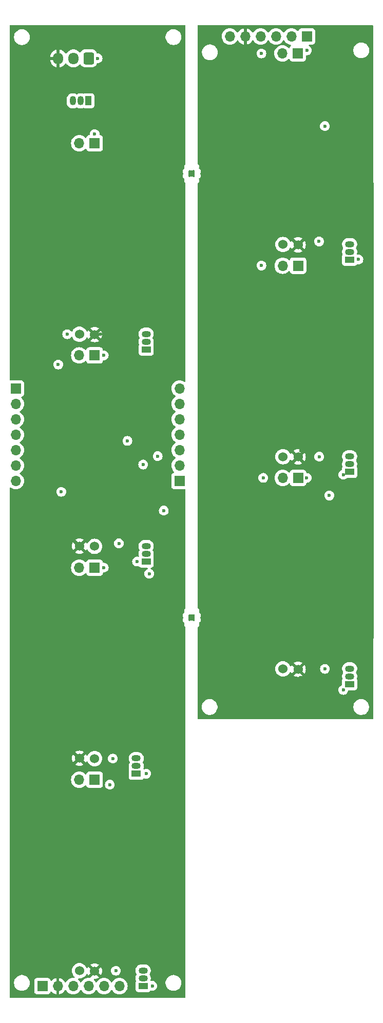
<source format=gbr>
%TF.GenerationSoftware,KiCad,Pcbnew,8.0.8*%
%TF.CreationDate,2025-03-24T10:51:22+01:00*%
%TF.ProjectId,column,636f6c75-6d6e-42e6-9b69-6361645f7063,rev?*%
%TF.SameCoordinates,Original*%
%TF.FileFunction,Copper,L2,Inr*%
%TF.FilePolarity,Positive*%
%FSLAX46Y46*%
G04 Gerber Fmt 4.6, Leading zero omitted, Abs format (unit mm)*
G04 Created by KiCad (PCBNEW 8.0.8) date 2025-03-24 10:51:22*
%MOMM*%
%LPD*%
G01*
G04 APERTURE LIST*
G04 Aperture macros list*
%AMRoundRect*
0 Rectangle with rounded corners*
0 $1 Rounding radius*
0 $2 $3 $4 $5 $6 $7 $8 $9 X,Y pos of 4 corners*
0 Add a 4 corners polygon primitive as box body*
4,1,4,$2,$3,$4,$5,$6,$7,$8,$9,$2,$3,0*
0 Add four circle primitives for the rounded corners*
1,1,$1+$1,$2,$3*
1,1,$1+$1,$4,$5*
1,1,$1+$1,$6,$7*
1,1,$1+$1,$8,$9*
0 Add four rect primitives between the rounded corners*
20,1,$1+$1,$2,$3,$4,$5,0*
20,1,$1+$1,$4,$5,$6,$7,0*
20,1,$1+$1,$6,$7,$8,$9,0*
20,1,$1+$1,$8,$9,$2,$3,0*%
G04 Aperture macros list end*
%TA.AperFunction,ComponentPad*%
%ADD10R,1.700000X1.700000*%
%TD*%
%TA.AperFunction,ComponentPad*%
%ADD11O,1.700000X1.700000*%
%TD*%
%TA.AperFunction,ComponentPad*%
%ADD12R,1.500000X1.050000*%
%TD*%
%TA.AperFunction,ComponentPad*%
%ADD13O,1.500000X1.050000*%
%TD*%
%TA.AperFunction,ComponentPad*%
%ADD14C,1.524000*%
%TD*%
%TA.AperFunction,ComponentPad*%
%ADD15R,1.050000X1.500000*%
%TD*%
%TA.AperFunction,ComponentPad*%
%ADD16O,1.050000X1.500000*%
%TD*%
%TA.AperFunction,ComponentPad*%
%ADD17RoundRect,0.250000X0.600000X0.725000X-0.600000X0.725000X-0.600000X-0.725000X0.600000X-0.725000X0*%
%TD*%
%TA.AperFunction,ComponentPad*%
%ADD18O,1.700000X1.950000*%
%TD*%
%TA.AperFunction,ViaPad*%
%ADD19C,0.600000*%
%TD*%
%TA.AperFunction,Conductor*%
%ADD20C,0.200000*%
%TD*%
G04 APERTURE END LIST*
D10*
%TO.N,GND*%
%TO.C,D6*%
X70550000Y-55200000D03*
D11*
%TO.N,Net-(D6-A)*%
X68010000Y-55200000D03*
%TD*%
D12*
%TO.N,GND*%
%TO.C,Q6*%
X79050000Y-89200000D03*
D13*
%TO.N,Net-(Q6-B)*%
X79050000Y-87930000D03*
%TO.N,/Column_7_Rows/d6_0*%
X79050000Y-86660000D03*
%TD*%
D12*
%TO.N,GND*%
%TO.C,Q5*%
X79050000Y-54200000D03*
D13*
%TO.N,Net-(Q5-B)*%
X79050000Y-52930000D03*
%TO.N,/Column_7_Rows/d5_0*%
X79050000Y-51660000D03*
%TD*%
D12*
%TO.N,GND*%
%TO.C,Q1*%
X45500000Y-69000000D03*
D13*
%TO.N,Net-(Q1-B)*%
X45500000Y-67730000D03*
%TO.N,/Column_7_Rows/d1*%
X45500000Y-66460000D03*
%TD*%
D12*
%TO.N,GND*%
%TO.C,Q7*%
X79050000Y-124200000D03*
D13*
%TO.N,Net-(Q7-B)*%
X79050000Y-122930000D03*
%TO.N,/Column_7_Rows/d7_0*%
X79050000Y-121660000D03*
%TD*%
D10*
%TO.N,GND*%
%TO.C,D7*%
X70550000Y-90200000D03*
D11*
%TO.N,Net-(D7-A)*%
X68010000Y-90200000D03*
%TD*%
D14*
%TO.N,Net-(Q5-B)*%
%TO.C,R20*%
X68050000Y-51700000D03*
%TO.N,+3.3V*%
X70550000Y-51750000D03*
%TD*%
%TO.N,Net-(Q4-B)*%
%TO.C,R12*%
X34500000Y-171500000D03*
%TO.N,+3.3V*%
X37000000Y-171550000D03*
%TD*%
D12*
%TO.N,GND*%
%TO.C,Q4*%
X45000000Y-174000000D03*
D13*
%TO.N,Net-(Q4-B)*%
X45000000Y-172730000D03*
%TO.N,/Column_7_Rows/d4*%
X45000000Y-171460000D03*
%TD*%
D14*
%TO.N,Net-(Q6-B)*%
%TO.C,R21*%
X68050000Y-86700000D03*
%TO.N,+3.3V*%
X70550000Y-86750000D03*
%TD*%
%TO.N,Net-(Q1-B)*%
%TO.C,R2*%
X34500000Y-66500000D03*
%TO.N,+3.3V*%
X37000000Y-66550000D03*
%TD*%
D10*
%TO.N,GND*%
%TO.C,D4*%
X37000000Y-140000000D03*
D11*
%TO.N,Net-(D4-A)*%
X34460000Y-140000000D03*
%TD*%
D15*
%TO.N,GND*%
%TO.C,Q8*%
X35960000Y-28000000D03*
D16*
%TO.N,/Column_7_Rows/Column_voltage*%
X34690000Y-28000000D03*
%TO.N,/Column_7_Rows/column_voltage*%
X33420000Y-28000000D03*
%TD*%
D12*
%TO.N,GND*%
%TO.C,Q3*%
X43860000Y-139000000D03*
D13*
%TO.N,Net-(Q3-B)*%
X43860000Y-137730000D03*
%TO.N,/Column_7_Rows/d3*%
X43860000Y-136460000D03*
%TD*%
D10*
%TO.N,GND*%
%TO.C,D2*%
X37000000Y-70000000D03*
D11*
%TO.N,Net-(D2-A)*%
X34460000Y-70000000D03*
%TD*%
D10*
%TO.N,GND*%
%TO.C,D1*%
X37000000Y-35000000D03*
D11*
%TO.N,Net-(D1-A)*%
X34460000Y-35000000D03*
%TD*%
D14*
%TO.N,Net-(Q7-B)*%
%TO.C,R22*%
X68050000Y-121700000D03*
%TO.N,+3.3V*%
X70550000Y-121750000D03*
%TD*%
D10*
%TO.N,GND*%
%TO.C,D5*%
X70507664Y-20175000D03*
D11*
%TO.N,Net-(D5-A)*%
X67967664Y-20175000D03*
%TD*%
D14*
%TO.N,Net-(Q3-B)*%
%TO.C,R11*%
X37000000Y-136500000D03*
%TO.N,+3.3V*%
X34500000Y-136450000D03*
%TD*%
D12*
%TO.N,GND*%
%TO.C,Q2*%
X45500000Y-104000000D03*
D13*
%TO.N,Net-(Q2-B)*%
X45500000Y-102730000D03*
%TO.N,/Column_7_Rows/d2*%
X45500000Y-101460000D03*
%TD*%
D14*
%TO.N,Net-(Q2-B)*%
%TO.C,R6*%
X37000000Y-101500000D03*
%TO.N,+3.3V*%
X34500000Y-101450000D03*
%TD*%
D10*
%TO.N,GND*%
%TO.C,D3*%
X37000000Y-105000000D03*
D11*
%TO.N,Net-(D3-A)*%
X34460000Y-105000000D03*
%TD*%
D10*
%TO.N,/Column_7_Rows/d1*%
%TO.C,J13*%
X24000000Y-75460000D03*
D11*
%TO.N,/Column_7_Rows/d2*%
X24000000Y-78000000D03*
%TO.N,/Column_7_Rows/d3*%
X24000000Y-80540000D03*
%TO.N,/Column_7_Rows/d4*%
X24000000Y-83080000D03*
%TO.N,/Column_7_Rows/d5_1*%
X24000000Y-85620000D03*
%TO.N,/Column_7_Rows/d6_1*%
X24000000Y-88160000D03*
%TO.N,/Column_7_Rows/d7_1*%
X24000000Y-90700000D03*
%TD*%
D10*
%TO.N,/Column_7_Rows/d7_1*%
%TO.C,J3*%
X51000000Y-90700000D03*
D11*
%TO.N,/Column_7_Rows/d6_1*%
X51000000Y-88160000D03*
%TO.N,/Column_7_Rows/d5_1*%
X51000000Y-85620000D03*
%TO.N,/Column_7_Rows/d4*%
X51000000Y-83080000D03*
%TO.N,/Column_7_Rows/d3*%
X51000000Y-80540000D03*
%TO.N,/Column_7_Rows/d2*%
X51000000Y-78000000D03*
%TO.N,/Column_7_Rows/d1*%
X51000000Y-75460000D03*
%TD*%
D10*
%TO.N,/Column_7_Rows/d7_0*%
%TO.C,J18*%
X72000000Y-17375000D03*
D11*
%TO.N,/Column_7_Rows/d6_0*%
X69460000Y-17375000D03*
%TO.N,/Column_7_Rows/d5_0*%
X66920000Y-17375000D03*
%TO.N,/Column_7_Rows/column_voltage2*%
X64380000Y-17375000D03*
%TO.N,+3.3V*%
X61840000Y-17375000D03*
%TO.N,GND*%
X59300000Y-17375000D03*
%TD*%
D10*
%TO.N,GND*%
%TO.C,J17*%
X28380000Y-174025000D03*
D11*
%TO.N,+3.3V*%
X30920000Y-174025000D03*
%TO.N,/Column_7_Rows/column_voltage*%
X33460000Y-174025000D03*
%TO.N,/Column_7_Rows/d5_1*%
X36000000Y-174025000D03*
%TO.N,/Column_7_Rows/d6_1*%
X38540000Y-174025000D03*
%TO.N,/Column_7_Rows/d7_1*%
X41080000Y-174025000D03*
%TD*%
D17*
%TO.N,GND*%
%TO.C,J2*%
X36000000Y-21000000D03*
D18*
%TO.N,/Column_7_Rows/Column_voltage*%
X33500000Y-21000000D03*
%TO.N,+3.3V*%
X31000000Y-21000000D03*
%TD*%
D19*
%TO.N,GND*%
X40000000Y-136500000D03*
X80507664Y-54175000D03*
X44000000Y-104000000D03*
X74982664Y-121700000D03*
X38500000Y-70000000D03*
X37000000Y-33500000D03*
X41000000Y-101000000D03*
X32480000Y-66500000D03*
X74010000Y-51200000D03*
X37500000Y-21000000D03*
X78007664Y-89675000D03*
X74030000Y-86700000D03*
X72007664Y-19675000D03*
X71982664Y-90200000D03*
X78007664Y-125175000D03*
X38500000Y-105000000D03*
X45500000Y-139000000D03*
X46500000Y-174000000D03*
X40500000Y-171500000D03*
%TO.N,/Column_7_Rows/d3*%
X46000000Y-106000000D03*
%TO.N,/Column_7_Rows/d4*%
X39500000Y-140800000D03*
X42400000Y-84100000D03*
%TO.N,/Column_7_Rows/d2*%
X45000000Y-88000000D03*
%TO.N,+3.3V*%
X30920000Y-172500000D03*
X49500000Y-101480000D03*
X48500000Y-167980000D03*
X72007664Y-52175000D03*
X48360000Y-136980000D03*
X81465328Y-119675000D03*
X48725000Y-66750000D03*
X81005328Y-49675000D03*
X71007664Y-85675000D03*
X33000000Y-101500000D03*
X71007664Y-123175000D03*
X33000000Y-136500000D03*
X38000000Y-66500000D03*
X80985328Y-84675000D03*
%TO.N,/Column_7_Rows/column_voltage*%
X31000000Y-71500000D03*
X31500000Y-92500000D03*
%TO.N,/Column_7_Rows/d7_1*%
X48400000Y-95600000D03*
%TO.N,/Column_7_Rows/d6_1*%
X47400000Y-86620000D03*
%TO.N,/Column_7_Rows/column_voltage2*%
X64500000Y-20200000D03*
X64507664Y-55175000D03*
X64800000Y-90200000D03*
%TO.N,/Column_7_Rows/d5_0*%
X74965328Y-32175000D03*
%TO.N,/Column_7_Rows/d7_0*%
X75700000Y-93100000D03*
%TD*%
D20*
%TO.N,+3.3V*%
X30920000Y-174025000D02*
X30920000Y-172500000D01*
X31000000Y-21000000D02*
X29000000Y-21000000D01*
%TD*%
%TA.AperFunction,Conductor*%
%TO.N,+3.3V*%
G36*
X82900712Y-15520185D02*
G01*
X82946467Y-15572989D01*
X82957672Y-15624398D01*
X82999500Y-66999972D01*
X82999500Y-67934108D01*
X82999500Y-70934108D01*
X82999500Y-71934108D01*
X82999500Y-99684108D01*
X82999500Y-100434108D01*
X82999500Y-103434108D01*
X82999500Y-104249644D01*
X82959098Y-129300500D01*
X82958170Y-129875700D01*
X82938377Y-129942708D01*
X82885499Y-129988377D01*
X82834170Y-129999500D01*
X54083930Y-129999500D01*
X54016891Y-129979815D01*
X53971136Y-129927011D01*
X53959930Y-129875150D01*
X53965511Y-127897648D01*
X54657164Y-127897648D01*
X54657164Y-128102351D01*
X54689186Y-128304534D01*
X54752445Y-128499223D01*
X54845379Y-128681613D01*
X54965692Y-128847213D01*
X55110450Y-128991971D01*
X55265413Y-129104556D01*
X55276054Y-129112287D01*
X55392271Y-129171503D01*
X55458440Y-129205218D01*
X55458442Y-129205218D01*
X55458445Y-129205220D01*
X55562801Y-129239127D01*
X55653129Y-129268477D01*
X55754221Y-129284488D01*
X55855312Y-129300500D01*
X55855313Y-129300500D01*
X56060015Y-129300500D01*
X56060016Y-129300500D01*
X56262198Y-129268477D01*
X56456883Y-129205220D01*
X56639274Y-129112287D01*
X56732254Y-129044732D01*
X56804877Y-128991971D01*
X56804879Y-128991968D01*
X56804883Y-128991966D01*
X56949630Y-128847219D01*
X56949632Y-128847215D01*
X56949635Y-128847213D01*
X57002396Y-128774590D01*
X57069951Y-128681610D01*
X57162884Y-128499219D01*
X57226141Y-128304534D01*
X57258164Y-128102352D01*
X57258164Y-127897648D01*
X79657164Y-127897648D01*
X79657164Y-128102351D01*
X79689186Y-128304534D01*
X79752445Y-128499223D01*
X79845379Y-128681613D01*
X79965692Y-128847213D01*
X80110450Y-128991971D01*
X80265413Y-129104556D01*
X80276054Y-129112287D01*
X80392271Y-129171503D01*
X80458440Y-129205218D01*
X80458442Y-129205218D01*
X80458445Y-129205220D01*
X80562801Y-129239127D01*
X80653129Y-129268477D01*
X80754221Y-129284488D01*
X80855312Y-129300500D01*
X80855313Y-129300500D01*
X81060015Y-129300500D01*
X81060016Y-129300500D01*
X81262198Y-129268477D01*
X81456883Y-129205220D01*
X81639274Y-129112287D01*
X81732254Y-129044732D01*
X81804877Y-128991971D01*
X81804879Y-128991968D01*
X81804883Y-128991966D01*
X81949630Y-128847219D01*
X81949632Y-128847215D01*
X81949635Y-128847213D01*
X82002396Y-128774590D01*
X82069951Y-128681610D01*
X82162884Y-128499219D01*
X82226141Y-128304534D01*
X82258164Y-128102352D01*
X82258164Y-127897648D01*
X82226141Y-127695466D01*
X82162884Y-127500781D01*
X82162882Y-127500778D01*
X82162882Y-127500776D01*
X82129167Y-127434607D01*
X82069951Y-127318390D01*
X82062220Y-127307749D01*
X81949635Y-127152786D01*
X81804877Y-127008028D01*
X81639277Y-126887715D01*
X81639276Y-126887714D01*
X81639274Y-126887713D01*
X81582317Y-126858691D01*
X81456887Y-126794781D01*
X81262198Y-126731522D01*
X81087659Y-126703878D01*
X81060016Y-126699500D01*
X80855312Y-126699500D01*
X80830993Y-126703351D01*
X80653129Y-126731522D01*
X80458440Y-126794781D01*
X80276050Y-126887715D01*
X80110450Y-127008028D01*
X79965692Y-127152786D01*
X79845379Y-127318386D01*
X79752445Y-127500776D01*
X79689186Y-127695465D01*
X79657164Y-127897648D01*
X57258164Y-127897648D01*
X57226141Y-127695466D01*
X57162884Y-127500781D01*
X57162882Y-127500778D01*
X57162882Y-127500776D01*
X57129167Y-127434607D01*
X57069951Y-127318390D01*
X57062220Y-127307749D01*
X56949635Y-127152786D01*
X56804877Y-127008028D01*
X56639277Y-126887715D01*
X56639276Y-126887714D01*
X56639274Y-126887713D01*
X56582317Y-126858691D01*
X56456887Y-126794781D01*
X56262198Y-126731522D01*
X56087659Y-126703878D01*
X56060016Y-126699500D01*
X55855312Y-126699500D01*
X55830993Y-126703351D01*
X55653129Y-126731522D01*
X55458440Y-126794781D01*
X55276050Y-126887715D01*
X55110450Y-127008028D01*
X54965692Y-127152786D01*
X54845379Y-127318386D01*
X54752445Y-127500776D01*
X54689186Y-127695465D01*
X54657164Y-127897648D01*
X53965511Y-127897648D01*
X53972209Y-125524522D01*
X53973195Y-125174996D01*
X77202099Y-125174996D01*
X77202099Y-125175003D01*
X77222294Y-125354249D01*
X77222295Y-125354254D01*
X77281875Y-125524523D01*
X77377848Y-125677262D01*
X77505402Y-125804816D01*
X77658142Y-125900789D01*
X77828409Y-125960368D01*
X77828414Y-125960369D01*
X78007660Y-125980565D01*
X78007664Y-125980565D01*
X78007668Y-125980565D01*
X78186913Y-125960369D01*
X78186916Y-125960368D01*
X78186919Y-125960368D01*
X78357186Y-125900789D01*
X78509926Y-125804816D01*
X78637480Y-125677262D01*
X78733453Y-125524522D01*
X78793032Y-125354255D01*
X78793848Y-125347012D01*
X78795133Y-125335614D01*
X78822200Y-125271201D01*
X78879795Y-125231646D01*
X78918353Y-125225499D01*
X79847871Y-125225499D01*
X79847872Y-125225499D01*
X79907483Y-125219091D01*
X80042331Y-125168796D01*
X80157546Y-125082546D01*
X80243796Y-124967331D01*
X80294091Y-124832483D01*
X80300500Y-124772873D01*
X80300499Y-123627128D01*
X80294091Y-123567517D01*
X80243796Y-123432669D01*
X80242967Y-123431562D01*
X80242485Y-123430268D01*
X80239546Y-123424886D01*
X80240319Y-123424463D01*
X80218551Y-123366099D01*
X80227675Y-123309798D01*
X80261089Y-123229132D01*
X80261089Y-123229131D01*
X80261091Y-123229127D01*
X80300500Y-123031003D01*
X80300500Y-122828997D01*
X80261091Y-122630873D01*
X80183786Y-122444244D01*
X80130094Y-122363889D01*
X80109217Y-122297214D01*
X80127701Y-122229834D01*
X80130078Y-122226134D01*
X80183786Y-122145756D01*
X80261091Y-121959127D01*
X80300500Y-121761003D01*
X80300500Y-121558997D01*
X80261091Y-121360873D01*
X80183786Y-121174244D01*
X80183784Y-121174241D01*
X80183782Y-121174237D01*
X80071558Y-121006281D01*
X79928718Y-120863441D01*
X79760762Y-120751217D01*
X79760752Y-120751212D01*
X79574127Y-120673909D01*
X79574119Y-120673907D01*
X79376007Y-120634500D01*
X79376003Y-120634500D01*
X78723997Y-120634500D01*
X78723992Y-120634500D01*
X78525880Y-120673907D01*
X78525872Y-120673909D01*
X78339247Y-120751212D01*
X78339237Y-120751217D01*
X78171281Y-120863441D01*
X78028441Y-121006281D01*
X77916217Y-121174237D01*
X77916212Y-121174247D01*
X77838909Y-121360872D01*
X77838907Y-121360880D01*
X77799500Y-121558992D01*
X77799500Y-121761007D01*
X77838907Y-121959119D01*
X77838909Y-121959127D01*
X77916213Y-122145755D01*
X77916214Y-122145756D01*
X77965601Y-122219670D01*
X77969904Y-122226109D01*
X77990782Y-122292787D01*
X77972297Y-122360167D01*
X77969904Y-122363891D01*
X77916213Y-122444244D01*
X77838909Y-122630872D01*
X77838907Y-122630880D01*
X77799500Y-122828992D01*
X77799500Y-123031007D01*
X77838907Y-123229119D01*
X77838909Y-123229127D01*
X77872325Y-123309800D01*
X77879794Y-123379270D01*
X77860038Y-123424660D01*
X77860454Y-123424887D01*
X77857919Y-123429528D01*
X77857037Y-123431556D01*
X77856206Y-123432665D01*
X77856202Y-123432672D01*
X77805908Y-123567517D01*
X77799501Y-123627116D01*
X77799501Y-123627123D01*
X77799500Y-123627135D01*
X77799500Y-124311765D01*
X77779815Y-124378804D01*
X77727011Y-124424559D01*
X77716455Y-124428806D01*
X77658143Y-124449210D01*
X77658139Y-124449212D01*
X77505401Y-124545184D01*
X77377848Y-124672737D01*
X77281875Y-124825476D01*
X77222295Y-124995745D01*
X77222294Y-124995750D01*
X77202099Y-125174996D01*
X53973195Y-125174996D01*
X53983003Y-121699997D01*
X66782677Y-121699997D01*
X66782677Y-121700002D01*
X66801929Y-121920062D01*
X66801930Y-121920070D01*
X66859104Y-122133445D01*
X66859105Y-122133447D01*
X66859106Y-122133450D01*
X66933406Y-122292787D01*
X66952466Y-122333662D01*
X66952468Y-122333666D01*
X67079170Y-122514615D01*
X67079175Y-122514621D01*
X67235378Y-122670824D01*
X67235384Y-122670829D01*
X67416333Y-122797531D01*
X67416335Y-122797532D01*
X67416338Y-122797534D01*
X67616550Y-122890894D01*
X67829932Y-122948070D01*
X67987123Y-122961822D01*
X68049998Y-122967323D01*
X68050000Y-122967323D01*
X68050002Y-122967323D01*
X68105017Y-122962509D01*
X68270068Y-122948070D01*
X68483450Y-122890894D01*
X68683662Y-122797534D01*
X68864620Y-122670826D01*
X69020826Y-122514620D01*
X69147534Y-122333662D01*
X69176238Y-122272105D01*
X69222407Y-122219670D01*
X69289600Y-122200517D01*
X69356482Y-122220732D01*
X69401000Y-122272108D01*
X69452900Y-122383409D01*
X69452901Y-122383411D01*
X69498258Y-122448187D01*
X69498258Y-122448188D01*
X70169000Y-121777446D01*
X70169000Y-121800160D01*
X70194964Y-121897061D01*
X70245124Y-121983940D01*
X70316060Y-122054876D01*
X70402939Y-122105036D01*
X70499840Y-122131000D01*
X70522553Y-122131000D01*
X69851810Y-122801740D01*
X69916590Y-122847099D01*
X69916592Y-122847100D01*
X70116715Y-122940419D01*
X70116729Y-122940424D01*
X70330013Y-122997573D01*
X70330023Y-122997575D01*
X70549999Y-123016821D01*
X70550001Y-123016821D01*
X70769976Y-122997575D01*
X70769986Y-122997573D01*
X70983270Y-122940424D01*
X70983284Y-122940419D01*
X71183407Y-122847100D01*
X71183417Y-122847094D01*
X71248188Y-122801741D01*
X70577448Y-122131000D01*
X70600160Y-122131000D01*
X70697061Y-122105036D01*
X70783940Y-122054876D01*
X70854876Y-121983940D01*
X70905036Y-121897061D01*
X70931000Y-121800160D01*
X70931000Y-121777447D01*
X71601741Y-122448188D01*
X71647094Y-122383417D01*
X71647100Y-122383407D01*
X71740419Y-122183284D01*
X71740424Y-122183270D01*
X71797573Y-121969986D01*
X71797575Y-121969976D01*
X71816821Y-121750000D01*
X71816821Y-121749999D01*
X71812446Y-121699996D01*
X74177099Y-121699996D01*
X74177099Y-121700003D01*
X74197294Y-121879249D01*
X74197295Y-121879254D01*
X74256875Y-122049523D01*
X74340923Y-122183284D01*
X74352848Y-122202262D01*
X74480402Y-122329816D01*
X74633142Y-122425789D01*
X74697152Y-122448187D01*
X74803409Y-122485368D01*
X74803414Y-122485369D01*
X74982660Y-122505565D01*
X74982664Y-122505565D01*
X74982668Y-122505565D01*
X75161913Y-122485369D01*
X75161916Y-122485368D01*
X75161919Y-122485368D01*
X75332186Y-122425789D01*
X75484926Y-122329816D01*
X75612480Y-122202262D01*
X75708453Y-122049522D01*
X75768032Y-121879255D01*
X75776944Y-121800160D01*
X75788229Y-121700003D01*
X75788229Y-121699996D01*
X75768033Y-121520750D01*
X75768032Y-121520745D01*
X75708452Y-121350476D01*
X75644993Y-121249482D01*
X75612480Y-121197738D01*
X75484926Y-121070184D01*
X75383227Y-121006282D01*
X75332187Y-120974211D01*
X75161918Y-120914631D01*
X75161913Y-120914630D01*
X74982668Y-120894435D01*
X74982660Y-120894435D01*
X74803414Y-120914630D01*
X74803409Y-120914631D01*
X74633140Y-120974211D01*
X74480401Y-121070184D01*
X74352848Y-121197737D01*
X74256875Y-121350476D01*
X74197295Y-121520745D01*
X74197294Y-121520750D01*
X74177099Y-121699996D01*
X71812446Y-121699996D01*
X71797575Y-121530023D01*
X71797573Y-121530013D01*
X71740424Y-121316729D01*
X71740420Y-121316720D01*
X71647096Y-121116586D01*
X71601741Y-121051811D01*
X71601740Y-121051810D01*
X70931000Y-121722551D01*
X70931000Y-121699840D01*
X70905036Y-121602939D01*
X70854876Y-121516060D01*
X70783940Y-121445124D01*
X70697061Y-121394964D01*
X70600160Y-121369000D01*
X70577447Y-121369000D01*
X71248188Y-120698258D01*
X71183411Y-120652901D01*
X71183405Y-120652898D01*
X70983284Y-120559580D01*
X70983270Y-120559575D01*
X70769986Y-120502426D01*
X70769976Y-120502424D01*
X70550001Y-120483179D01*
X70549999Y-120483179D01*
X70330023Y-120502424D01*
X70330013Y-120502426D01*
X70116729Y-120559575D01*
X70116720Y-120559579D01*
X69916590Y-120652901D01*
X69851811Y-120698258D01*
X70522554Y-121369000D01*
X70499840Y-121369000D01*
X70402939Y-121394964D01*
X70316060Y-121445124D01*
X70245124Y-121516060D01*
X70194964Y-121602939D01*
X70169000Y-121699840D01*
X70169000Y-121722553D01*
X69498258Y-121051811D01*
X69452899Y-121116592D01*
X69424314Y-121177892D01*
X69378141Y-121230331D01*
X69310947Y-121249482D01*
X69244067Y-121229265D01*
X69199551Y-121177890D01*
X69170967Y-121116592D01*
X69147534Y-121066339D01*
X69083026Y-120974211D01*
X69020827Y-120885381D01*
X68998887Y-120863441D01*
X68864620Y-120729174D01*
X68864616Y-120729171D01*
X68864615Y-120729170D01*
X68683666Y-120602468D01*
X68683662Y-120602466D01*
X68591690Y-120559579D01*
X68483450Y-120509106D01*
X68483447Y-120509105D01*
X68483445Y-120509104D01*
X68270070Y-120451930D01*
X68270062Y-120451929D01*
X68050002Y-120432677D01*
X68049998Y-120432677D01*
X67829937Y-120451929D01*
X67829929Y-120451930D01*
X67616554Y-120509104D01*
X67616548Y-120509107D01*
X67416340Y-120602465D01*
X67416338Y-120602466D01*
X67235377Y-120729175D01*
X67079175Y-120885377D01*
X66952466Y-121066338D01*
X66952465Y-121066340D01*
X66859107Y-121266548D01*
X66859104Y-121266554D01*
X66801930Y-121479929D01*
X66801929Y-121479937D01*
X66782677Y-121699997D01*
X53983003Y-121699997D01*
X54000289Y-115575271D01*
X54000500Y-115572139D01*
X54000500Y-115500715D01*
X54000504Y-115499304D01*
X54000684Y-115435521D01*
X54000682Y-115435515D01*
X54000700Y-115429280D01*
X54000500Y-115426147D01*
X54000500Y-114904893D01*
X54020185Y-114837854D01*
X54052261Y-114807272D01*
X54050863Y-114805450D01*
X54057307Y-114800503D01*
X54057314Y-114800500D01*
X54150500Y-114707314D01*
X54216392Y-114593186D01*
X54250500Y-114465892D01*
X54250500Y-114334108D01*
X54216392Y-114206814D01*
X54216390Y-114206810D01*
X54211786Y-114198835D01*
X54195313Y-114130934D01*
X54218166Y-114064908D01*
X54257169Y-114029450D01*
X54307314Y-114000500D01*
X54400500Y-113907314D01*
X54466392Y-113793186D01*
X54500500Y-113665892D01*
X54500500Y-113534108D01*
X54466392Y-113406814D01*
X54411650Y-113311999D01*
X54395178Y-113244100D01*
X54411650Y-113188000D01*
X54466392Y-113093186D01*
X54500500Y-112965892D01*
X54500500Y-112834108D01*
X54466392Y-112706814D01*
X54400500Y-112592686D01*
X54307314Y-112499500D01*
X54257173Y-112470551D01*
X54208957Y-112419984D01*
X54195734Y-112351377D01*
X54211786Y-112301163D01*
X54216392Y-112293186D01*
X54250500Y-112165892D01*
X54250500Y-112034108D01*
X54216392Y-111906814D01*
X54150500Y-111792686D01*
X54057314Y-111699500D01*
X54057311Y-111699498D01*
X54050865Y-111694552D01*
X54052675Y-111692192D01*
X54014280Y-111651920D01*
X54000500Y-111595107D01*
X54000500Y-93099996D01*
X74894435Y-93099996D01*
X74894435Y-93100003D01*
X74914630Y-93279249D01*
X74914631Y-93279254D01*
X74974211Y-93449523D01*
X75070184Y-93602262D01*
X75197738Y-93729816D01*
X75350478Y-93825789D01*
X75520745Y-93885368D01*
X75520750Y-93885369D01*
X75699996Y-93905565D01*
X75700000Y-93905565D01*
X75700004Y-93905565D01*
X75879249Y-93885369D01*
X75879252Y-93885368D01*
X75879255Y-93885368D01*
X76049522Y-93825789D01*
X76202262Y-93729816D01*
X76329816Y-93602262D01*
X76425789Y-93449522D01*
X76485368Y-93279255D01*
X76505565Y-93100000D01*
X76485368Y-92920745D01*
X76425789Y-92750478D01*
X76329816Y-92597738D01*
X76202262Y-92470184D01*
X76049523Y-92374211D01*
X75879254Y-92314631D01*
X75879249Y-92314630D01*
X75700004Y-92294435D01*
X75699996Y-92294435D01*
X75520750Y-92314630D01*
X75520745Y-92314631D01*
X75350476Y-92374211D01*
X75197737Y-92470184D01*
X75070184Y-92597737D01*
X74974211Y-92750476D01*
X74914631Y-92920745D01*
X74914630Y-92920750D01*
X74894435Y-93099996D01*
X54000500Y-93099996D01*
X54000500Y-90199996D01*
X63994435Y-90199996D01*
X63994435Y-90200003D01*
X64014630Y-90379249D01*
X64014631Y-90379254D01*
X64074211Y-90549523D01*
X64145931Y-90663664D01*
X64170184Y-90702262D01*
X64297738Y-90829816D01*
X64450478Y-90925789D01*
X64620745Y-90985368D01*
X64620750Y-90985369D01*
X64799996Y-91005565D01*
X64800000Y-91005565D01*
X64800004Y-91005565D01*
X64979249Y-90985369D01*
X64979252Y-90985368D01*
X64979255Y-90985368D01*
X65149522Y-90925789D01*
X65302262Y-90829816D01*
X65429816Y-90702262D01*
X65525789Y-90549522D01*
X65585368Y-90379255D01*
X65585369Y-90379249D01*
X65605565Y-90200003D01*
X65605565Y-90199999D01*
X66654341Y-90199999D01*
X66654341Y-90200000D01*
X66674936Y-90435403D01*
X66674938Y-90435413D01*
X66736094Y-90663655D01*
X66736096Y-90663659D01*
X66736097Y-90663663D01*
X66754096Y-90702262D01*
X66835965Y-90877830D01*
X66835967Y-90877834D01*
X66923382Y-91002674D01*
X66971505Y-91071401D01*
X67138599Y-91238495D01*
X67235384Y-91306265D01*
X67332165Y-91374032D01*
X67332167Y-91374033D01*
X67332170Y-91374035D01*
X67546337Y-91473903D01*
X67774592Y-91535063D01*
X67951034Y-91550500D01*
X68009999Y-91555659D01*
X68010000Y-91555659D01*
X68010001Y-91555659D01*
X68068966Y-91550500D01*
X68245408Y-91535063D01*
X68473663Y-91473903D01*
X68687830Y-91374035D01*
X68881401Y-91238495D01*
X69003329Y-91116566D01*
X69064648Y-91083084D01*
X69134340Y-91088068D01*
X69190274Y-91129939D01*
X69207189Y-91160917D01*
X69256202Y-91292328D01*
X69256206Y-91292335D01*
X69342452Y-91407544D01*
X69342455Y-91407547D01*
X69457664Y-91493793D01*
X69457671Y-91493797D01*
X69592517Y-91544091D01*
X69592516Y-91544091D01*
X69599444Y-91544835D01*
X69652127Y-91550500D01*
X71447872Y-91550499D01*
X71507483Y-91544091D01*
X71642331Y-91493796D01*
X71757546Y-91407546D01*
X71843796Y-91292331D01*
X71894091Y-91157483D01*
X71898913Y-91112638D01*
X71925651Y-91048087D01*
X71983044Y-91008239D01*
X72008315Y-91002674D01*
X72082002Y-90994372D01*
X72161914Y-90985369D01*
X72161917Y-90985368D01*
X72161919Y-90985368D01*
X72332186Y-90925789D01*
X72484926Y-90829816D01*
X72612480Y-90702262D01*
X72708453Y-90549522D01*
X72768032Y-90379255D01*
X72768033Y-90379249D01*
X72788229Y-90200003D01*
X72788229Y-90199996D01*
X72768033Y-90020750D01*
X72768032Y-90020745D01*
X72749342Y-89967331D01*
X72708453Y-89850478D01*
X72697145Y-89832482D01*
X72612479Y-89697737D01*
X72589738Y-89674996D01*
X77202099Y-89674996D01*
X77202099Y-89675003D01*
X77222294Y-89854249D01*
X77222295Y-89854254D01*
X77281875Y-90024523D01*
X77372527Y-90168793D01*
X77377848Y-90177262D01*
X77505402Y-90304816D01*
X77658142Y-90400789D01*
X77757092Y-90435413D01*
X77828409Y-90460368D01*
X77828414Y-90460369D01*
X78007660Y-90480565D01*
X78007664Y-90480565D01*
X78007668Y-90480565D01*
X78186913Y-90460369D01*
X78186916Y-90460368D01*
X78186919Y-90460368D01*
X78357186Y-90400789D01*
X78509926Y-90304816D01*
X78509927Y-90304815D01*
X78552923Y-90261819D01*
X78614246Y-90228333D01*
X78640605Y-90225499D01*
X79847871Y-90225499D01*
X79847872Y-90225499D01*
X79907483Y-90219091D01*
X80042331Y-90168796D01*
X80157546Y-90082546D01*
X80243796Y-89967331D01*
X80294091Y-89832483D01*
X80300500Y-89772873D01*
X80300499Y-88627128D01*
X80294091Y-88567517D01*
X80243796Y-88432669D01*
X80242967Y-88431562D01*
X80242485Y-88430268D01*
X80239546Y-88424886D01*
X80240319Y-88424463D01*
X80218551Y-88366099D01*
X80227675Y-88309798D01*
X80261089Y-88229132D01*
X80261089Y-88229131D01*
X80261091Y-88229127D01*
X80300500Y-88031003D01*
X80300500Y-87828997D01*
X80261091Y-87630873D01*
X80183786Y-87444244D01*
X80130094Y-87363889D01*
X80109217Y-87297214D01*
X80127701Y-87229834D01*
X80130078Y-87226134D01*
X80183786Y-87145756D01*
X80261091Y-86959127D01*
X80300500Y-86761003D01*
X80300500Y-86558997D01*
X80261091Y-86360873D01*
X80183786Y-86174244D01*
X80183784Y-86174241D01*
X80183782Y-86174237D01*
X80071558Y-86006281D01*
X79928718Y-85863441D01*
X79760762Y-85751217D01*
X79760752Y-85751212D01*
X79574127Y-85673909D01*
X79574119Y-85673907D01*
X79376007Y-85634500D01*
X79376003Y-85634500D01*
X78723997Y-85634500D01*
X78723992Y-85634500D01*
X78525880Y-85673907D01*
X78525872Y-85673909D01*
X78339247Y-85751212D01*
X78339237Y-85751217D01*
X78171281Y-85863441D01*
X78028441Y-86006281D01*
X77916217Y-86174237D01*
X77916212Y-86174247D01*
X77838909Y-86360872D01*
X77838907Y-86360880D01*
X77799500Y-86558992D01*
X77799500Y-86761007D01*
X77838907Y-86959119D01*
X77838909Y-86959127D01*
X77916213Y-87145755D01*
X77916214Y-87145756D01*
X77965601Y-87219670D01*
X77969904Y-87226109D01*
X77990782Y-87292787D01*
X77972297Y-87360167D01*
X77969904Y-87363891D01*
X77916213Y-87444244D01*
X77838909Y-87630872D01*
X77838907Y-87630880D01*
X77799500Y-87828992D01*
X77799500Y-88031007D01*
X77838907Y-88229119D01*
X77838909Y-88229127D01*
X77872325Y-88309800D01*
X77879794Y-88379270D01*
X77860038Y-88424660D01*
X77860454Y-88424887D01*
X77857919Y-88429528D01*
X77857037Y-88431556D01*
X77856206Y-88432665D01*
X77856202Y-88432672D01*
X77805908Y-88567517D01*
X77799501Y-88627116D01*
X77799501Y-88627123D01*
X77799500Y-88627135D01*
X77799500Y-88811765D01*
X77779815Y-88878804D01*
X77727011Y-88924559D01*
X77716455Y-88928806D01*
X77658143Y-88949210D01*
X77658139Y-88949212D01*
X77505401Y-89045184D01*
X77377848Y-89172737D01*
X77281875Y-89325476D01*
X77222295Y-89495745D01*
X77222294Y-89495750D01*
X77202099Y-89674996D01*
X72589738Y-89674996D01*
X72484926Y-89570184D01*
X72332187Y-89474211D01*
X72161918Y-89414631D01*
X72161913Y-89414630D01*
X72008318Y-89397325D01*
X71943904Y-89370259D01*
X71904348Y-89312664D01*
X71898911Y-89287357D01*
X71894091Y-89242516D01*
X71843797Y-89107671D01*
X71843793Y-89107664D01*
X71757547Y-88992455D01*
X71757544Y-88992452D01*
X71642335Y-88906206D01*
X71642328Y-88906202D01*
X71507482Y-88855908D01*
X71507483Y-88855908D01*
X71447883Y-88849501D01*
X71447881Y-88849500D01*
X71447873Y-88849500D01*
X71447864Y-88849500D01*
X69652129Y-88849500D01*
X69652123Y-88849501D01*
X69592516Y-88855908D01*
X69457671Y-88906202D01*
X69457664Y-88906206D01*
X69342455Y-88992452D01*
X69342452Y-88992455D01*
X69256206Y-89107664D01*
X69256203Y-89107669D01*
X69207189Y-89239083D01*
X69165317Y-89295016D01*
X69099853Y-89319433D01*
X69031580Y-89304581D01*
X69003326Y-89283430D01*
X68881402Y-89161506D01*
X68881395Y-89161501D01*
X68687834Y-89025967D01*
X68687830Y-89025965D01*
X68687828Y-89025964D01*
X68473663Y-88926097D01*
X68473659Y-88926096D01*
X68473655Y-88926094D01*
X68245413Y-88864938D01*
X68245403Y-88864936D01*
X68010001Y-88844341D01*
X68009999Y-88844341D01*
X67774596Y-88864936D01*
X67774586Y-88864938D01*
X67546344Y-88926094D01*
X67546335Y-88926098D01*
X67332171Y-89025964D01*
X67332169Y-89025965D01*
X67138597Y-89161505D01*
X66971505Y-89328597D01*
X66835965Y-89522169D01*
X66835964Y-89522171D01*
X66736098Y-89736335D01*
X66736094Y-89736344D01*
X66674938Y-89964586D01*
X66674936Y-89964596D01*
X66654341Y-90199999D01*
X65605565Y-90199999D01*
X65605565Y-90199996D01*
X65585369Y-90020750D01*
X65585368Y-90020745D01*
X65566678Y-89967331D01*
X65525789Y-89850478D01*
X65514481Y-89832482D01*
X65429815Y-89697737D01*
X65302262Y-89570184D01*
X65149523Y-89474211D01*
X64979254Y-89414631D01*
X64979249Y-89414630D01*
X64800004Y-89394435D01*
X64799996Y-89394435D01*
X64620750Y-89414630D01*
X64620745Y-89414631D01*
X64450476Y-89474211D01*
X64297737Y-89570184D01*
X64170184Y-89697737D01*
X64074211Y-89850476D01*
X64014631Y-90020745D01*
X64014630Y-90020750D01*
X63994435Y-90199996D01*
X54000500Y-90199996D01*
X54000500Y-86699997D01*
X66782677Y-86699997D01*
X66782677Y-86700002D01*
X66801929Y-86920062D01*
X66801930Y-86920070D01*
X66859104Y-87133445D01*
X66859105Y-87133447D01*
X66859106Y-87133450D01*
X66933406Y-87292787D01*
X66952466Y-87333662D01*
X66952468Y-87333666D01*
X67079170Y-87514615D01*
X67079175Y-87514621D01*
X67235378Y-87670824D01*
X67235384Y-87670829D01*
X67416333Y-87797531D01*
X67416335Y-87797532D01*
X67416338Y-87797534D01*
X67616550Y-87890894D01*
X67829932Y-87948070D01*
X67987123Y-87961822D01*
X68049998Y-87967323D01*
X68050000Y-87967323D01*
X68050002Y-87967323D01*
X68105017Y-87962509D01*
X68270068Y-87948070D01*
X68483450Y-87890894D01*
X68683662Y-87797534D01*
X68864620Y-87670826D01*
X69020826Y-87514620D01*
X69147534Y-87333662D01*
X69176238Y-87272105D01*
X69222407Y-87219670D01*
X69289600Y-87200517D01*
X69356482Y-87220732D01*
X69401000Y-87272108D01*
X69452900Y-87383409D01*
X69452901Y-87383411D01*
X69498258Y-87448187D01*
X69498258Y-87448188D01*
X70169000Y-86777446D01*
X70169000Y-86800160D01*
X70194964Y-86897061D01*
X70245124Y-86983940D01*
X70316060Y-87054876D01*
X70402939Y-87105036D01*
X70499840Y-87131000D01*
X70522553Y-87131000D01*
X69851810Y-87801740D01*
X69916590Y-87847099D01*
X69916592Y-87847100D01*
X70116715Y-87940419D01*
X70116729Y-87940424D01*
X70330013Y-87997573D01*
X70330023Y-87997575D01*
X70549999Y-88016821D01*
X70550001Y-88016821D01*
X70769976Y-87997575D01*
X70769986Y-87997573D01*
X70983270Y-87940424D01*
X70983284Y-87940419D01*
X71183407Y-87847100D01*
X71183417Y-87847094D01*
X71248188Y-87801741D01*
X70577448Y-87131000D01*
X70600160Y-87131000D01*
X70697061Y-87105036D01*
X70783940Y-87054876D01*
X70854876Y-86983940D01*
X70905036Y-86897061D01*
X70931000Y-86800160D01*
X70931000Y-86777447D01*
X71601741Y-87448188D01*
X71647094Y-87383417D01*
X71647100Y-87383407D01*
X71740419Y-87183284D01*
X71740424Y-87183270D01*
X71797573Y-86969986D01*
X71797575Y-86969976D01*
X71816821Y-86750000D01*
X71816821Y-86749999D01*
X71812446Y-86699996D01*
X73224435Y-86699996D01*
X73224435Y-86700003D01*
X73244630Y-86879249D01*
X73244631Y-86879254D01*
X73304211Y-87049523D01*
X73388259Y-87183284D01*
X73400184Y-87202262D01*
X73527738Y-87329816D01*
X73680478Y-87425789D01*
X73744488Y-87448187D01*
X73850745Y-87485368D01*
X73850750Y-87485369D01*
X74029996Y-87505565D01*
X74030000Y-87505565D01*
X74030004Y-87505565D01*
X74209249Y-87485369D01*
X74209252Y-87485368D01*
X74209255Y-87485368D01*
X74379522Y-87425789D01*
X74532262Y-87329816D01*
X74659816Y-87202262D01*
X74755789Y-87049522D01*
X74815368Y-86879255D01*
X74824280Y-86800160D01*
X74835565Y-86700003D01*
X74835565Y-86699996D01*
X74815369Y-86520750D01*
X74815368Y-86520745D01*
X74755788Y-86350476D01*
X74692329Y-86249482D01*
X74659816Y-86197738D01*
X74532262Y-86070184D01*
X74430563Y-86006282D01*
X74379523Y-85974211D01*
X74209254Y-85914631D01*
X74209249Y-85914630D01*
X74030004Y-85894435D01*
X74029996Y-85894435D01*
X73850750Y-85914630D01*
X73850745Y-85914631D01*
X73680476Y-85974211D01*
X73527737Y-86070184D01*
X73400184Y-86197737D01*
X73304211Y-86350476D01*
X73244631Y-86520745D01*
X73244630Y-86520750D01*
X73224435Y-86699996D01*
X71812446Y-86699996D01*
X71797575Y-86530023D01*
X71797573Y-86530013D01*
X71740424Y-86316729D01*
X71740420Y-86316720D01*
X71647096Y-86116586D01*
X71601741Y-86051811D01*
X71601740Y-86051810D01*
X70931000Y-86722551D01*
X70931000Y-86699840D01*
X70905036Y-86602939D01*
X70854876Y-86516060D01*
X70783940Y-86445124D01*
X70697061Y-86394964D01*
X70600160Y-86369000D01*
X70577447Y-86369000D01*
X71248188Y-85698258D01*
X71183411Y-85652901D01*
X71183405Y-85652898D01*
X70983284Y-85559580D01*
X70983270Y-85559575D01*
X70769986Y-85502426D01*
X70769976Y-85502424D01*
X70550001Y-85483179D01*
X70549999Y-85483179D01*
X70330023Y-85502424D01*
X70330013Y-85502426D01*
X70116729Y-85559575D01*
X70116720Y-85559579D01*
X69916590Y-85652901D01*
X69851811Y-85698258D01*
X70522554Y-86369000D01*
X70499840Y-86369000D01*
X70402939Y-86394964D01*
X70316060Y-86445124D01*
X70245124Y-86516060D01*
X70194964Y-86602939D01*
X70169000Y-86699840D01*
X70169000Y-86722553D01*
X69498258Y-86051811D01*
X69452899Y-86116592D01*
X69424314Y-86177892D01*
X69378141Y-86230331D01*
X69310947Y-86249482D01*
X69244067Y-86229265D01*
X69199551Y-86177890D01*
X69170967Y-86116592D01*
X69147534Y-86066339D01*
X69083026Y-85974211D01*
X69020827Y-85885381D01*
X68998887Y-85863441D01*
X68864620Y-85729174D01*
X68864616Y-85729171D01*
X68864615Y-85729170D01*
X68683666Y-85602468D01*
X68683662Y-85602466D01*
X68591690Y-85559579D01*
X68483450Y-85509106D01*
X68483447Y-85509105D01*
X68483445Y-85509104D01*
X68270070Y-85451930D01*
X68270062Y-85451929D01*
X68050002Y-85432677D01*
X68049998Y-85432677D01*
X67829937Y-85451929D01*
X67829929Y-85451930D01*
X67616554Y-85509104D01*
X67616548Y-85509107D01*
X67416340Y-85602465D01*
X67416338Y-85602466D01*
X67235377Y-85729175D01*
X67079175Y-85885377D01*
X66952466Y-86066338D01*
X66952465Y-86066340D01*
X66859107Y-86266548D01*
X66859104Y-86266554D01*
X66801930Y-86479929D01*
X66801929Y-86479937D01*
X66782677Y-86699997D01*
X54000500Y-86699997D01*
X54000500Y-55174996D01*
X63702099Y-55174996D01*
X63702099Y-55175003D01*
X63722294Y-55354249D01*
X63722295Y-55354254D01*
X63781875Y-55524523D01*
X63869298Y-55663655D01*
X63877848Y-55677262D01*
X64005402Y-55804816D01*
X64158142Y-55900789D01*
X64328409Y-55960368D01*
X64328414Y-55960369D01*
X64507660Y-55980565D01*
X64507664Y-55980565D01*
X64507668Y-55980565D01*
X64686913Y-55960369D01*
X64686916Y-55960368D01*
X64686919Y-55960368D01*
X64857186Y-55900789D01*
X65009926Y-55804816D01*
X65137480Y-55677262D01*
X65233453Y-55524522D01*
X65293032Y-55354255D01*
X65307539Y-55225500D01*
X65310412Y-55199999D01*
X66654341Y-55199999D01*
X66654341Y-55200000D01*
X66674936Y-55435403D01*
X66674938Y-55435413D01*
X66736094Y-55663655D01*
X66736096Y-55663659D01*
X66736097Y-55663663D01*
X66801918Y-55804816D01*
X66835965Y-55877830D01*
X66835967Y-55877834D01*
X66893759Y-55960369D01*
X66971505Y-56071401D01*
X67138599Y-56238495D01*
X67235384Y-56306265D01*
X67332165Y-56374032D01*
X67332167Y-56374033D01*
X67332170Y-56374035D01*
X67546337Y-56473903D01*
X67774592Y-56535063D01*
X67951034Y-56550500D01*
X68009999Y-56555659D01*
X68010000Y-56555659D01*
X68010001Y-56555659D01*
X68068966Y-56550500D01*
X68245408Y-56535063D01*
X68473663Y-56473903D01*
X68687830Y-56374035D01*
X68881401Y-56238495D01*
X69003329Y-56116566D01*
X69064648Y-56083084D01*
X69134340Y-56088068D01*
X69190274Y-56129939D01*
X69207189Y-56160917D01*
X69256202Y-56292328D01*
X69256206Y-56292335D01*
X69342452Y-56407544D01*
X69342455Y-56407547D01*
X69457664Y-56493793D01*
X69457671Y-56493797D01*
X69592517Y-56544091D01*
X69592516Y-56544091D01*
X69599444Y-56544835D01*
X69652127Y-56550500D01*
X71447872Y-56550499D01*
X71507483Y-56544091D01*
X71642331Y-56493796D01*
X71757546Y-56407546D01*
X71843796Y-56292331D01*
X71894091Y-56157483D01*
X71900500Y-56097873D01*
X71900499Y-54302128D01*
X71894091Y-54242517D01*
X71892810Y-54239083D01*
X71843797Y-54107671D01*
X71843793Y-54107664D01*
X71757547Y-53992455D01*
X71757544Y-53992452D01*
X71642335Y-53906206D01*
X71642328Y-53906202D01*
X71507482Y-53855908D01*
X71507483Y-53855908D01*
X71447883Y-53849501D01*
X71447881Y-53849500D01*
X71447873Y-53849500D01*
X71447864Y-53849500D01*
X69652129Y-53849500D01*
X69652123Y-53849501D01*
X69592516Y-53855908D01*
X69457671Y-53906202D01*
X69457664Y-53906206D01*
X69342455Y-53992452D01*
X69342452Y-53992455D01*
X69256206Y-54107664D01*
X69256203Y-54107669D01*
X69207189Y-54239083D01*
X69165317Y-54295016D01*
X69099853Y-54319433D01*
X69031580Y-54304581D01*
X69003326Y-54283430D01*
X68881402Y-54161506D01*
X68881395Y-54161501D01*
X68687834Y-54025967D01*
X68687830Y-54025965D01*
X68623023Y-53995745D01*
X68473663Y-53926097D01*
X68473659Y-53926096D01*
X68473655Y-53926094D01*
X68245413Y-53864938D01*
X68245403Y-53864936D01*
X68010001Y-53844341D01*
X68009999Y-53844341D01*
X67774596Y-53864936D01*
X67774586Y-53864938D01*
X67546344Y-53926094D01*
X67546335Y-53926098D01*
X67332171Y-54025964D01*
X67332169Y-54025965D01*
X67138597Y-54161505D01*
X66971505Y-54328597D01*
X66835965Y-54522169D01*
X66835964Y-54522171D01*
X66736098Y-54736335D01*
X66736094Y-54736344D01*
X66674938Y-54964586D01*
X66674936Y-54964596D01*
X66654341Y-55199999D01*
X65310412Y-55199999D01*
X65313229Y-55175003D01*
X65313229Y-55174996D01*
X65293033Y-54995750D01*
X65293032Y-54995745D01*
X65283091Y-54967335D01*
X65233453Y-54825478D01*
X65137480Y-54672738D01*
X65009926Y-54545184D01*
X64973298Y-54522169D01*
X64857187Y-54449211D01*
X64686918Y-54389631D01*
X64686913Y-54389630D01*
X64507668Y-54369435D01*
X64507660Y-54369435D01*
X64328414Y-54389630D01*
X64328409Y-54389631D01*
X64158140Y-54449211D01*
X64005401Y-54545184D01*
X63877848Y-54672737D01*
X63781875Y-54825476D01*
X63722295Y-54995745D01*
X63722294Y-54995750D01*
X63702099Y-55174996D01*
X54000500Y-55174996D01*
X54000500Y-51699997D01*
X66782677Y-51699997D01*
X66782677Y-51700002D01*
X66801929Y-51920062D01*
X66801930Y-51920070D01*
X66859104Y-52133445D01*
X66859105Y-52133447D01*
X66859106Y-52133450D01*
X66933406Y-52292787D01*
X66952466Y-52333662D01*
X66952468Y-52333666D01*
X67079170Y-52514615D01*
X67079175Y-52514621D01*
X67235378Y-52670824D01*
X67235384Y-52670829D01*
X67416333Y-52797531D01*
X67416335Y-52797532D01*
X67416338Y-52797534D01*
X67616550Y-52890894D01*
X67829932Y-52948070D01*
X67987123Y-52961822D01*
X68049998Y-52967323D01*
X68050000Y-52967323D01*
X68050002Y-52967323D01*
X68105017Y-52962509D01*
X68270068Y-52948070D01*
X68483450Y-52890894D01*
X68683662Y-52797534D01*
X68864620Y-52670826D01*
X69020826Y-52514620D01*
X69147534Y-52333662D01*
X69176238Y-52272105D01*
X69222407Y-52219670D01*
X69289600Y-52200517D01*
X69356482Y-52220732D01*
X69401000Y-52272108D01*
X69452900Y-52383409D01*
X69452901Y-52383411D01*
X69498258Y-52448187D01*
X69498258Y-52448188D01*
X70169000Y-51777446D01*
X70169000Y-51800160D01*
X70194964Y-51897061D01*
X70245124Y-51983940D01*
X70316060Y-52054876D01*
X70402939Y-52105036D01*
X70499840Y-52131000D01*
X70522553Y-52131000D01*
X69851810Y-52801740D01*
X69916590Y-52847099D01*
X69916592Y-52847100D01*
X70116715Y-52940419D01*
X70116729Y-52940424D01*
X70330013Y-52997573D01*
X70330023Y-52997575D01*
X70549999Y-53016821D01*
X70550001Y-53016821D01*
X70769976Y-52997575D01*
X70769986Y-52997573D01*
X70983270Y-52940424D01*
X70983284Y-52940419D01*
X71183407Y-52847100D01*
X71183417Y-52847094D01*
X71248188Y-52801741D01*
X70577448Y-52131000D01*
X70600160Y-52131000D01*
X70697061Y-52105036D01*
X70783940Y-52054876D01*
X70854876Y-51983940D01*
X70905036Y-51897061D01*
X70931000Y-51800160D01*
X70931000Y-51777447D01*
X71601741Y-52448188D01*
X71647094Y-52383417D01*
X71647100Y-52383407D01*
X71740419Y-52183284D01*
X71740424Y-52183270D01*
X71797573Y-51969986D01*
X71797575Y-51969976D01*
X71816821Y-51750000D01*
X71816821Y-51749999D01*
X71797575Y-51530023D01*
X71797573Y-51530013D01*
X71740424Y-51316729D01*
X71740420Y-51316720D01*
X71685991Y-51199996D01*
X73204435Y-51199996D01*
X73204435Y-51200003D01*
X73224630Y-51379249D01*
X73224631Y-51379254D01*
X73284211Y-51549523D01*
X73317775Y-51602939D01*
X73380184Y-51702262D01*
X73507738Y-51829816D01*
X73598080Y-51886582D01*
X73651363Y-51920062D01*
X73660478Y-51925789D01*
X73755730Y-51959119D01*
X73830745Y-51985368D01*
X73830750Y-51985369D01*
X74009996Y-52005565D01*
X74010000Y-52005565D01*
X74010004Y-52005565D01*
X74189249Y-51985369D01*
X74189252Y-51985368D01*
X74189255Y-51985368D01*
X74359522Y-51925789D01*
X74512262Y-51829816D01*
X74639816Y-51702262D01*
X74729839Y-51558992D01*
X77799500Y-51558992D01*
X77799500Y-51761007D01*
X77838907Y-51959119D01*
X77838909Y-51959127D01*
X77916213Y-52145755D01*
X77916214Y-52145756D01*
X77965601Y-52219670D01*
X77969904Y-52226109D01*
X77990782Y-52292787D01*
X77972297Y-52360167D01*
X77969904Y-52363891D01*
X77916213Y-52444244D01*
X77838909Y-52630872D01*
X77838907Y-52630880D01*
X77799500Y-52828992D01*
X77799500Y-53031007D01*
X77838907Y-53229119D01*
X77838909Y-53229127D01*
X77872325Y-53309800D01*
X77879794Y-53379270D01*
X77860038Y-53424660D01*
X77860454Y-53424887D01*
X77857919Y-53429528D01*
X77857037Y-53431556D01*
X77856206Y-53432665D01*
X77856202Y-53432672D01*
X77805908Y-53567517D01*
X77799501Y-53627116D01*
X77799500Y-53627135D01*
X77799500Y-54772870D01*
X77799501Y-54772876D01*
X77805908Y-54832483D01*
X77856202Y-54967328D01*
X77856206Y-54967335D01*
X77942452Y-55082544D01*
X77942455Y-55082547D01*
X78057664Y-55168793D01*
X78057671Y-55168797D01*
X78192517Y-55219091D01*
X78192516Y-55219091D01*
X78199444Y-55219835D01*
X78252127Y-55225500D01*
X79847872Y-55225499D01*
X79907483Y-55219091D01*
X80042331Y-55168796D01*
X80157546Y-55082546D01*
X80212618Y-55008979D01*
X80268551Y-54967109D01*
X80325767Y-54960071D01*
X80507660Y-54980565D01*
X80507664Y-54980565D01*
X80507668Y-54980565D01*
X80686913Y-54960369D01*
X80686916Y-54960368D01*
X80686919Y-54960368D01*
X80857186Y-54900789D01*
X81009926Y-54804816D01*
X81137480Y-54677262D01*
X81233453Y-54524522D01*
X81293032Y-54354255D01*
X81295923Y-54328597D01*
X81313229Y-54175003D01*
X81313229Y-54174996D01*
X81293033Y-53995750D01*
X81293032Y-53995745D01*
X81261700Y-53906204D01*
X81233453Y-53825478D01*
X81137480Y-53672738D01*
X81009926Y-53545184D01*
X80857187Y-53449211D01*
X80686918Y-53389631D01*
X80686913Y-53389630D01*
X80507668Y-53369435D01*
X80507660Y-53369435D01*
X80395490Y-53382073D01*
X80326668Y-53370018D01*
X80275289Y-53322669D01*
X80257665Y-53255059D01*
X80259990Y-53234662D01*
X80300499Y-53031006D01*
X80300500Y-53031004D01*
X80300500Y-52828996D01*
X80300499Y-52828992D01*
X80294241Y-52797531D01*
X80261091Y-52630873D01*
X80183786Y-52444244D01*
X80130094Y-52363889D01*
X80109217Y-52297214D01*
X80127701Y-52229834D01*
X80130078Y-52226134D01*
X80183786Y-52145756D01*
X80261091Y-51959127D01*
X80300500Y-51761003D01*
X80300500Y-51558997D01*
X80261091Y-51360873D01*
X80183786Y-51174244D01*
X80183784Y-51174241D01*
X80183782Y-51174237D01*
X80071558Y-51006281D01*
X79928718Y-50863441D01*
X79760762Y-50751217D01*
X79760752Y-50751212D01*
X79574127Y-50673909D01*
X79574119Y-50673907D01*
X79376007Y-50634500D01*
X79376003Y-50634500D01*
X78723997Y-50634500D01*
X78723992Y-50634500D01*
X78525880Y-50673907D01*
X78525872Y-50673909D01*
X78339247Y-50751212D01*
X78339237Y-50751217D01*
X78171281Y-50863441D01*
X78028441Y-51006281D01*
X77916217Y-51174237D01*
X77916212Y-51174247D01*
X77838909Y-51360872D01*
X77838907Y-51360880D01*
X77799500Y-51558992D01*
X74729839Y-51558992D01*
X74735789Y-51549522D01*
X74795368Y-51379255D01*
X74795369Y-51379249D01*
X74815565Y-51200003D01*
X74815565Y-51199996D01*
X74795369Y-51020750D01*
X74795368Y-51020745D01*
X74748002Y-50885381D01*
X74735789Y-50850478D01*
X74639816Y-50697738D01*
X74512262Y-50570184D01*
X74415059Y-50509107D01*
X74359523Y-50474211D01*
X74189254Y-50414631D01*
X74189249Y-50414630D01*
X74010004Y-50394435D01*
X74009996Y-50394435D01*
X73830750Y-50414630D01*
X73830745Y-50414631D01*
X73660476Y-50474211D01*
X73507737Y-50570184D01*
X73380184Y-50697737D01*
X73284211Y-50850476D01*
X73224631Y-51020745D01*
X73224630Y-51020750D01*
X73204435Y-51199996D01*
X71685991Y-51199996D01*
X71647096Y-51116586D01*
X71601741Y-51051811D01*
X71601740Y-51051810D01*
X70931000Y-51722551D01*
X70931000Y-51699840D01*
X70905036Y-51602939D01*
X70854876Y-51516060D01*
X70783940Y-51445124D01*
X70697061Y-51394964D01*
X70600160Y-51369000D01*
X70577447Y-51369000D01*
X71248188Y-50698258D01*
X71183411Y-50652901D01*
X71183405Y-50652898D01*
X70983284Y-50559580D01*
X70983270Y-50559575D01*
X70769986Y-50502426D01*
X70769976Y-50502424D01*
X70550001Y-50483179D01*
X70549999Y-50483179D01*
X70330023Y-50502424D01*
X70330013Y-50502426D01*
X70116729Y-50559575D01*
X70116720Y-50559579D01*
X69916590Y-50652901D01*
X69851811Y-50698258D01*
X70522554Y-51369000D01*
X70499840Y-51369000D01*
X70402939Y-51394964D01*
X70316060Y-51445124D01*
X70245124Y-51516060D01*
X70194964Y-51602939D01*
X70169000Y-51699840D01*
X70169000Y-51722553D01*
X69498258Y-51051811D01*
X69452899Y-51116592D01*
X69424314Y-51177892D01*
X69378141Y-51230331D01*
X69310947Y-51249482D01*
X69244067Y-51229265D01*
X69199551Y-51177890D01*
X69170967Y-51116592D01*
X69147534Y-51066339D01*
X69020826Y-50885380D01*
X68864620Y-50729174D01*
X68864616Y-50729171D01*
X68864615Y-50729170D01*
X68683666Y-50602468D01*
X68683662Y-50602466D01*
X68683660Y-50602465D01*
X68483450Y-50509106D01*
X68483447Y-50509105D01*
X68483445Y-50509104D01*
X68270070Y-50451930D01*
X68270062Y-50451929D01*
X68050002Y-50432677D01*
X68049998Y-50432677D01*
X67829937Y-50451929D01*
X67829929Y-50451930D01*
X67616554Y-50509104D01*
X67616548Y-50509107D01*
X67416340Y-50602465D01*
X67416338Y-50602466D01*
X67235377Y-50729175D01*
X67079175Y-50885377D01*
X66952466Y-51066338D01*
X66952465Y-51066340D01*
X66859107Y-51266548D01*
X66859104Y-51266554D01*
X66801930Y-51479929D01*
X66801929Y-51479937D01*
X66782677Y-51699997D01*
X54000500Y-51699997D01*
X54000500Y-41654893D01*
X54020185Y-41587854D01*
X54052261Y-41557272D01*
X54050863Y-41555450D01*
X54057307Y-41550503D01*
X54057314Y-41550500D01*
X54150500Y-41457314D01*
X54216392Y-41343186D01*
X54250500Y-41215892D01*
X54250500Y-41084108D01*
X54216392Y-40956814D01*
X54216390Y-40956810D01*
X54211786Y-40948835D01*
X54195313Y-40880934D01*
X54218166Y-40814908D01*
X54257169Y-40779450D01*
X54307314Y-40750500D01*
X54400500Y-40657314D01*
X54466392Y-40543186D01*
X54500500Y-40415892D01*
X54500500Y-40284108D01*
X54466392Y-40156814D01*
X54411650Y-40061999D01*
X54395178Y-39994100D01*
X54411650Y-39938000D01*
X54466392Y-39843186D01*
X54500500Y-39715892D01*
X54500500Y-39584108D01*
X54466392Y-39456814D01*
X54400500Y-39342686D01*
X54307314Y-39249500D01*
X54257173Y-39220551D01*
X54208957Y-39169984D01*
X54195734Y-39101377D01*
X54211786Y-39051163D01*
X54216392Y-39043186D01*
X54250500Y-38915892D01*
X54250500Y-38784108D01*
X54216392Y-38656814D01*
X54150500Y-38542686D01*
X54057314Y-38449500D01*
X54057311Y-38449498D01*
X54050865Y-38444552D01*
X54052675Y-38442192D01*
X54014280Y-38401920D01*
X54000500Y-38345107D01*
X54000500Y-37573915D01*
X54000635Y-37571819D01*
X54000622Y-37564953D01*
X54000623Y-37564950D01*
X54000500Y-37499580D01*
X54000500Y-37434108D01*
X54000500Y-37427216D01*
X54000358Y-37425120D01*
X53990480Y-32174996D01*
X74159763Y-32174996D01*
X74159763Y-32175003D01*
X74179958Y-32354249D01*
X74179959Y-32354254D01*
X74239539Y-32524523D01*
X74335512Y-32677262D01*
X74463066Y-32804816D01*
X74615806Y-32900789D01*
X74786073Y-32960368D01*
X74786078Y-32960369D01*
X74965324Y-32980565D01*
X74965328Y-32980565D01*
X74965332Y-32980565D01*
X75144577Y-32960369D01*
X75144580Y-32960368D01*
X75144583Y-32960368D01*
X75314850Y-32900789D01*
X75467590Y-32804816D01*
X75595144Y-32677262D01*
X75691117Y-32524522D01*
X75750696Y-32354255D01*
X75770893Y-32175000D01*
X75750696Y-31995745D01*
X75691117Y-31825478D01*
X75595144Y-31672738D01*
X75467590Y-31545184D01*
X75314851Y-31449211D01*
X75144582Y-31389631D01*
X75144577Y-31389630D01*
X74965332Y-31369435D01*
X74965324Y-31369435D01*
X74786078Y-31389630D01*
X74786073Y-31389631D01*
X74615804Y-31449211D01*
X74463065Y-31545184D01*
X74335512Y-31672737D01*
X74239539Y-31825476D01*
X74179959Y-31995745D01*
X74179958Y-31995750D01*
X74159763Y-32174996D01*
X53990480Y-32174996D01*
X53967380Y-19897648D01*
X54699500Y-19897648D01*
X54699500Y-20102351D01*
X54731522Y-20304534D01*
X54794781Y-20499223D01*
X54820411Y-20549523D01*
X54880251Y-20666966D01*
X54887715Y-20681613D01*
X55008028Y-20847213D01*
X55152786Y-20991971D01*
X55289874Y-21091569D01*
X55318390Y-21112287D01*
X55434607Y-21171503D01*
X55500776Y-21205218D01*
X55500778Y-21205218D01*
X55500781Y-21205220D01*
X55605137Y-21239127D01*
X55695465Y-21268477D01*
X55796557Y-21284488D01*
X55897648Y-21300500D01*
X55897649Y-21300500D01*
X56102351Y-21300500D01*
X56102352Y-21300500D01*
X56304534Y-21268477D01*
X56499219Y-21205220D01*
X56681610Y-21112287D01*
X56774590Y-21044732D01*
X56847213Y-20991971D01*
X56847215Y-20991968D01*
X56847219Y-20991966D01*
X56991966Y-20847219D01*
X56991968Y-20847215D01*
X56991971Y-20847213D01*
X57044732Y-20774590D01*
X57112287Y-20681610D01*
X57205220Y-20499219D01*
X57268477Y-20304534D01*
X57285034Y-20199996D01*
X63694435Y-20199996D01*
X63694435Y-20200003D01*
X63714630Y-20379249D01*
X63714631Y-20379254D01*
X63774211Y-20549523D01*
X63848006Y-20666966D01*
X63870184Y-20702262D01*
X63997738Y-20829816D01*
X64150478Y-20925789D01*
X64292544Y-20975500D01*
X64320745Y-20985368D01*
X64320750Y-20985369D01*
X64499996Y-21005565D01*
X64500000Y-21005565D01*
X64500004Y-21005565D01*
X64679249Y-20985369D01*
X64679252Y-20985368D01*
X64679255Y-20985368D01*
X64849522Y-20925789D01*
X65002262Y-20829816D01*
X65129816Y-20702262D01*
X65225789Y-20549522D01*
X65285368Y-20379255D01*
X65287919Y-20356613D01*
X65305565Y-20200003D01*
X65305565Y-20199996D01*
X65285369Y-20020750D01*
X65285368Y-20020745D01*
X65242294Y-19897648D01*
X65225789Y-19850478D01*
X65129816Y-19697738D01*
X65002262Y-19570184D01*
X64938843Y-19530335D01*
X64849523Y-19474211D01*
X64679254Y-19414631D01*
X64679249Y-19414630D01*
X64500004Y-19394435D01*
X64499996Y-19394435D01*
X64320750Y-19414630D01*
X64320745Y-19414631D01*
X64150476Y-19474211D01*
X63997737Y-19570184D01*
X63870184Y-19697737D01*
X63774211Y-19850476D01*
X63714631Y-20020745D01*
X63714630Y-20020750D01*
X63694435Y-20199996D01*
X57285034Y-20199996D01*
X57300500Y-20102352D01*
X57300500Y-19897648D01*
X57270991Y-19711337D01*
X57268477Y-19695465D01*
X57227770Y-19570184D01*
X57205220Y-19500781D01*
X57205218Y-19500778D01*
X57205218Y-19500776D01*
X57138821Y-19370466D01*
X57112287Y-19318390D01*
X57068724Y-19258430D01*
X56991971Y-19152786D01*
X56847213Y-19008028D01*
X56681613Y-18887715D01*
X56681612Y-18887714D01*
X56681610Y-18887713D01*
X56624653Y-18858691D01*
X56499223Y-18794781D01*
X56304534Y-18731522D01*
X56129995Y-18703878D01*
X56102352Y-18699500D01*
X55897648Y-18699500D01*
X55873329Y-18703351D01*
X55695465Y-18731522D01*
X55500776Y-18794781D01*
X55318386Y-18887715D01*
X55152786Y-19008028D01*
X55008028Y-19152786D01*
X54887715Y-19318386D01*
X54794781Y-19500776D01*
X54731522Y-19695465D01*
X54699500Y-19897648D01*
X53967380Y-19897648D01*
X53965554Y-18927212D01*
X53962633Y-17374999D01*
X57944341Y-17374999D01*
X57944341Y-17375000D01*
X57964936Y-17610403D01*
X57964938Y-17610413D01*
X58026094Y-17838655D01*
X58026096Y-17838659D01*
X58026097Y-17838663D01*
X58105801Y-18009588D01*
X58125965Y-18052830D01*
X58125967Y-18052834D01*
X58234281Y-18207521D01*
X58261505Y-18246401D01*
X58428599Y-18413495D01*
X58508982Y-18469780D01*
X58622165Y-18549032D01*
X58622167Y-18549033D01*
X58622170Y-18549035D01*
X58836337Y-18648903D01*
X59064592Y-18710063D01*
X59241034Y-18725500D01*
X59299999Y-18730659D01*
X59300000Y-18730659D01*
X59300001Y-18730659D01*
X59358966Y-18725500D01*
X59535408Y-18710063D01*
X59763663Y-18648903D01*
X59977830Y-18549035D01*
X60171401Y-18413495D01*
X60338495Y-18246401D01*
X60468730Y-18060405D01*
X60523307Y-18016781D01*
X60592805Y-18009587D01*
X60655160Y-18041110D01*
X60671879Y-18060405D01*
X60801890Y-18246078D01*
X60968917Y-18413105D01*
X61162421Y-18548600D01*
X61376507Y-18648429D01*
X61376516Y-18648433D01*
X61590000Y-18705634D01*
X61590000Y-17808012D01*
X61647007Y-17840925D01*
X61774174Y-17875000D01*
X61905826Y-17875000D01*
X62032993Y-17840925D01*
X62090000Y-17808012D01*
X62090000Y-18705633D01*
X62303483Y-18648433D01*
X62303492Y-18648429D01*
X62517578Y-18548600D01*
X62711082Y-18413105D01*
X62878105Y-18246082D01*
X63008119Y-18060405D01*
X63062696Y-18016781D01*
X63132195Y-18009588D01*
X63194549Y-18041110D01*
X63211269Y-18060405D01*
X63341505Y-18246401D01*
X63508599Y-18413495D01*
X63588982Y-18469780D01*
X63702165Y-18549032D01*
X63702167Y-18549033D01*
X63702170Y-18549035D01*
X63916337Y-18648903D01*
X64144592Y-18710063D01*
X64321034Y-18725500D01*
X64379999Y-18730659D01*
X64380000Y-18730659D01*
X64380001Y-18730659D01*
X64438966Y-18725500D01*
X64615408Y-18710063D01*
X64843663Y-18648903D01*
X65057830Y-18549035D01*
X65251401Y-18413495D01*
X65418495Y-18246401D01*
X65548425Y-18060842D01*
X65603002Y-18017217D01*
X65672500Y-18010023D01*
X65734855Y-18041546D01*
X65751575Y-18060842D01*
X65881500Y-18246395D01*
X65881505Y-18246401D01*
X66048599Y-18413495D01*
X66128982Y-18469780D01*
X66242165Y-18549032D01*
X66242167Y-18549033D01*
X66242170Y-18549035D01*
X66456337Y-18648903D01*
X66684592Y-18710063D01*
X66861034Y-18725500D01*
X66919999Y-18730659D01*
X66920000Y-18730659D01*
X66920001Y-18730659D01*
X66978966Y-18725500D01*
X67155408Y-18710063D01*
X67383663Y-18648903D01*
X67597830Y-18549035D01*
X67791401Y-18413495D01*
X67958495Y-18246401D01*
X68088425Y-18060842D01*
X68143002Y-18017217D01*
X68212500Y-18010023D01*
X68274855Y-18041546D01*
X68291575Y-18060842D01*
X68421500Y-18246395D01*
X68421505Y-18246401D01*
X68588599Y-18413495D01*
X68668982Y-18469780D01*
X68782165Y-18549032D01*
X68782167Y-18549033D01*
X68782170Y-18549035D01*
X68996337Y-18648903D01*
X69224592Y-18710063D01*
X69276735Y-18714625D01*
X69341802Y-18740075D01*
X69382781Y-18796666D01*
X69386660Y-18866428D01*
X69352207Y-18927212D01*
X69340241Y-18937417D01*
X69324487Y-18949211D01*
X69300118Y-18967454D01*
X69300117Y-18967455D01*
X69300116Y-18967456D01*
X69213870Y-19082664D01*
X69213867Y-19082669D01*
X69164853Y-19214083D01*
X69122981Y-19270016D01*
X69057517Y-19294433D01*
X68989244Y-19279581D01*
X68960990Y-19258430D01*
X68839066Y-19136506D01*
X68839059Y-19136501D01*
X68645498Y-19000967D01*
X68645494Y-19000965D01*
X68573634Y-18967456D01*
X68431327Y-18901097D01*
X68431323Y-18901096D01*
X68431319Y-18901094D01*
X68203077Y-18839938D01*
X68203067Y-18839936D01*
X67967665Y-18819341D01*
X67967663Y-18819341D01*
X67732260Y-18839936D01*
X67732250Y-18839938D01*
X67504008Y-18901094D01*
X67503999Y-18901098D01*
X67289835Y-19000964D01*
X67289833Y-19000965D01*
X67096261Y-19136505D01*
X66929169Y-19303597D01*
X66793629Y-19497169D01*
X66793628Y-19497171D01*
X66693762Y-19711335D01*
X66693758Y-19711344D01*
X66632602Y-19939586D01*
X66632600Y-19939596D01*
X66612005Y-20174999D01*
X66612005Y-20175000D01*
X66632600Y-20410403D01*
X66632602Y-20410413D01*
X66693758Y-20638655D01*
X66693760Y-20638659D01*
X66693761Y-20638663D01*
X66713788Y-20681610D01*
X66793629Y-20852830D01*
X66793631Y-20852834D01*
X66886433Y-20985368D01*
X66929169Y-21046401D01*
X67096263Y-21213495D01*
X67174785Y-21268477D01*
X67289829Y-21349032D01*
X67289831Y-21349033D01*
X67289834Y-21349035D01*
X67504001Y-21448903D01*
X67732256Y-21510063D01*
X67908698Y-21525500D01*
X67967663Y-21530659D01*
X67967664Y-21530659D01*
X67967665Y-21530659D01*
X68026630Y-21525500D01*
X68203072Y-21510063D01*
X68431327Y-21448903D01*
X68645494Y-21349035D01*
X68839065Y-21213495D01*
X68960993Y-21091566D01*
X69022312Y-21058084D01*
X69092004Y-21063068D01*
X69147938Y-21104939D01*
X69164853Y-21135917D01*
X69213866Y-21267328D01*
X69213870Y-21267335D01*
X69300116Y-21382544D01*
X69300119Y-21382547D01*
X69415328Y-21468793D01*
X69415335Y-21468797D01*
X69550181Y-21519091D01*
X69550180Y-21519091D01*
X69557108Y-21519835D01*
X69609791Y-21525500D01*
X71405536Y-21525499D01*
X71465147Y-21519091D01*
X71599995Y-21468796D01*
X71715210Y-21382546D01*
X71801460Y-21267331D01*
X71851755Y-21132483D01*
X71858164Y-21072873D01*
X71858163Y-20602475D01*
X71877847Y-20535437D01*
X71930651Y-20489682D01*
X71996047Y-20479256D01*
X72007664Y-20480565D01*
X72007664Y-20480564D01*
X72007665Y-20480565D01*
X72007668Y-20480565D01*
X72186913Y-20460369D01*
X72186916Y-20460368D01*
X72186919Y-20460368D01*
X72357186Y-20400789D01*
X72509926Y-20304816D01*
X72637480Y-20177262D01*
X72733453Y-20024522D01*
X72793032Y-19854255D01*
X72810667Y-19697738D01*
X72813229Y-19675003D01*
X72813229Y-19674996D01*
X72801697Y-19572648D01*
X79664828Y-19572648D01*
X79664828Y-19777351D01*
X79696850Y-19979534D01*
X79760109Y-20174223D01*
X79853043Y-20356613D01*
X79973356Y-20522213D01*
X80118114Y-20666971D01*
X80273077Y-20779556D01*
X80283718Y-20787287D01*
X80367184Y-20829815D01*
X80466104Y-20880218D01*
X80466106Y-20880218D01*
X80466109Y-20880220D01*
X80570465Y-20914127D01*
X80660793Y-20943477D01*
X80761885Y-20959488D01*
X80862976Y-20975500D01*
X80862977Y-20975500D01*
X81067679Y-20975500D01*
X81067680Y-20975500D01*
X81269862Y-20943477D01*
X81464547Y-20880220D01*
X81646938Y-20787287D01*
X81763966Y-20702262D01*
X81812541Y-20666971D01*
X81812543Y-20666968D01*
X81812547Y-20666966D01*
X81957294Y-20522219D01*
X81957296Y-20522215D01*
X81957299Y-20522213D01*
X82038525Y-20410413D01*
X82077615Y-20356610D01*
X82170548Y-20174219D01*
X82233805Y-19979534D01*
X82265828Y-19777352D01*
X82265828Y-19572648D01*
X82240800Y-19414630D01*
X82233805Y-19370465D01*
X82170546Y-19175776D01*
X82104005Y-19045184D01*
X82077615Y-18993390D01*
X82049355Y-18954493D01*
X81957299Y-18827786D01*
X81812541Y-18683028D01*
X81646941Y-18562715D01*
X81646940Y-18562714D01*
X81646938Y-18562713D01*
X81589981Y-18533691D01*
X81464551Y-18469781D01*
X81269862Y-18406522D01*
X81095323Y-18378878D01*
X81067680Y-18374500D01*
X80862976Y-18374500D01*
X80838657Y-18378351D01*
X80660793Y-18406522D01*
X80466104Y-18469781D01*
X80283714Y-18562715D01*
X80118114Y-18683028D01*
X79973356Y-18827786D01*
X79853043Y-18993386D01*
X79760109Y-19175776D01*
X79696850Y-19370465D01*
X79664828Y-19572648D01*
X72801697Y-19572648D01*
X72793033Y-19495750D01*
X72793032Y-19495745D01*
X72764649Y-19414631D01*
X72733453Y-19325478D01*
X72728999Y-19318390D01*
X72691324Y-19258430D01*
X72637480Y-19172738D01*
X72509926Y-19045184D01*
X72439552Y-19000965D01*
X72365593Y-18954493D01*
X72319302Y-18902158D01*
X72308654Y-18833104D01*
X72337029Y-18769256D01*
X72395419Y-18730884D01*
X72431563Y-18725499D01*
X72897872Y-18725499D01*
X72957483Y-18719091D01*
X73092331Y-18668796D01*
X73207546Y-18582546D01*
X73293796Y-18467331D01*
X73344091Y-18332483D01*
X73350500Y-18272873D01*
X73350499Y-16477128D01*
X73344091Y-16417517D01*
X73342810Y-16414083D01*
X73293797Y-16282671D01*
X73293793Y-16282664D01*
X73207547Y-16167455D01*
X73207544Y-16167452D01*
X73092335Y-16081206D01*
X73092328Y-16081202D01*
X72957482Y-16030908D01*
X72957483Y-16030908D01*
X72897883Y-16024501D01*
X72897881Y-16024500D01*
X72897873Y-16024500D01*
X72897864Y-16024500D01*
X71102129Y-16024500D01*
X71102123Y-16024501D01*
X71042516Y-16030908D01*
X70907671Y-16081202D01*
X70907664Y-16081206D01*
X70792455Y-16167452D01*
X70792452Y-16167455D01*
X70706206Y-16282664D01*
X70706203Y-16282669D01*
X70657189Y-16414083D01*
X70615317Y-16470016D01*
X70549853Y-16494433D01*
X70481580Y-16479581D01*
X70453326Y-16458430D01*
X70331402Y-16336506D01*
X70331395Y-16336501D01*
X70137834Y-16200967D01*
X70137830Y-16200965D01*
X70137828Y-16200964D01*
X69923663Y-16101097D01*
X69923659Y-16101096D01*
X69923655Y-16101094D01*
X69695413Y-16039938D01*
X69695403Y-16039936D01*
X69460001Y-16019341D01*
X69459999Y-16019341D01*
X69224596Y-16039936D01*
X69224586Y-16039938D01*
X68996344Y-16101094D01*
X68996335Y-16101098D01*
X68782171Y-16200964D01*
X68782169Y-16200965D01*
X68588597Y-16336505D01*
X68421505Y-16503597D01*
X68291575Y-16689158D01*
X68236998Y-16732783D01*
X68167500Y-16739977D01*
X68105145Y-16708454D01*
X68088425Y-16689158D01*
X67958494Y-16503597D01*
X67791402Y-16336506D01*
X67791395Y-16336501D01*
X67597834Y-16200967D01*
X67597830Y-16200965D01*
X67597828Y-16200964D01*
X67383663Y-16101097D01*
X67383659Y-16101096D01*
X67383655Y-16101094D01*
X67155413Y-16039938D01*
X67155403Y-16039936D01*
X66920001Y-16019341D01*
X66919999Y-16019341D01*
X66684596Y-16039936D01*
X66684586Y-16039938D01*
X66456344Y-16101094D01*
X66456335Y-16101098D01*
X66242171Y-16200964D01*
X66242169Y-16200965D01*
X66048597Y-16336505D01*
X65881505Y-16503597D01*
X65751575Y-16689158D01*
X65696998Y-16732783D01*
X65627500Y-16739977D01*
X65565145Y-16708454D01*
X65548425Y-16689158D01*
X65418494Y-16503597D01*
X65251402Y-16336506D01*
X65251395Y-16336501D01*
X65057834Y-16200967D01*
X65057830Y-16200965D01*
X65057828Y-16200964D01*
X64843663Y-16101097D01*
X64843659Y-16101096D01*
X64843655Y-16101094D01*
X64615413Y-16039938D01*
X64615403Y-16039936D01*
X64380001Y-16019341D01*
X64379999Y-16019341D01*
X64144596Y-16039936D01*
X64144586Y-16039938D01*
X63916344Y-16101094D01*
X63916335Y-16101098D01*
X63702171Y-16200964D01*
X63702169Y-16200965D01*
X63508597Y-16336505D01*
X63341508Y-16503594D01*
X63211269Y-16689595D01*
X63156692Y-16733219D01*
X63087193Y-16740412D01*
X63024839Y-16708890D01*
X63008119Y-16689594D01*
X62878113Y-16503926D01*
X62878108Y-16503920D01*
X62711082Y-16336894D01*
X62517578Y-16201399D01*
X62303492Y-16101570D01*
X62303486Y-16101567D01*
X62090000Y-16044364D01*
X62090000Y-16941988D01*
X62032993Y-16909075D01*
X61905826Y-16875000D01*
X61774174Y-16875000D01*
X61647007Y-16909075D01*
X61590000Y-16941988D01*
X61590000Y-16044364D01*
X61589999Y-16044364D01*
X61376513Y-16101567D01*
X61376507Y-16101570D01*
X61162422Y-16201399D01*
X61162420Y-16201400D01*
X60968926Y-16336886D01*
X60968920Y-16336891D01*
X60801891Y-16503920D01*
X60801890Y-16503922D01*
X60671880Y-16689595D01*
X60617303Y-16733219D01*
X60547804Y-16740412D01*
X60485450Y-16708890D01*
X60468730Y-16689594D01*
X60338494Y-16503597D01*
X60171402Y-16336506D01*
X60171395Y-16336501D01*
X59977834Y-16200967D01*
X59977830Y-16200965D01*
X59977828Y-16200964D01*
X59763663Y-16101097D01*
X59763659Y-16101096D01*
X59763655Y-16101094D01*
X59535413Y-16039938D01*
X59535403Y-16039936D01*
X59300001Y-16019341D01*
X59299999Y-16019341D01*
X59064596Y-16039936D01*
X59064586Y-16039938D01*
X58836344Y-16101094D01*
X58836335Y-16101098D01*
X58622171Y-16200964D01*
X58622169Y-16200965D01*
X58428597Y-16336505D01*
X58261505Y-16503597D01*
X58125965Y-16697169D01*
X58125964Y-16697171D01*
X58026098Y-16911335D01*
X58026094Y-16911344D01*
X57964938Y-17139586D01*
X57964936Y-17139596D01*
X57944341Y-17374999D01*
X53962633Y-17374999D01*
X53959340Y-15624733D01*
X53978899Y-15557657D01*
X54031616Y-15511803D01*
X54083340Y-15500500D01*
X82833673Y-15500500D01*
X82900712Y-15520185D01*
G37*
%TD.AperFunction*%
%TD*%
%TA.AperFunction,Conductor*%
%TO.N,+3.3V*%
G36*
X36619000Y-171600160D02*
G01*
X36644964Y-171697061D01*
X36695124Y-171783940D01*
X36766060Y-171854876D01*
X36852939Y-171905036D01*
X36949840Y-171931000D01*
X36972553Y-171931000D01*
X36260924Y-172642627D01*
X36260128Y-172641831D01*
X36234822Y-172667947D01*
X36166791Y-172683871D01*
X36162883Y-172683591D01*
X36000002Y-172669341D01*
X35999999Y-172669341D01*
X35764596Y-172689936D01*
X35764586Y-172689938D01*
X35536344Y-172751094D01*
X35536335Y-172751098D01*
X35322171Y-172850964D01*
X35322169Y-172850965D01*
X35128597Y-172986505D01*
X34961505Y-173153597D01*
X34831575Y-173339158D01*
X34776998Y-173382783D01*
X34707500Y-173389977D01*
X34645145Y-173358454D01*
X34628425Y-173339158D01*
X34498494Y-173153597D01*
X34331402Y-172986506D01*
X34331400Y-172986504D01*
X34328686Y-172984604D01*
X34327770Y-172983458D01*
X34327249Y-172983021D01*
X34327336Y-172982916D01*
X34285063Y-172930026D01*
X34277872Y-172860527D01*
X34309396Y-172798173D01*
X34369627Y-172762761D01*
X34410617Y-172759503D01*
X34487449Y-172766225D01*
X34499999Y-172767323D01*
X34500000Y-172767323D01*
X34500002Y-172767323D01*
X34555017Y-172762509D01*
X34720068Y-172748070D01*
X34933450Y-172690894D01*
X35133662Y-172597534D01*
X35314620Y-172470826D01*
X35470826Y-172314620D01*
X35597534Y-172133662D01*
X35626238Y-172072105D01*
X35672407Y-172019670D01*
X35739600Y-172000517D01*
X35806482Y-172020732D01*
X35851000Y-172072108D01*
X35902900Y-172183409D01*
X35902901Y-172183411D01*
X35948258Y-172248187D01*
X35948258Y-172248188D01*
X36619000Y-171577446D01*
X36619000Y-171600160D01*
G37*
%TD.AperFunction*%
%TA.AperFunction,Conductor*%
G36*
X51942539Y-15520185D02*
G01*
X51988294Y-15572989D01*
X51999500Y-15624500D01*
X51999500Y-38345107D01*
X51979815Y-38412146D01*
X51947739Y-38442732D01*
X51949135Y-38444552D01*
X51942683Y-38449502D01*
X51849502Y-38542683D01*
X51849500Y-38542686D01*
X51783608Y-38656812D01*
X51749500Y-38784108D01*
X51749500Y-38915891D01*
X51783609Y-39043188D01*
X51783609Y-39043189D01*
X51788213Y-39051163D01*
X51804686Y-39119063D01*
X51781834Y-39185090D01*
X51742828Y-39220549D01*
X51692689Y-39249497D01*
X51692683Y-39249502D01*
X51599502Y-39342683D01*
X51599500Y-39342686D01*
X51533608Y-39456812D01*
X51499500Y-39584108D01*
X51499500Y-39715891D01*
X51533609Y-39843188D01*
X51533609Y-39843189D01*
X51588348Y-39938000D01*
X51604821Y-40005900D01*
X51588348Y-40062000D01*
X51533609Y-40156810D01*
X51533609Y-40156811D01*
X51499500Y-40284108D01*
X51499500Y-40415891D01*
X51533608Y-40543187D01*
X51545085Y-40563065D01*
X51599500Y-40657314D01*
X51692686Y-40750500D01*
X51742521Y-40779272D01*
X51742827Y-40779449D01*
X51791042Y-40830017D01*
X51804264Y-40898624D01*
X51788215Y-40948833D01*
X51783609Y-40956810D01*
X51783609Y-40956811D01*
X51749500Y-41084108D01*
X51749500Y-41215891D01*
X51783608Y-41343187D01*
X51816554Y-41400250D01*
X51849500Y-41457314D01*
X51942686Y-41550500D01*
X51942688Y-41550501D01*
X51949137Y-41555450D01*
X51947324Y-41557812D01*
X51985710Y-41598062D01*
X51999500Y-41654893D01*
X51999500Y-74272998D01*
X51979815Y-74340037D01*
X51927011Y-74385792D01*
X51857853Y-74395736D01*
X51804377Y-74374573D01*
X51677834Y-74285967D01*
X51677830Y-74285965D01*
X51650022Y-74272998D01*
X51463663Y-74186097D01*
X51463659Y-74186096D01*
X51463655Y-74186094D01*
X51235413Y-74124938D01*
X51235403Y-74124936D01*
X51000001Y-74104341D01*
X50999999Y-74104341D01*
X50764596Y-74124936D01*
X50764586Y-74124938D01*
X50536344Y-74186094D01*
X50536335Y-74186098D01*
X50322171Y-74285964D01*
X50322169Y-74285965D01*
X50128597Y-74421505D01*
X49961505Y-74588597D01*
X49825965Y-74782169D01*
X49825964Y-74782171D01*
X49726098Y-74996335D01*
X49726094Y-74996344D01*
X49664938Y-75224586D01*
X49664936Y-75224596D01*
X49644341Y-75459999D01*
X49644341Y-75460000D01*
X49664936Y-75695403D01*
X49664938Y-75695413D01*
X49726094Y-75923655D01*
X49726096Y-75923659D01*
X49726097Y-75923663D01*
X49825965Y-76137830D01*
X49825967Y-76137834D01*
X49961501Y-76331395D01*
X49961506Y-76331402D01*
X50128597Y-76498493D01*
X50128603Y-76498498D01*
X50314158Y-76628425D01*
X50357783Y-76683002D01*
X50364977Y-76752500D01*
X50333454Y-76814855D01*
X50314158Y-76831575D01*
X50128597Y-76961505D01*
X49961505Y-77128597D01*
X49825965Y-77322169D01*
X49825964Y-77322171D01*
X49726098Y-77536335D01*
X49726094Y-77536344D01*
X49664938Y-77764586D01*
X49664936Y-77764596D01*
X49644341Y-77999999D01*
X49644341Y-78000000D01*
X49664936Y-78235403D01*
X49664938Y-78235413D01*
X49726094Y-78463655D01*
X49726096Y-78463659D01*
X49726097Y-78463663D01*
X49825965Y-78677830D01*
X49825967Y-78677834D01*
X49961501Y-78871395D01*
X49961506Y-78871402D01*
X50128597Y-79038493D01*
X50128603Y-79038498D01*
X50314158Y-79168425D01*
X50357783Y-79223002D01*
X50364977Y-79292500D01*
X50333454Y-79354855D01*
X50314158Y-79371575D01*
X50128597Y-79501505D01*
X49961505Y-79668597D01*
X49825965Y-79862169D01*
X49825964Y-79862171D01*
X49726098Y-80076335D01*
X49726094Y-80076344D01*
X49664938Y-80304586D01*
X49664936Y-80304596D01*
X49644341Y-80539999D01*
X49644341Y-80540000D01*
X49664936Y-80775403D01*
X49664938Y-80775413D01*
X49726094Y-81003655D01*
X49726096Y-81003659D01*
X49726097Y-81003663D01*
X49825965Y-81217830D01*
X49825967Y-81217834D01*
X49961501Y-81411395D01*
X49961506Y-81411402D01*
X50128597Y-81578493D01*
X50128603Y-81578498D01*
X50314158Y-81708425D01*
X50357783Y-81763002D01*
X50364977Y-81832500D01*
X50333454Y-81894855D01*
X50314158Y-81911575D01*
X50128597Y-82041505D01*
X49961505Y-82208597D01*
X49825965Y-82402169D01*
X49825964Y-82402171D01*
X49726098Y-82616335D01*
X49726094Y-82616344D01*
X49664938Y-82844586D01*
X49664936Y-82844596D01*
X49644341Y-83079999D01*
X49644341Y-83080000D01*
X49664936Y-83315403D01*
X49664938Y-83315411D01*
X49726094Y-83543655D01*
X49726096Y-83543659D01*
X49726097Y-83543663D01*
X49751313Y-83597738D01*
X49825965Y-83757830D01*
X49825967Y-83757834D01*
X49961501Y-83951395D01*
X49961506Y-83951402D01*
X50128597Y-84118493D01*
X50128603Y-84118498D01*
X50314158Y-84248425D01*
X50357783Y-84303002D01*
X50364977Y-84372500D01*
X50333454Y-84434855D01*
X50314158Y-84451575D01*
X50128597Y-84581505D01*
X49961505Y-84748597D01*
X49825965Y-84942169D01*
X49825964Y-84942171D01*
X49726098Y-85156335D01*
X49726094Y-85156344D01*
X49664938Y-85384586D01*
X49664936Y-85384596D01*
X49644341Y-85619999D01*
X49644341Y-85620000D01*
X49664936Y-85855403D01*
X49664938Y-85855413D01*
X49726094Y-86083655D01*
X49726096Y-86083659D01*
X49726097Y-86083663D01*
X49813210Y-86270476D01*
X49825965Y-86297830D01*
X49825967Y-86297834D01*
X49961501Y-86491395D01*
X49961506Y-86491402D01*
X50128597Y-86658493D01*
X50128603Y-86658498D01*
X50314158Y-86788425D01*
X50357783Y-86843002D01*
X50364977Y-86912500D01*
X50333454Y-86974855D01*
X50314158Y-86991575D01*
X50128597Y-87121505D01*
X49961505Y-87288597D01*
X49825965Y-87482169D01*
X49825964Y-87482171D01*
X49726098Y-87696335D01*
X49726094Y-87696344D01*
X49664938Y-87924586D01*
X49664936Y-87924596D01*
X49644341Y-88159999D01*
X49644341Y-88160000D01*
X49664936Y-88395403D01*
X49664938Y-88395413D01*
X49726094Y-88623655D01*
X49726096Y-88623659D01*
X49726097Y-88623663D01*
X49801502Y-88785369D01*
X49825965Y-88837830D01*
X49825967Y-88837834D01*
X49961501Y-89031395D01*
X49961506Y-89031402D01*
X50083430Y-89153326D01*
X50116915Y-89214649D01*
X50111931Y-89284341D01*
X50070059Y-89340274D01*
X50039083Y-89357189D01*
X49907669Y-89406203D01*
X49907664Y-89406206D01*
X49792455Y-89492452D01*
X49792452Y-89492455D01*
X49706206Y-89607664D01*
X49706202Y-89607671D01*
X49655908Y-89742517D01*
X49649501Y-89802116D01*
X49649500Y-89802135D01*
X49649500Y-91597870D01*
X49649501Y-91597876D01*
X49655908Y-91657483D01*
X49706202Y-91792328D01*
X49706206Y-91792335D01*
X49792452Y-91907544D01*
X49792455Y-91907547D01*
X49907664Y-91993793D01*
X49907671Y-91993797D01*
X50042517Y-92044091D01*
X50042516Y-92044091D01*
X50049444Y-92044835D01*
X50102127Y-92050500D01*
X51875500Y-92050499D01*
X51942539Y-92070184D01*
X51988294Y-92122987D01*
X51999500Y-92174499D01*
X51999500Y-111595107D01*
X51979815Y-111662146D01*
X51947739Y-111692732D01*
X51949135Y-111694552D01*
X51942683Y-111699502D01*
X51849502Y-111792683D01*
X51849500Y-111792686D01*
X51783608Y-111906812D01*
X51749500Y-112034108D01*
X51749500Y-112165891D01*
X51783609Y-112293188D01*
X51783609Y-112293189D01*
X51788213Y-112301163D01*
X51804686Y-112369063D01*
X51781834Y-112435090D01*
X51742828Y-112470549D01*
X51692689Y-112499497D01*
X51692683Y-112499502D01*
X51599502Y-112592683D01*
X51599500Y-112592686D01*
X51533608Y-112706812D01*
X51499500Y-112834108D01*
X51499500Y-112965891D01*
X51533609Y-113093188D01*
X51533609Y-113093189D01*
X51588348Y-113188000D01*
X51604821Y-113255900D01*
X51588348Y-113312000D01*
X51533609Y-113406810D01*
X51533609Y-113406811D01*
X51499500Y-113534108D01*
X51499500Y-113665891D01*
X51533608Y-113793187D01*
X51545085Y-113813065D01*
X51599500Y-113907314D01*
X51692686Y-114000500D01*
X51742521Y-114029272D01*
X51742827Y-114029449D01*
X51791042Y-114080017D01*
X51804264Y-114148624D01*
X51788215Y-114198833D01*
X51783609Y-114206810D01*
X51783609Y-114206811D01*
X51749500Y-114334108D01*
X51749500Y-114465891D01*
X51783608Y-114593187D01*
X51816554Y-114650250D01*
X51849500Y-114707314D01*
X51942686Y-114800500D01*
X51942688Y-114800501D01*
X51949137Y-114805450D01*
X51947324Y-114807812D01*
X51985710Y-114848062D01*
X51999500Y-114904893D01*
X51999500Y-175875500D01*
X51979815Y-175942539D01*
X51927011Y-175988294D01*
X51875500Y-175999500D01*
X23124500Y-175999500D01*
X23057461Y-175979815D01*
X23011706Y-175927011D01*
X23000500Y-175875500D01*
X23000500Y-173397648D01*
X23699500Y-173397648D01*
X23699500Y-173602351D01*
X23731522Y-173804534D01*
X23794781Y-173999223D01*
X23841456Y-174090826D01*
X23886513Y-174179255D01*
X23887715Y-174181613D01*
X24008028Y-174347213D01*
X24152786Y-174491971D01*
X24307749Y-174604556D01*
X24318390Y-174612287D01*
X24412077Y-174660023D01*
X24500776Y-174705218D01*
X24500778Y-174705218D01*
X24500781Y-174705220D01*
X24564083Y-174725788D01*
X24695465Y-174768477D01*
X24751127Y-174777293D01*
X24897648Y-174800500D01*
X24897649Y-174800500D01*
X25102351Y-174800500D01*
X25102352Y-174800500D01*
X25304534Y-174768477D01*
X25499219Y-174705220D01*
X25681610Y-174612287D01*
X25774590Y-174544732D01*
X25847213Y-174491971D01*
X25847215Y-174491968D01*
X25847219Y-174491966D01*
X25991966Y-174347219D01*
X25991968Y-174347215D01*
X25991971Y-174347213D01*
X26085853Y-174217993D01*
X26112287Y-174181610D01*
X26205220Y-173999219D01*
X26268477Y-173804534D01*
X26300500Y-173602352D01*
X26300500Y-173397648D01*
X26274370Y-173232672D01*
X26268477Y-173195465D01*
X26246275Y-173127135D01*
X27029500Y-173127135D01*
X27029500Y-174922870D01*
X27029501Y-174922876D01*
X27035908Y-174982483D01*
X27086202Y-175117328D01*
X27086206Y-175117335D01*
X27172452Y-175232544D01*
X27172455Y-175232547D01*
X27287664Y-175318793D01*
X27287671Y-175318797D01*
X27422517Y-175369091D01*
X27422516Y-175369091D01*
X27429444Y-175369835D01*
X27482127Y-175375500D01*
X29277872Y-175375499D01*
X29337483Y-175369091D01*
X29472331Y-175318796D01*
X29587546Y-175232546D01*
X29673796Y-175117331D01*
X29723002Y-174985401D01*
X29764872Y-174929468D01*
X29830337Y-174905050D01*
X29898610Y-174919901D01*
X29926865Y-174941053D01*
X30048917Y-175063105D01*
X30242421Y-175198600D01*
X30456507Y-175298429D01*
X30456516Y-175298433D01*
X30670000Y-175355634D01*
X30670000Y-174458012D01*
X30727007Y-174490925D01*
X30854174Y-174525000D01*
X30985826Y-174525000D01*
X31112993Y-174490925D01*
X31170000Y-174458012D01*
X31170000Y-175355633D01*
X31383483Y-175298433D01*
X31383492Y-175298429D01*
X31597578Y-175198600D01*
X31791082Y-175063105D01*
X31958105Y-174896082D01*
X32088119Y-174710405D01*
X32142696Y-174666781D01*
X32212195Y-174659588D01*
X32274549Y-174691110D01*
X32291269Y-174710405D01*
X32421505Y-174896401D01*
X32588599Y-175063495D01*
X32685384Y-175131265D01*
X32782165Y-175199032D01*
X32782167Y-175199033D01*
X32782170Y-175199035D01*
X32996337Y-175298903D01*
X33224592Y-175360063D01*
X33401034Y-175375500D01*
X33459999Y-175380659D01*
X33460000Y-175380659D01*
X33460001Y-175380659D01*
X33518966Y-175375500D01*
X33695408Y-175360063D01*
X33923663Y-175298903D01*
X34137830Y-175199035D01*
X34331401Y-175063495D01*
X34498495Y-174896401D01*
X34628425Y-174710842D01*
X34683002Y-174667217D01*
X34752500Y-174660023D01*
X34814855Y-174691546D01*
X34831575Y-174710842D01*
X34961500Y-174896395D01*
X34961505Y-174896401D01*
X35128599Y-175063495D01*
X35225384Y-175131265D01*
X35322165Y-175199032D01*
X35322167Y-175199033D01*
X35322170Y-175199035D01*
X35536337Y-175298903D01*
X35764592Y-175360063D01*
X35941034Y-175375500D01*
X35999999Y-175380659D01*
X36000000Y-175380659D01*
X36000001Y-175380659D01*
X36058966Y-175375500D01*
X36235408Y-175360063D01*
X36463663Y-175298903D01*
X36677830Y-175199035D01*
X36871401Y-175063495D01*
X37038495Y-174896401D01*
X37168425Y-174710842D01*
X37223002Y-174667217D01*
X37292500Y-174660023D01*
X37354855Y-174691546D01*
X37371575Y-174710842D01*
X37501500Y-174896395D01*
X37501505Y-174896401D01*
X37668599Y-175063495D01*
X37765384Y-175131265D01*
X37862165Y-175199032D01*
X37862167Y-175199033D01*
X37862170Y-175199035D01*
X38076337Y-175298903D01*
X38304592Y-175360063D01*
X38481034Y-175375500D01*
X38539999Y-175380659D01*
X38540000Y-175380659D01*
X38540001Y-175380659D01*
X38598966Y-175375500D01*
X38775408Y-175360063D01*
X39003663Y-175298903D01*
X39217830Y-175199035D01*
X39411401Y-175063495D01*
X39578495Y-174896401D01*
X39708425Y-174710842D01*
X39763002Y-174667217D01*
X39832500Y-174660023D01*
X39894855Y-174691546D01*
X39911575Y-174710842D01*
X40041500Y-174896395D01*
X40041505Y-174896401D01*
X40208599Y-175063495D01*
X40305384Y-175131265D01*
X40402165Y-175199032D01*
X40402167Y-175199033D01*
X40402170Y-175199035D01*
X40616337Y-175298903D01*
X40844592Y-175360063D01*
X41021034Y-175375500D01*
X41079999Y-175380659D01*
X41080000Y-175380659D01*
X41080001Y-175380659D01*
X41138966Y-175375500D01*
X41315408Y-175360063D01*
X41543663Y-175298903D01*
X41757830Y-175199035D01*
X41951401Y-175063495D01*
X42118495Y-174896401D01*
X42254035Y-174702830D01*
X42353903Y-174488663D01*
X42415063Y-174260408D01*
X42435659Y-174025000D01*
X42415063Y-173789592D01*
X42353903Y-173561337D01*
X42254035Y-173347171D01*
X42248731Y-173339595D01*
X42118494Y-173153597D01*
X41951402Y-172986506D01*
X41951399Y-172986504D01*
X41874518Y-172932671D01*
X41757834Y-172850967D01*
X41757830Y-172850965D01*
X41715030Y-172831007D01*
X41543663Y-172751097D01*
X41543659Y-172751096D01*
X41543655Y-172751094D01*
X41315413Y-172689938D01*
X41315403Y-172689936D01*
X41080001Y-172669341D01*
X41079999Y-172669341D01*
X40844596Y-172689936D01*
X40844586Y-172689938D01*
X40616344Y-172751094D01*
X40616335Y-172751098D01*
X40402171Y-172850964D01*
X40402169Y-172850965D01*
X40208597Y-172986505D01*
X40041505Y-173153597D01*
X39911575Y-173339158D01*
X39856998Y-173382783D01*
X39787500Y-173389977D01*
X39725145Y-173358454D01*
X39708425Y-173339158D01*
X39578494Y-173153597D01*
X39411402Y-172986506D01*
X39411399Y-172986504D01*
X39334518Y-172932671D01*
X39217834Y-172850967D01*
X39217830Y-172850965D01*
X39175030Y-172831007D01*
X39003663Y-172751097D01*
X39003659Y-172751096D01*
X39003655Y-172751094D01*
X38775413Y-172689938D01*
X38775403Y-172689936D01*
X38540001Y-172669341D01*
X38539999Y-172669341D01*
X38304596Y-172689936D01*
X38304586Y-172689938D01*
X38076344Y-172751094D01*
X38076335Y-172751098D01*
X37862171Y-172850964D01*
X37862169Y-172850965D01*
X37668597Y-172986505D01*
X37501505Y-173153597D01*
X37371575Y-173339158D01*
X37316998Y-173382783D01*
X37247500Y-173389977D01*
X37185145Y-173358454D01*
X37168425Y-173339158D01*
X37038496Y-173153600D01*
X36980471Y-173095575D01*
X36913396Y-173028500D01*
X36879913Y-172967180D01*
X36884897Y-172897488D01*
X36926768Y-172841554D01*
X36992232Y-172817137D01*
X36999257Y-172816886D01*
X37219976Y-172797575D01*
X37219986Y-172797573D01*
X37433270Y-172740424D01*
X37433284Y-172740419D01*
X37633407Y-172647100D01*
X37633417Y-172647094D01*
X37698188Y-172601741D01*
X37027448Y-171931000D01*
X37050160Y-171931000D01*
X37147061Y-171905036D01*
X37233940Y-171854876D01*
X37304876Y-171783940D01*
X37355036Y-171697061D01*
X37381000Y-171600160D01*
X37381000Y-171577447D01*
X38051741Y-172248188D01*
X38097094Y-172183417D01*
X38097100Y-172183407D01*
X38190419Y-171983284D01*
X38190424Y-171983270D01*
X38247573Y-171769986D01*
X38247575Y-171769976D01*
X38266821Y-171550000D01*
X38266821Y-171549999D01*
X38262446Y-171499996D01*
X39694435Y-171499996D01*
X39694435Y-171500003D01*
X39714630Y-171679249D01*
X39714631Y-171679254D01*
X39774211Y-171849523D01*
X39858259Y-171983284D01*
X39870184Y-172002262D01*
X39997738Y-172129816D01*
X40150478Y-172225789D01*
X40214488Y-172248187D01*
X40320745Y-172285368D01*
X40320750Y-172285369D01*
X40499996Y-172305565D01*
X40500000Y-172305565D01*
X40500004Y-172305565D01*
X40679249Y-172285369D01*
X40679252Y-172285368D01*
X40679255Y-172285368D01*
X40849522Y-172225789D01*
X41002262Y-172129816D01*
X41129816Y-172002262D01*
X41225789Y-171849522D01*
X41285368Y-171679255D01*
X41294280Y-171600160D01*
X41305565Y-171500003D01*
X41305565Y-171499996D01*
X41289678Y-171358992D01*
X43749500Y-171358992D01*
X43749500Y-171561007D01*
X43788907Y-171759119D01*
X43788909Y-171759127D01*
X43866213Y-171945755D01*
X43866214Y-171945756D01*
X43915601Y-172019670D01*
X43919904Y-172026109D01*
X43940782Y-172092787D01*
X43922297Y-172160167D01*
X43919904Y-172163891D01*
X43866213Y-172244244D01*
X43788909Y-172430872D01*
X43788907Y-172430880D01*
X43749500Y-172628992D01*
X43749500Y-172831007D01*
X43788907Y-173029119D01*
X43788909Y-173029127D01*
X43822325Y-173109800D01*
X43829794Y-173179270D01*
X43810038Y-173224660D01*
X43810454Y-173224887D01*
X43807919Y-173229528D01*
X43807037Y-173231556D01*
X43806206Y-173232665D01*
X43806202Y-173232672D01*
X43755908Y-173367517D01*
X43749501Y-173427116D01*
X43749500Y-173427135D01*
X43749500Y-174572870D01*
X43749501Y-174572876D01*
X43755908Y-174632483D01*
X43806202Y-174767328D01*
X43806206Y-174767335D01*
X43892452Y-174882544D01*
X43892455Y-174882547D01*
X44007664Y-174968793D01*
X44007671Y-174968797D01*
X44142517Y-175019091D01*
X44142516Y-175019091D01*
X44149444Y-175019835D01*
X44202127Y-175025500D01*
X45797872Y-175025499D01*
X45857483Y-175019091D01*
X45992331Y-174968796D01*
X46107546Y-174882546D01*
X46154994Y-174819163D01*
X46210925Y-174777293D01*
X46280617Y-174772309D01*
X46295206Y-174776431D01*
X46320745Y-174785368D01*
X46320749Y-174785368D01*
X46320753Y-174785369D01*
X46499996Y-174805565D01*
X46500000Y-174805565D01*
X46500004Y-174805565D01*
X46679249Y-174785369D01*
X46679252Y-174785368D01*
X46679255Y-174785368D01*
X46849522Y-174725789D01*
X47002262Y-174629816D01*
X47129816Y-174502262D01*
X47225789Y-174349522D01*
X47285368Y-174179255D01*
X47285369Y-174179249D01*
X47305565Y-174000003D01*
X47305565Y-173999996D01*
X47285369Y-173820750D01*
X47285368Y-173820745D01*
X47225789Y-173650478D01*
X47129816Y-173497738D01*
X47029726Y-173397648D01*
X48699500Y-173397648D01*
X48699500Y-173602351D01*
X48731522Y-173804534D01*
X48794781Y-173999223D01*
X48841456Y-174090826D01*
X48886513Y-174179255D01*
X48887715Y-174181613D01*
X49008028Y-174347213D01*
X49152786Y-174491971D01*
X49307749Y-174604556D01*
X49318390Y-174612287D01*
X49412077Y-174660023D01*
X49500776Y-174705218D01*
X49500778Y-174705218D01*
X49500781Y-174705220D01*
X49564083Y-174725788D01*
X49695465Y-174768477D01*
X49751127Y-174777293D01*
X49897648Y-174800500D01*
X49897649Y-174800500D01*
X50102351Y-174800500D01*
X50102352Y-174800500D01*
X50304534Y-174768477D01*
X50499219Y-174705220D01*
X50681610Y-174612287D01*
X50774590Y-174544732D01*
X50847213Y-174491971D01*
X50847215Y-174491968D01*
X50847219Y-174491966D01*
X50991966Y-174347219D01*
X50991968Y-174347215D01*
X50991971Y-174347213D01*
X51085853Y-174217993D01*
X51112287Y-174181610D01*
X51205220Y-173999219D01*
X51268477Y-173804534D01*
X51300500Y-173602352D01*
X51300500Y-173397648D01*
X51274370Y-173232672D01*
X51268477Y-173195465D01*
X51214430Y-173029127D01*
X51205220Y-173000781D01*
X51205218Y-173000778D01*
X51205218Y-173000776D01*
X51169168Y-172930026D01*
X51112287Y-172818390D01*
X51075185Y-172767323D01*
X50991971Y-172652786D01*
X50847213Y-172508028D01*
X50681613Y-172387715D01*
X50681612Y-172387714D01*
X50681610Y-172387713D01*
X50624653Y-172358691D01*
X50499223Y-172294781D01*
X50304534Y-172231522D01*
X50129995Y-172203878D01*
X50102352Y-172199500D01*
X49897648Y-172199500D01*
X49873329Y-172203351D01*
X49695465Y-172231522D01*
X49500776Y-172294781D01*
X49318386Y-172387715D01*
X49152786Y-172508028D01*
X49008028Y-172652786D01*
X48887715Y-172818386D01*
X48794781Y-173000776D01*
X48731522Y-173195465D01*
X48699500Y-173397648D01*
X47029726Y-173397648D01*
X47002262Y-173370184D01*
X46849523Y-173274211D01*
X46679254Y-173214631D01*
X46679249Y-173214630D01*
X46500004Y-173194435D01*
X46499996Y-173194435D01*
X46334010Y-173213136D01*
X46265188Y-173201081D01*
X46213809Y-173153732D01*
X46196185Y-173086121D01*
X46205567Y-173042461D01*
X46211091Y-173029127D01*
X46250500Y-172831003D01*
X46250500Y-172628997D01*
X46211091Y-172430873D01*
X46133786Y-172244244D01*
X46080094Y-172163889D01*
X46059217Y-172097214D01*
X46077701Y-172029834D01*
X46080078Y-172026134D01*
X46133786Y-171945756D01*
X46211091Y-171759127D01*
X46250500Y-171561003D01*
X46250500Y-171358997D01*
X46211091Y-171160873D01*
X46133786Y-170974244D01*
X46133784Y-170974241D01*
X46133782Y-170974237D01*
X46021558Y-170806281D01*
X45878718Y-170663441D01*
X45710762Y-170551217D01*
X45710752Y-170551212D01*
X45524127Y-170473909D01*
X45524119Y-170473907D01*
X45326007Y-170434500D01*
X45326003Y-170434500D01*
X44673997Y-170434500D01*
X44673992Y-170434500D01*
X44475880Y-170473907D01*
X44475872Y-170473909D01*
X44289247Y-170551212D01*
X44289237Y-170551217D01*
X44121281Y-170663441D01*
X43978441Y-170806281D01*
X43866217Y-170974237D01*
X43866212Y-170974247D01*
X43788909Y-171160872D01*
X43788907Y-171160880D01*
X43749500Y-171358992D01*
X41289678Y-171358992D01*
X41285369Y-171320750D01*
X41285368Y-171320745D01*
X41225788Y-171150476D01*
X41162329Y-171049482D01*
X41129816Y-170997738D01*
X41002262Y-170870184D01*
X40900563Y-170806282D01*
X40849523Y-170774211D01*
X40679254Y-170714631D01*
X40679249Y-170714630D01*
X40500004Y-170694435D01*
X40499996Y-170694435D01*
X40320750Y-170714630D01*
X40320745Y-170714631D01*
X40150476Y-170774211D01*
X39997737Y-170870184D01*
X39870184Y-170997737D01*
X39774211Y-171150476D01*
X39714631Y-171320745D01*
X39714630Y-171320750D01*
X39694435Y-171499996D01*
X38262446Y-171499996D01*
X38247575Y-171330023D01*
X38247573Y-171330013D01*
X38190424Y-171116729D01*
X38190420Y-171116720D01*
X38097096Y-170916586D01*
X38051741Y-170851811D01*
X38051740Y-170851810D01*
X37381000Y-171522551D01*
X37381000Y-171499840D01*
X37355036Y-171402939D01*
X37304876Y-171316060D01*
X37233940Y-171245124D01*
X37147061Y-171194964D01*
X37050160Y-171169000D01*
X37027447Y-171169000D01*
X37698188Y-170498258D01*
X37633411Y-170452901D01*
X37633405Y-170452898D01*
X37433284Y-170359580D01*
X37433270Y-170359575D01*
X37219986Y-170302426D01*
X37219976Y-170302424D01*
X37000001Y-170283179D01*
X36999999Y-170283179D01*
X36780023Y-170302424D01*
X36780013Y-170302426D01*
X36566729Y-170359575D01*
X36566720Y-170359579D01*
X36366590Y-170452901D01*
X36301811Y-170498258D01*
X36972554Y-171169000D01*
X36949840Y-171169000D01*
X36852939Y-171194964D01*
X36766060Y-171245124D01*
X36695124Y-171316060D01*
X36644964Y-171402939D01*
X36619000Y-171499840D01*
X36619000Y-171522553D01*
X35948258Y-170851811D01*
X35902899Y-170916592D01*
X35874314Y-170977892D01*
X35828141Y-171030331D01*
X35760947Y-171049482D01*
X35694067Y-171029265D01*
X35649551Y-170977890D01*
X35620967Y-170916592D01*
X35597534Y-170866339D01*
X35533026Y-170774211D01*
X35470827Y-170685381D01*
X35448887Y-170663441D01*
X35314620Y-170529174D01*
X35314616Y-170529171D01*
X35314615Y-170529170D01*
X35133666Y-170402468D01*
X35133662Y-170402466D01*
X35041690Y-170359579D01*
X34933450Y-170309106D01*
X34933447Y-170309105D01*
X34933445Y-170309104D01*
X34720070Y-170251930D01*
X34720062Y-170251929D01*
X34500002Y-170232677D01*
X34499998Y-170232677D01*
X34279937Y-170251929D01*
X34279929Y-170251930D01*
X34066554Y-170309104D01*
X34066548Y-170309107D01*
X33866340Y-170402465D01*
X33866338Y-170402466D01*
X33685377Y-170529175D01*
X33529175Y-170685377D01*
X33402466Y-170866338D01*
X33402465Y-170866340D01*
X33309107Y-171066548D01*
X33309104Y-171066554D01*
X33251930Y-171279929D01*
X33251929Y-171279937D01*
X33232677Y-171499997D01*
X33232677Y-171500002D01*
X33251929Y-171720062D01*
X33251930Y-171720070D01*
X33309104Y-171933445D01*
X33309105Y-171933447D01*
X33309106Y-171933450D01*
X33383406Y-172092787D01*
X33402466Y-172133662D01*
X33402468Y-172133666D01*
X33529170Y-172314615D01*
X33529175Y-172314621D01*
X33683635Y-172469081D01*
X33717120Y-172530404D01*
X33712136Y-172600096D01*
X33670264Y-172656029D01*
X33604800Y-172680446D01*
X33585146Y-172680290D01*
X33460001Y-172669341D01*
X33459999Y-172669341D01*
X33224596Y-172689936D01*
X33224586Y-172689938D01*
X32996344Y-172751094D01*
X32996335Y-172751098D01*
X32782171Y-172850964D01*
X32782169Y-172850965D01*
X32588597Y-172986505D01*
X32421508Y-173153594D01*
X32291269Y-173339595D01*
X32236692Y-173383219D01*
X32167193Y-173390412D01*
X32104839Y-173358890D01*
X32088119Y-173339594D01*
X31958113Y-173153926D01*
X31958108Y-173153920D01*
X31791082Y-172986894D01*
X31597578Y-172851399D01*
X31383492Y-172751570D01*
X31383486Y-172751567D01*
X31170000Y-172694364D01*
X31170000Y-173591988D01*
X31112993Y-173559075D01*
X30985826Y-173525000D01*
X30854174Y-173525000D01*
X30727007Y-173559075D01*
X30670000Y-173591988D01*
X30670000Y-172694364D01*
X30669999Y-172694364D01*
X30456513Y-172751567D01*
X30456507Y-172751570D01*
X30242422Y-172851399D01*
X30242420Y-172851400D01*
X30048926Y-172986886D01*
X29926865Y-173108947D01*
X29865542Y-173142431D01*
X29795850Y-173137447D01*
X29739917Y-173095575D01*
X29723002Y-173064598D01*
X29673797Y-172932671D01*
X29673793Y-172932664D01*
X29587547Y-172817455D01*
X29587544Y-172817452D01*
X29472335Y-172731206D01*
X29472328Y-172731202D01*
X29337482Y-172680908D01*
X29337483Y-172680908D01*
X29277883Y-172674501D01*
X29277881Y-172674500D01*
X29277873Y-172674500D01*
X29277864Y-172674500D01*
X27482129Y-172674500D01*
X27482123Y-172674501D01*
X27422516Y-172680908D01*
X27287671Y-172731202D01*
X27287664Y-172731206D01*
X27172455Y-172817452D01*
X27172452Y-172817455D01*
X27086206Y-172932664D01*
X27086202Y-172932671D01*
X27035908Y-173067517D01*
X27029501Y-173127116D01*
X27029500Y-173127135D01*
X26246275Y-173127135D01*
X26214430Y-173029127D01*
X26205220Y-173000781D01*
X26205218Y-173000778D01*
X26205218Y-173000776D01*
X26169168Y-172930026D01*
X26112287Y-172818390D01*
X26075185Y-172767323D01*
X25991971Y-172652786D01*
X25847213Y-172508028D01*
X25681613Y-172387715D01*
X25681612Y-172387714D01*
X25681610Y-172387713D01*
X25624653Y-172358691D01*
X25499223Y-172294781D01*
X25304534Y-172231522D01*
X25129995Y-172203878D01*
X25102352Y-172199500D01*
X24897648Y-172199500D01*
X24873329Y-172203351D01*
X24695465Y-172231522D01*
X24500776Y-172294781D01*
X24318386Y-172387715D01*
X24152786Y-172508028D01*
X24008028Y-172652786D01*
X23887715Y-172818386D01*
X23794781Y-173000776D01*
X23731522Y-173195465D01*
X23699500Y-173397648D01*
X23000500Y-173397648D01*
X23000500Y-139999999D01*
X33104341Y-139999999D01*
X33104341Y-140000000D01*
X33124936Y-140235403D01*
X33124938Y-140235413D01*
X33186094Y-140463655D01*
X33186096Y-140463659D01*
X33186097Y-140463663D01*
X33259346Y-140620745D01*
X33285965Y-140677830D01*
X33285967Y-140677834D01*
X33394281Y-140832521D01*
X33421505Y-140871401D01*
X33588599Y-141038495D01*
X33685384Y-141106265D01*
X33782165Y-141174032D01*
X33782167Y-141174033D01*
X33782170Y-141174035D01*
X33996337Y-141273903D01*
X34224592Y-141335063D01*
X34401034Y-141350500D01*
X34459999Y-141355659D01*
X34460000Y-141355659D01*
X34460001Y-141355659D01*
X34518966Y-141350500D01*
X34695408Y-141335063D01*
X34923663Y-141273903D01*
X35137830Y-141174035D01*
X35331401Y-141038495D01*
X35453329Y-140916566D01*
X35514648Y-140883084D01*
X35584340Y-140888068D01*
X35640274Y-140929939D01*
X35657189Y-140960917D01*
X35706202Y-141092328D01*
X35706206Y-141092335D01*
X35792452Y-141207544D01*
X35792455Y-141207547D01*
X35907664Y-141293793D01*
X35907671Y-141293797D01*
X36042517Y-141344091D01*
X36042516Y-141344091D01*
X36049444Y-141344835D01*
X36102127Y-141350500D01*
X37897872Y-141350499D01*
X37957483Y-141344091D01*
X38092331Y-141293796D01*
X38207546Y-141207546D01*
X38293796Y-141092331D01*
X38344091Y-140957483D01*
X38350500Y-140897873D01*
X38350500Y-140799996D01*
X38694435Y-140799996D01*
X38694435Y-140800003D01*
X38714630Y-140979249D01*
X38714631Y-140979254D01*
X38774211Y-141149523D01*
X38852365Y-141273903D01*
X38870184Y-141302262D01*
X38997738Y-141429816D01*
X39150478Y-141525789D01*
X39320745Y-141585368D01*
X39320750Y-141585369D01*
X39499996Y-141605565D01*
X39500000Y-141605565D01*
X39500004Y-141605565D01*
X39679249Y-141585369D01*
X39679252Y-141585368D01*
X39679255Y-141585368D01*
X39849522Y-141525789D01*
X40002262Y-141429816D01*
X40129816Y-141302262D01*
X40225789Y-141149522D01*
X40285368Y-140979255D01*
X40285369Y-140979249D01*
X40305565Y-140800003D01*
X40305565Y-140799996D01*
X40285369Y-140620750D01*
X40285368Y-140620745D01*
X40230403Y-140463664D01*
X40225789Y-140450478D01*
X40129816Y-140297738D01*
X40002262Y-140170184D01*
X39849523Y-140074211D01*
X39679254Y-140014631D01*
X39679249Y-140014630D01*
X39500004Y-139994435D01*
X39499996Y-139994435D01*
X39320750Y-140014630D01*
X39320745Y-140014631D01*
X39150476Y-140074211D01*
X38997737Y-140170184D01*
X38870184Y-140297737D01*
X38774211Y-140450476D01*
X38714631Y-140620745D01*
X38714630Y-140620750D01*
X38694435Y-140799996D01*
X38350500Y-140799996D01*
X38350499Y-139102128D01*
X38344091Y-139042517D01*
X38342810Y-139039083D01*
X38293797Y-138907671D01*
X38293793Y-138907664D01*
X38207547Y-138792455D01*
X38207544Y-138792452D01*
X38092335Y-138706206D01*
X38092328Y-138706202D01*
X37957482Y-138655908D01*
X37957483Y-138655908D01*
X37897883Y-138649501D01*
X37897881Y-138649500D01*
X37897873Y-138649500D01*
X37897864Y-138649500D01*
X36102129Y-138649500D01*
X36102123Y-138649501D01*
X36042516Y-138655908D01*
X35907671Y-138706202D01*
X35907664Y-138706206D01*
X35792455Y-138792452D01*
X35792452Y-138792455D01*
X35706206Y-138907664D01*
X35706203Y-138907669D01*
X35657189Y-139039083D01*
X35615317Y-139095016D01*
X35549853Y-139119433D01*
X35481580Y-139104581D01*
X35453326Y-139083430D01*
X35331402Y-138961506D01*
X35331395Y-138961501D01*
X35137834Y-138825967D01*
X35137830Y-138825965D01*
X35126636Y-138820745D01*
X34923663Y-138726097D01*
X34923659Y-138726096D01*
X34923655Y-138726094D01*
X34695413Y-138664938D01*
X34695403Y-138664936D01*
X34460001Y-138644341D01*
X34459999Y-138644341D01*
X34224596Y-138664936D01*
X34224586Y-138664938D01*
X33996344Y-138726094D01*
X33996335Y-138726098D01*
X33782171Y-138825964D01*
X33782169Y-138825965D01*
X33588597Y-138961505D01*
X33421505Y-139128597D01*
X33285965Y-139322169D01*
X33285964Y-139322171D01*
X33186098Y-139536335D01*
X33186094Y-139536344D01*
X33124938Y-139764586D01*
X33124936Y-139764596D01*
X33104341Y-139999999D01*
X23000500Y-139999999D01*
X23000500Y-136449999D01*
X33233179Y-136449999D01*
X33233179Y-136450000D01*
X33252424Y-136669976D01*
X33252426Y-136669986D01*
X33309575Y-136883270D01*
X33309580Y-136883284D01*
X33402898Y-137083405D01*
X33402901Y-137083411D01*
X33448258Y-137148187D01*
X33448258Y-137148188D01*
X34119000Y-136477446D01*
X34119000Y-136500160D01*
X34144964Y-136597061D01*
X34195124Y-136683940D01*
X34266060Y-136754876D01*
X34352939Y-136805036D01*
X34449840Y-136831000D01*
X34472553Y-136831000D01*
X33801810Y-137501740D01*
X33866590Y-137547099D01*
X33866592Y-137547100D01*
X34066715Y-137640419D01*
X34066729Y-137640424D01*
X34280013Y-137697573D01*
X34280023Y-137697575D01*
X34499999Y-137716821D01*
X34500001Y-137716821D01*
X34719976Y-137697575D01*
X34719986Y-137697573D01*
X34933270Y-137640424D01*
X34933284Y-137640419D01*
X35133407Y-137547100D01*
X35133417Y-137547094D01*
X35198188Y-137501741D01*
X34527448Y-136831000D01*
X34550160Y-136831000D01*
X34647061Y-136805036D01*
X34733940Y-136754876D01*
X34804876Y-136683940D01*
X34855036Y-136597061D01*
X34881000Y-136500160D01*
X34881000Y-136477447D01*
X35551741Y-137148188D01*
X35597094Y-137083417D01*
X35597095Y-137083416D01*
X35625683Y-137022109D01*
X35671855Y-136969670D01*
X35739049Y-136950517D01*
X35805930Y-136970732D01*
X35850447Y-137022107D01*
X35883406Y-137092787D01*
X35902466Y-137133662D01*
X35902468Y-137133666D01*
X36029170Y-137314615D01*
X36029175Y-137314621D01*
X36185378Y-137470824D01*
X36185384Y-137470829D01*
X36366333Y-137597531D01*
X36366335Y-137597532D01*
X36366338Y-137597534D01*
X36566550Y-137690894D01*
X36779932Y-137748070D01*
X36937123Y-137761822D01*
X36999998Y-137767323D01*
X37000000Y-137767323D01*
X37000002Y-137767323D01*
X37055017Y-137762509D01*
X37220068Y-137748070D01*
X37433450Y-137690894D01*
X37633662Y-137597534D01*
X37814620Y-137470826D01*
X37970826Y-137314620D01*
X38097534Y-137133662D01*
X38190894Y-136933450D01*
X38248070Y-136720068D01*
X38267323Y-136500000D01*
X38267323Y-136499996D01*
X39194435Y-136499996D01*
X39194435Y-136500003D01*
X39214630Y-136679249D01*
X39214631Y-136679254D01*
X39274211Y-136849523D01*
X39326947Y-136933451D01*
X39370184Y-137002262D01*
X39497738Y-137129816D01*
X39650478Y-137225789D01*
X39820745Y-137285368D01*
X39820750Y-137285369D01*
X39999996Y-137305565D01*
X40000000Y-137305565D01*
X40000004Y-137305565D01*
X40179249Y-137285369D01*
X40179252Y-137285368D01*
X40179255Y-137285368D01*
X40349522Y-137225789D01*
X40502262Y-137129816D01*
X40629816Y-137002262D01*
X40725789Y-136849522D01*
X40785368Y-136679255D01*
X40785369Y-136679249D01*
X40805565Y-136500003D01*
X40805565Y-136499996D01*
X40789678Y-136358992D01*
X42609500Y-136358992D01*
X42609500Y-136561007D01*
X42648907Y-136759119D01*
X42648909Y-136759127D01*
X42726213Y-136945755D01*
X42726214Y-136945756D01*
X42777230Y-137022108D01*
X42779904Y-137026109D01*
X42800782Y-137092787D01*
X42782297Y-137160167D01*
X42779904Y-137163891D01*
X42726213Y-137244244D01*
X42648909Y-137430872D01*
X42648907Y-137430880D01*
X42609500Y-137628992D01*
X42609500Y-137831007D01*
X42648907Y-138029119D01*
X42648909Y-138029127D01*
X42682325Y-138109800D01*
X42689794Y-138179270D01*
X42670038Y-138224660D01*
X42670454Y-138224887D01*
X42667919Y-138229528D01*
X42667037Y-138231556D01*
X42666206Y-138232665D01*
X42666202Y-138232672D01*
X42615908Y-138367517D01*
X42609501Y-138427116D01*
X42609500Y-138427135D01*
X42609500Y-139572870D01*
X42609501Y-139572876D01*
X42615908Y-139632483D01*
X42666202Y-139767328D01*
X42666206Y-139767335D01*
X42752452Y-139882544D01*
X42752455Y-139882547D01*
X42867664Y-139968793D01*
X42867671Y-139968797D01*
X43002517Y-140019091D01*
X43002516Y-140019091D01*
X43009444Y-140019835D01*
X43062127Y-140025500D01*
X44657872Y-140025499D01*
X44717483Y-140019091D01*
X44852331Y-139968796D01*
X44967546Y-139882546D01*
X45044054Y-139780344D01*
X45099986Y-139738475D01*
X45169678Y-139733491D01*
X45184273Y-139737615D01*
X45306393Y-139780346D01*
X45320745Y-139785368D01*
X45320746Y-139785368D01*
X45320750Y-139785369D01*
X45499996Y-139805565D01*
X45500000Y-139805565D01*
X45500004Y-139805565D01*
X45679249Y-139785369D01*
X45679252Y-139785368D01*
X45679255Y-139785368D01*
X45849522Y-139725789D01*
X46002262Y-139629816D01*
X46129816Y-139502262D01*
X46225789Y-139349522D01*
X46285368Y-139179255D01*
X46291076Y-139128597D01*
X46305565Y-139000003D01*
X46305565Y-138999996D01*
X46285369Y-138820750D01*
X46285368Y-138820745D01*
X46275468Y-138792452D01*
X46225789Y-138650478D01*
X46225174Y-138649500D01*
X46129815Y-138497737D01*
X46002262Y-138370184D01*
X45849523Y-138274211D01*
X45679254Y-138214631D01*
X45679249Y-138214630D01*
X45500004Y-138194435D01*
X45499996Y-138194435D01*
X45320750Y-138214630D01*
X45320742Y-138214632D01*
X45200470Y-138256717D01*
X45130691Y-138260278D01*
X45070064Y-138225549D01*
X45037837Y-138163555D01*
X45044243Y-138093980D01*
X45044956Y-138092221D01*
X45071089Y-138029132D01*
X45071089Y-138029131D01*
X45071091Y-138029127D01*
X45110500Y-137831003D01*
X45110500Y-137628997D01*
X45071091Y-137430873D01*
X44993786Y-137244244D01*
X44940094Y-137163889D01*
X44919217Y-137097214D01*
X44937701Y-137029834D01*
X44940078Y-137026134D01*
X44993786Y-136945756D01*
X45071091Y-136759127D01*
X45110500Y-136561003D01*
X45110500Y-136358997D01*
X45071091Y-136160873D01*
X44993786Y-135974244D01*
X44993784Y-135974241D01*
X44993782Y-135974237D01*
X44881558Y-135806281D01*
X44738718Y-135663441D01*
X44570762Y-135551217D01*
X44570752Y-135551212D01*
X44384127Y-135473909D01*
X44384119Y-135473907D01*
X44186007Y-135434500D01*
X44186003Y-135434500D01*
X43533997Y-135434500D01*
X43533992Y-135434500D01*
X43335880Y-135473907D01*
X43335872Y-135473909D01*
X43149247Y-135551212D01*
X43149237Y-135551217D01*
X42981281Y-135663441D01*
X42838441Y-135806281D01*
X42726217Y-135974237D01*
X42726212Y-135974247D01*
X42648909Y-136160872D01*
X42648907Y-136160880D01*
X42609500Y-136358992D01*
X40789678Y-136358992D01*
X40785369Y-136320750D01*
X40785368Y-136320745D01*
X40753623Y-136230023D01*
X40725789Y-136150478D01*
X40629816Y-135997738D01*
X40502262Y-135870184D01*
X40416968Y-135816590D01*
X40349523Y-135774211D01*
X40179254Y-135714631D01*
X40179249Y-135714630D01*
X40000004Y-135694435D01*
X39999996Y-135694435D01*
X39820750Y-135714630D01*
X39820745Y-135714631D01*
X39650476Y-135774211D01*
X39497737Y-135870184D01*
X39370184Y-135997737D01*
X39274211Y-136150476D01*
X39214631Y-136320745D01*
X39214630Y-136320750D01*
X39194435Y-136499996D01*
X38267323Y-136499996D01*
X38248070Y-136279932D01*
X38190894Y-136066550D01*
X38097534Y-135866339D01*
X38017341Y-135751811D01*
X37970827Y-135685381D01*
X37948887Y-135663441D01*
X37814620Y-135529174D01*
X37814616Y-135529171D01*
X37814615Y-135529170D01*
X37633666Y-135402468D01*
X37633662Y-135402466D01*
X37624638Y-135398258D01*
X37433450Y-135309106D01*
X37433447Y-135309105D01*
X37433445Y-135309104D01*
X37220070Y-135251930D01*
X37220062Y-135251929D01*
X37000002Y-135232677D01*
X36999998Y-135232677D01*
X36779937Y-135251929D01*
X36779929Y-135251930D01*
X36566554Y-135309104D01*
X36566548Y-135309107D01*
X36366340Y-135402465D01*
X36366338Y-135402466D01*
X36185377Y-135529175D01*
X36029175Y-135685377D01*
X35902466Y-135866338D01*
X35902462Y-135866345D01*
X35873762Y-135927892D01*
X35827589Y-135980331D01*
X35760396Y-135999482D01*
X35693515Y-135979265D01*
X35648999Y-135927890D01*
X35597098Y-135816589D01*
X35597097Y-135816587D01*
X35551741Y-135751811D01*
X35551740Y-135751810D01*
X34881000Y-136422551D01*
X34881000Y-136399840D01*
X34855036Y-136302939D01*
X34804876Y-136216060D01*
X34733940Y-136145124D01*
X34647061Y-136094964D01*
X34550160Y-136069000D01*
X34527447Y-136069000D01*
X35198188Y-135398258D01*
X35133411Y-135352901D01*
X35133405Y-135352898D01*
X34933284Y-135259580D01*
X34933270Y-135259575D01*
X34719986Y-135202426D01*
X34719976Y-135202424D01*
X34500001Y-135183179D01*
X34499999Y-135183179D01*
X34280023Y-135202424D01*
X34280013Y-135202426D01*
X34066729Y-135259575D01*
X34066720Y-135259579D01*
X33866590Y-135352901D01*
X33801811Y-135398258D01*
X34472554Y-136069000D01*
X34449840Y-136069000D01*
X34352939Y-136094964D01*
X34266060Y-136145124D01*
X34195124Y-136216060D01*
X34144964Y-136302939D01*
X34119000Y-136399840D01*
X34119000Y-136422553D01*
X33448258Y-135751811D01*
X33402901Y-135816590D01*
X33309579Y-136016720D01*
X33309575Y-136016729D01*
X33252426Y-136230013D01*
X33252424Y-136230023D01*
X33233179Y-136449999D01*
X23000500Y-136449999D01*
X23000500Y-104999999D01*
X33104341Y-104999999D01*
X33104341Y-105000000D01*
X33124936Y-105235403D01*
X33124938Y-105235413D01*
X33186094Y-105463655D01*
X33186096Y-105463659D01*
X33186097Y-105463663D01*
X33204096Y-105502262D01*
X33285965Y-105677830D01*
X33285967Y-105677834D01*
X33363611Y-105788720D01*
X33421505Y-105871401D01*
X33588599Y-106038495D01*
X33685384Y-106106265D01*
X33782165Y-106174032D01*
X33782167Y-106174033D01*
X33782170Y-106174035D01*
X33996337Y-106273903D01*
X34224592Y-106335063D01*
X34401034Y-106350500D01*
X34459999Y-106355659D01*
X34460000Y-106355659D01*
X34460001Y-106355659D01*
X34518966Y-106350500D01*
X34695408Y-106335063D01*
X34923663Y-106273903D01*
X35137830Y-106174035D01*
X35331401Y-106038495D01*
X35453329Y-105916566D01*
X35514648Y-105883084D01*
X35584340Y-105888068D01*
X35640274Y-105929939D01*
X35657189Y-105960917D01*
X35706202Y-106092328D01*
X35706206Y-106092335D01*
X35792452Y-106207544D01*
X35792455Y-106207547D01*
X35907664Y-106293793D01*
X35907671Y-106293797D01*
X36042517Y-106344091D01*
X36042516Y-106344091D01*
X36049444Y-106344835D01*
X36102127Y-106350500D01*
X37897872Y-106350499D01*
X37957483Y-106344091D01*
X38092331Y-106293796D01*
X38207546Y-106207546D01*
X38293796Y-106092331D01*
X38344091Y-105957483D01*
X38348772Y-105913943D01*
X38375510Y-105849395D01*
X38432902Y-105809547D01*
X38485945Y-105803981D01*
X38500000Y-105805565D01*
X38500001Y-105805564D01*
X38500003Y-105805565D01*
X38500004Y-105805565D01*
X38679249Y-105785369D01*
X38679252Y-105785368D01*
X38679255Y-105785368D01*
X38849522Y-105725789D01*
X39002262Y-105629816D01*
X39129816Y-105502262D01*
X39225789Y-105349522D01*
X39285368Y-105179255D01*
X39285369Y-105179249D01*
X39305565Y-105000003D01*
X39305565Y-104999996D01*
X39285369Y-104820750D01*
X39285368Y-104820745D01*
X39266678Y-104767331D01*
X39225789Y-104650478D01*
X39214481Y-104632482D01*
X39154068Y-104536335D01*
X39129816Y-104497738D01*
X39002262Y-104370184D01*
X38925847Y-104322169D01*
X38849523Y-104274211D01*
X38679254Y-104214631D01*
X38679249Y-104214630D01*
X38500004Y-104194435D01*
X38500002Y-104194435D01*
X38500000Y-104194435D01*
X38490666Y-104195486D01*
X38485940Y-104196019D01*
X38417119Y-104183962D01*
X38365741Y-104136612D01*
X38348770Y-104086051D01*
X38344091Y-104042517D01*
X38342810Y-104039083D01*
X38328232Y-103999996D01*
X43194435Y-103999996D01*
X43194435Y-104000003D01*
X43214630Y-104179249D01*
X43214631Y-104179254D01*
X43274211Y-104349523D01*
X43367341Y-104497737D01*
X43370184Y-104502262D01*
X43497738Y-104629816D01*
X43650478Y-104725789D01*
X43761371Y-104764592D01*
X43820745Y-104785368D01*
X43820750Y-104785369D01*
X43999996Y-104805565D01*
X44000000Y-104805565D01*
X44000004Y-104805565D01*
X44179250Y-104785369D01*
X44179251Y-104785368D01*
X44179255Y-104785368D01*
X44204784Y-104776434D01*
X44274560Y-104772871D01*
X44335188Y-104807598D01*
X44345005Y-104819163D01*
X44392455Y-104882547D01*
X44507664Y-104968793D01*
X44507671Y-104968797D01*
X44642517Y-105019091D01*
X44642516Y-105019091D01*
X44649444Y-105019835D01*
X44702127Y-105025500D01*
X45631442Y-105025499D01*
X45698480Y-105045183D01*
X45744235Y-105097987D01*
X45754179Y-105167146D01*
X45725154Y-105230702D01*
X45672398Y-105266540D01*
X45650478Y-105274210D01*
X45497737Y-105370184D01*
X45370184Y-105497737D01*
X45274211Y-105650476D01*
X45214631Y-105820745D01*
X45214630Y-105820750D01*
X45194435Y-105999996D01*
X45194435Y-106000003D01*
X45214630Y-106179249D01*
X45214631Y-106179254D01*
X45274211Y-106349523D01*
X45278067Y-106355659D01*
X45370184Y-106502262D01*
X45497738Y-106629816D01*
X45650478Y-106725789D01*
X45820745Y-106785368D01*
X45820750Y-106785369D01*
X45999996Y-106805565D01*
X46000000Y-106805565D01*
X46000004Y-106805565D01*
X46179249Y-106785369D01*
X46179252Y-106785368D01*
X46179255Y-106785368D01*
X46349522Y-106725789D01*
X46502262Y-106629816D01*
X46629816Y-106502262D01*
X46725789Y-106349522D01*
X46785368Y-106179255D01*
X46785956Y-106174035D01*
X46805565Y-106000003D01*
X46805565Y-105999996D01*
X46785369Y-105820750D01*
X46785368Y-105820745D01*
X46725788Y-105650476D01*
X46686582Y-105588080D01*
X46629816Y-105497738D01*
X46502262Y-105370184D01*
X46469379Y-105349522D01*
X46349523Y-105274211D01*
X46312553Y-105261275D01*
X46255777Y-105220553D01*
X46230030Y-105155600D01*
X46243486Y-105087039D01*
X46291873Y-105036636D01*
X46340255Y-105020943D01*
X46357483Y-105019091D01*
X46492328Y-104968797D01*
X46492327Y-104968797D01*
X46492331Y-104968796D01*
X46607546Y-104882546D01*
X46693796Y-104767331D01*
X46744091Y-104632483D01*
X46750500Y-104572873D01*
X46750499Y-103427128D01*
X46744091Y-103367517D01*
X46693796Y-103232669D01*
X46692967Y-103231562D01*
X46692485Y-103230268D01*
X46689546Y-103224886D01*
X46690319Y-103224463D01*
X46668551Y-103166099D01*
X46677675Y-103109798D01*
X46711089Y-103029132D01*
X46711089Y-103029131D01*
X46711091Y-103029127D01*
X46750500Y-102831003D01*
X46750500Y-102628997D01*
X46711091Y-102430873D01*
X46633786Y-102244244D01*
X46580094Y-102163889D01*
X46559217Y-102097214D01*
X46577701Y-102029834D01*
X46580078Y-102026134D01*
X46633786Y-101945756D01*
X46711091Y-101759127D01*
X46750500Y-101561003D01*
X46750500Y-101358997D01*
X46711091Y-101160873D01*
X46633786Y-100974244D01*
X46633784Y-100974241D01*
X46633782Y-100974237D01*
X46521558Y-100806281D01*
X46378718Y-100663441D01*
X46210762Y-100551217D01*
X46210752Y-100551212D01*
X46024127Y-100473909D01*
X46024119Y-100473907D01*
X45826007Y-100434500D01*
X45826003Y-100434500D01*
X45173997Y-100434500D01*
X45173992Y-100434500D01*
X44975880Y-100473907D01*
X44975872Y-100473909D01*
X44789247Y-100551212D01*
X44789237Y-100551217D01*
X44621281Y-100663441D01*
X44478441Y-100806281D01*
X44366217Y-100974237D01*
X44366212Y-100974247D01*
X44288909Y-101160872D01*
X44288907Y-101160880D01*
X44249500Y-101358992D01*
X44249500Y-101561007D01*
X44288907Y-101759119D01*
X44288909Y-101759127D01*
X44366213Y-101945755D01*
X44366214Y-101945756D01*
X44417230Y-102022108D01*
X44419904Y-102026109D01*
X44440782Y-102092787D01*
X44422297Y-102160167D01*
X44419904Y-102163891D01*
X44366213Y-102244244D01*
X44288909Y-102430872D01*
X44288907Y-102430880D01*
X44249500Y-102628992D01*
X44249500Y-102831007D01*
X44288907Y-103029119D01*
X44288910Y-103029131D01*
X44294433Y-103042464D01*
X44301902Y-103111933D01*
X44270626Y-103174412D01*
X44210537Y-103210064D01*
X44165989Y-103213136D01*
X44000004Y-103194435D01*
X43999996Y-103194435D01*
X43820750Y-103214630D01*
X43820745Y-103214631D01*
X43650476Y-103274211D01*
X43497737Y-103370184D01*
X43370184Y-103497737D01*
X43274211Y-103650476D01*
X43214631Y-103820745D01*
X43214630Y-103820750D01*
X43194435Y-103999996D01*
X38328232Y-103999996D01*
X38293797Y-103907671D01*
X38293793Y-103907664D01*
X38207547Y-103792455D01*
X38207544Y-103792452D01*
X38092335Y-103706206D01*
X38092328Y-103706202D01*
X37957482Y-103655908D01*
X37957483Y-103655908D01*
X37897883Y-103649501D01*
X37897881Y-103649500D01*
X37897873Y-103649500D01*
X37897864Y-103649500D01*
X36102129Y-103649500D01*
X36102123Y-103649501D01*
X36042516Y-103655908D01*
X35907671Y-103706202D01*
X35907664Y-103706206D01*
X35792455Y-103792452D01*
X35792452Y-103792455D01*
X35706206Y-103907664D01*
X35706203Y-103907669D01*
X35657189Y-104039083D01*
X35615317Y-104095016D01*
X35549853Y-104119433D01*
X35481580Y-104104581D01*
X35453326Y-104083430D01*
X35331402Y-103961506D01*
X35331395Y-103961501D01*
X35137834Y-103825967D01*
X35137830Y-103825965D01*
X35126636Y-103820745D01*
X34923663Y-103726097D01*
X34923659Y-103726096D01*
X34923655Y-103726094D01*
X34695413Y-103664938D01*
X34695403Y-103664936D01*
X34460001Y-103644341D01*
X34459999Y-103644341D01*
X34224596Y-103664936D01*
X34224586Y-103664938D01*
X33996344Y-103726094D01*
X33996335Y-103726098D01*
X33782171Y-103825964D01*
X33782169Y-103825965D01*
X33588597Y-103961505D01*
X33421505Y-104128597D01*
X33285965Y-104322169D01*
X33285964Y-104322171D01*
X33186098Y-104536335D01*
X33186094Y-104536344D01*
X33124938Y-104764586D01*
X33124936Y-104764596D01*
X33104341Y-104999999D01*
X23000500Y-104999999D01*
X23000500Y-101449999D01*
X33233179Y-101449999D01*
X33233179Y-101450000D01*
X33252424Y-101669976D01*
X33252426Y-101669986D01*
X33309575Y-101883270D01*
X33309580Y-101883284D01*
X33402898Y-102083405D01*
X33402901Y-102083411D01*
X33448258Y-102148187D01*
X33448258Y-102148188D01*
X34119000Y-101477446D01*
X34119000Y-101500160D01*
X34144964Y-101597061D01*
X34195124Y-101683940D01*
X34266060Y-101754876D01*
X34352939Y-101805036D01*
X34449840Y-101831000D01*
X34472553Y-101831000D01*
X33801810Y-102501740D01*
X33866590Y-102547099D01*
X33866592Y-102547100D01*
X34066715Y-102640419D01*
X34066729Y-102640424D01*
X34280013Y-102697573D01*
X34280023Y-102697575D01*
X34499999Y-102716821D01*
X34500001Y-102716821D01*
X34719976Y-102697575D01*
X34719986Y-102697573D01*
X34933270Y-102640424D01*
X34933284Y-102640419D01*
X35133407Y-102547100D01*
X35133417Y-102547094D01*
X35198188Y-102501741D01*
X34527448Y-101831000D01*
X34550160Y-101831000D01*
X34647061Y-101805036D01*
X34733940Y-101754876D01*
X34804876Y-101683940D01*
X34855036Y-101597061D01*
X34881000Y-101500160D01*
X34881000Y-101477447D01*
X35551741Y-102148188D01*
X35597094Y-102083417D01*
X35597095Y-102083416D01*
X35625683Y-102022109D01*
X35671855Y-101969670D01*
X35739049Y-101950517D01*
X35805930Y-101970732D01*
X35850447Y-102022107D01*
X35883406Y-102092787D01*
X35902466Y-102133662D01*
X35902468Y-102133666D01*
X36029170Y-102314615D01*
X36029175Y-102314621D01*
X36185378Y-102470824D01*
X36185384Y-102470829D01*
X36366333Y-102597531D01*
X36366335Y-102597532D01*
X36366338Y-102597534D01*
X36566550Y-102690894D01*
X36779932Y-102748070D01*
X36937123Y-102761822D01*
X36999998Y-102767323D01*
X37000000Y-102767323D01*
X37000002Y-102767323D01*
X37055017Y-102762509D01*
X37220068Y-102748070D01*
X37433450Y-102690894D01*
X37633662Y-102597534D01*
X37814620Y-102470826D01*
X37970826Y-102314620D01*
X38097534Y-102133662D01*
X38190894Y-101933450D01*
X38248070Y-101720068D01*
X38267323Y-101500000D01*
X38248070Y-101279932D01*
X38190894Y-101066550D01*
X38159859Y-100999996D01*
X40194435Y-100999996D01*
X40194435Y-101000003D01*
X40214630Y-101179249D01*
X40214631Y-101179254D01*
X40274211Y-101349523D01*
X40337346Y-101450001D01*
X40370184Y-101502262D01*
X40497738Y-101629816D01*
X40561652Y-101669976D01*
X40641363Y-101720062D01*
X40650478Y-101725789D01*
X40733604Y-101754876D01*
X40820745Y-101785368D01*
X40820750Y-101785369D01*
X40999996Y-101805565D01*
X41000000Y-101805565D01*
X41000004Y-101805565D01*
X41179249Y-101785369D01*
X41179252Y-101785368D01*
X41179255Y-101785368D01*
X41349522Y-101725789D01*
X41502262Y-101629816D01*
X41629816Y-101502262D01*
X41725789Y-101349522D01*
X41785368Y-101179255D01*
X41785369Y-101179249D01*
X41805565Y-101000003D01*
X41805565Y-100999996D01*
X41785369Y-100820750D01*
X41785368Y-100820745D01*
X41761247Y-100751811D01*
X41725789Y-100650478D01*
X41629816Y-100497738D01*
X41502262Y-100370184D01*
X41405059Y-100309107D01*
X41349523Y-100274211D01*
X41179254Y-100214631D01*
X41179249Y-100214630D01*
X41000004Y-100194435D01*
X40999996Y-100194435D01*
X40820750Y-100214630D01*
X40820745Y-100214631D01*
X40650476Y-100274211D01*
X40497737Y-100370184D01*
X40370184Y-100497737D01*
X40274211Y-100650476D01*
X40214631Y-100820745D01*
X40214630Y-100820750D01*
X40194435Y-100999996D01*
X38159859Y-100999996D01*
X38097534Y-100866339D01*
X38017341Y-100751811D01*
X37970827Y-100685381D01*
X37935922Y-100650476D01*
X37814620Y-100529174D01*
X37814616Y-100529171D01*
X37814615Y-100529170D01*
X37633666Y-100402468D01*
X37633662Y-100402466D01*
X37624638Y-100398258D01*
X37433450Y-100309106D01*
X37433447Y-100309105D01*
X37433445Y-100309104D01*
X37220070Y-100251930D01*
X37220062Y-100251929D01*
X37000002Y-100232677D01*
X36999998Y-100232677D01*
X36779937Y-100251929D01*
X36779929Y-100251930D01*
X36566554Y-100309104D01*
X36566548Y-100309107D01*
X36366340Y-100402465D01*
X36366338Y-100402466D01*
X36185377Y-100529175D01*
X36029175Y-100685377D01*
X35902466Y-100866338D01*
X35902462Y-100866345D01*
X35873762Y-100927892D01*
X35827589Y-100980331D01*
X35760396Y-100999482D01*
X35693515Y-100979265D01*
X35648999Y-100927890D01*
X35597098Y-100816589D01*
X35597097Y-100816587D01*
X35551741Y-100751811D01*
X35551740Y-100751810D01*
X34881000Y-101422551D01*
X34881000Y-101399840D01*
X34855036Y-101302939D01*
X34804876Y-101216060D01*
X34733940Y-101145124D01*
X34647061Y-101094964D01*
X34550160Y-101069000D01*
X34527447Y-101069000D01*
X35198188Y-100398258D01*
X35133411Y-100352901D01*
X35133405Y-100352898D01*
X34933284Y-100259580D01*
X34933270Y-100259575D01*
X34719986Y-100202426D01*
X34719976Y-100202424D01*
X34500001Y-100183179D01*
X34499999Y-100183179D01*
X34280023Y-100202424D01*
X34280013Y-100202426D01*
X34066729Y-100259575D01*
X34066720Y-100259579D01*
X33866590Y-100352901D01*
X33801811Y-100398258D01*
X34472554Y-101069000D01*
X34449840Y-101069000D01*
X34352939Y-101094964D01*
X34266060Y-101145124D01*
X34195124Y-101216060D01*
X34144964Y-101302939D01*
X34119000Y-101399840D01*
X34119000Y-101422553D01*
X33448258Y-100751811D01*
X33402901Y-100816590D01*
X33309579Y-101016720D01*
X33309575Y-101016729D01*
X33252426Y-101230013D01*
X33252424Y-101230023D01*
X33233179Y-101449999D01*
X23000500Y-101449999D01*
X23000500Y-95599996D01*
X47594435Y-95599996D01*
X47594435Y-95600003D01*
X47614630Y-95779249D01*
X47614631Y-95779254D01*
X47674211Y-95949523D01*
X47770184Y-96102262D01*
X47897738Y-96229816D01*
X48050478Y-96325789D01*
X48220745Y-96385368D01*
X48220750Y-96385369D01*
X48399996Y-96405565D01*
X48400000Y-96405565D01*
X48400004Y-96405565D01*
X48579249Y-96385369D01*
X48579252Y-96385368D01*
X48579255Y-96385368D01*
X48749522Y-96325789D01*
X48902262Y-96229816D01*
X49029816Y-96102262D01*
X49125789Y-95949522D01*
X49185368Y-95779255D01*
X49205565Y-95600000D01*
X49185368Y-95420745D01*
X49125789Y-95250478D01*
X49029816Y-95097738D01*
X48902262Y-94970184D01*
X48749523Y-94874211D01*
X48579254Y-94814631D01*
X48579249Y-94814630D01*
X48400004Y-94794435D01*
X48399996Y-94794435D01*
X48220750Y-94814630D01*
X48220745Y-94814631D01*
X48050476Y-94874211D01*
X47897737Y-94970184D01*
X47770184Y-95097737D01*
X47674211Y-95250476D01*
X47614631Y-95420745D01*
X47614630Y-95420750D01*
X47594435Y-95599996D01*
X23000500Y-95599996D01*
X23000500Y-92499996D01*
X30694435Y-92499996D01*
X30694435Y-92500003D01*
X30714630Y-92679249D01*
X30714631Y-92679254D01*
X30774211Y-92849523D01*
X30870184Y-93002262D01*
X30997738Y-93129816D01*
X31150478Y-93225789D01*
X31320745Y-93285368D01*
X31320750Y-93285369D01*
X31499996Y-93305565D01*
X31500000Y-93305565D01*
X31500004Y-93305565D01*
X31679249Y-93285369D01*
X31679252Y-93285368D01*
X31679255Y-93285368D01*
X31849522Y-93225789D01*
X32002262Y-93129816D01*
X32129816Y-93002262D01*
X32225789Y-92849522D01*
X32285368Y-92679255D01*
X32305565Y-92500000D01*
X32285368Y-92320745D01*
X32225789Y-92150478D01*
X32129816Y-91997738D01*
X32002262Y-91870184D01*
X31849523Y-91774211D01*
X31679254Y-91714631D01*
X31679249Y-91714630D01*
X31500004Y-91694435D01*
X31499996Y-91694435D01*
X31320750Y-91714630D01*
X31320745Y-91714631D01*
X31150476Y-91774211D01*
X30997737Y-91870184D01*
X30870184Y-91997737D01*
X30774211Y-92150476D01*
X30714631Y-92320745D01*
X30714630Y-92320750D01*
X30694435Y-92499996D01*
X23000500Y-92499996D01*
X23000500Y-91887001D01*
X23020185Y-91819962D01*
X23072989Y-91774207D01*
X23142147Y-91764263D01*
X23195622Y-91785425D01*
X23322170Y-91874035D01*
X23536337Y-91973903D01*
X23764592Y-92035063D01*
X23941034Y-92050500D01*
X23999999Y-92055659D01*
X24000000Y-92055659D01*
X24000001Y-92055659D01*
X24058966Y-92050500D01*
X24235408Y-92035063D01*
X24463663Y-91973903D01*
X24677830Y-91874035D01*
X24871401Y-91738495D01*
X25038495Y-91571401D01*
X25174035Y-91377830D01*
X25273903Y-91163663D01*
X25335063Y-90935408D01*
X25355659Y-90700000D01*
X25335063Y-90464592D01*
X25273903Y-90236337D01*
X25174035Y-90022171D01*
X25038495Y-89828599D01*
X25038494Y-89828597D01*
X24871402Y-89661506D01*
X24871396Y-89661501D01*
X24685842Y-89531575D01*
X24642217Y-89476998D01*
X24635023Y-89407500D01*
X24666546Y-89345145D01*
X24685842Y-89328425D01*
X24748800Y-89284341D01*
X24871401Y-89198495D01*
X25038495Y-89031401D01*
X25174035Y-88837830D01*
X25273903Y-88623663D01*
X25335063Y-88395408D01*
X25355659Y-88160000D01*
X25341660Y-87999996D01*
X44194435Y-87999996D01*
X44194435Y-88000003D01*
X44214630Y-88179249D01*
X44214631Y-88179254D01*
X44274211Y-88349523D01*
X44303040Y-88395403D01*
X44370184Y-88502262D01*
X44497738Y-88629816D01*
X44650478Y-88725789D01*
X44820745Y-88785368D01*
X44820750Y-88785369D01*
X44999996Y-88805565D01*
X45000000Y-88805565D01*
X45000004Y-88805565D01*
X45179249Y-88785369D01*
X45179252Y-88785368D01*
X45179255Y-88785368D01*
X45349522Y-88725789D01*
X45502262Y-88629816D01*
X45629816Y-88502262D01*
X45725789Y-88349522D01*
X45785368Y-88179255D01*
X45785369Y-88179249D01*
X45805565Y-88000003D01*
X45805565Y-87999996D01*
X45785369Y-87820750D01*
X45785368Y-87820745D01*
X45725788Y-87650476D01*
X45629815Y-87497737D01*
X45502262Y-87370184D01*
X45349523Y-87274211D01*
X45179254Y-87214631D01*
X45179249Y-87214630D01*
X45000004Y-87194435D01*
X44999996Y-87194435D01*
X44820750Y-87214630D01*
X44820745Y-87214631D01*
X44650476Y-87274211D01*
X44497737Y-87370184D01*
X44370184Y-87497737D01*
X44274211Y-87650476D01*
X44214631Y-87820745D01*
X44214630Y-87820750D01*
X44194435Y-87999996D01*
X25341660Y-87999996D01*
X25335063Y-87924592D01*
X25273903Y-87696337D01*
X25174035Y-87482171D01*
X25134400Y-87425565D01*
X25038494Y-87288597D01*
X24871402Y-87121506D01*
X24871396Y-87121501D01*
X24685842Y-86991575D01*
X24642217Y-86936998D01*
X24635023Y-86867500D01*
X24666546Y-86805145D01*
X24685842Y-86788425D01*
X24708026Y-86772891D01*
X24871401Y-86658495D01*
X24909900Y-86619996D01*
X46594435Y-86619996D01*
X46594435Y-86620003D01*
X46614630Y-86799249D01*
X46614631Y-86799254D01*
X46674211Y-86969523D01*
X46769706Y-87121501D01*
X46770184Y-87122262D01*
X46897738Y-87249816D01*
X47050478Y-87345789D01*
X47120195Y-87370184D01*
X47220745Y-87405368D01*
X47220750Y-87405369D01*
X47399996Y-87425565D01*
X47400000Y-87425565D01*
X47400004Y-87425565D01*
X47579249Y-87405369D01*
X47579252Y-87405368D01*
X47579255Y-87405368D01*
X47749522Y-87345789D01*
X47902262Y-87249816D01*
X48029816Y-87122262D01*
X48125789Y-86969522D01*
X48185368Y-86799255D01*
X48185956Y-86794035D01*
X48205565Y-86620003D01*
X48205565Y-86619996D01*
X48185369Y-86440750D01*
X48185368Y-86440745D01*
X48125788Y-86270476D01*
X48029815Y-86117737D01*
X47902262Y-85990184D01*
X47749523Y-85894211D01*
X47579254Y-85834631D01*
X47579249Y-85834630D01*
X47400004Y-85814435D01*
X47399996Y-85814435D01*
X47220750Y-85834630D01*
X47220745Y-85834631D01*
X47050476Y-85894211D01*
X46897737Y-85990184D01*
X46770184Y-86117737D01*
X46674211Y-86270476D01*
X46614631Y-86440745D01*
X46614630Y-86440750D01*
X46594435Y-86619996D01*
X24909900Y-86619996D01*
X25038495Y-86491401D01*
X25174035Y-86297830D01*
X25273903Y-86083663D01*
X25335063Y-85855408D01*
X25355659Y-85620000D01*
X25335063Y-85384592D01*
X25273903Y-85156337D01*
X25174035Y-84942171D01*
X25148404Y-84905565D01*
X25038494Y-84748597D01*
X24871402Y-84581506D01*
X24871396Y-84581501D01*
X24685842Y-84451575D01*
X24642217Y-84396998D01*
X24635023Y-84327500D01*
X24666546Y-84265145D01*
X24685842Y-84248425D01*
X24708026Y-84232891D01*
X24871401Y-84118495D01*
X24889900Y-84099996D01*
X41594435Y-84099996D01*
X41594435Y-84100003D01*
X41614630Y-84279249D01*
X41614631Y-84279254D01*
X41674211Y-84449523D01*
X41757139Y-84581501D01*
X41770184Y-84602262D01*
X41897738Y-84729816D01*
X42050478Y-84825789D01*
X42220745Y-84885368D01*
X42220750Y-84885369D01*
X42399996Y-84905565D01*
X42400000Y-84905565D01*
X42400004Y-84905565D01*
X42579249Y-84885369D01*
X42579252Y-84885368D01*
X42579255Y-84885368D01*
X42749522Y-84825789D01*
X42902262Y-84729816D01*
X43029816Y-84602262D01*
X43125789Y-84449522D01*
X43185368Y-84279255D01*
X43203481Y-84118495D01*
X43205565Y-84100003D01*
X43205565Y-84099996D01*
X43185369Y-83920750D01*
X43185368Y-83920745D01*
X43128363Y-83757834D01*
X43125789Y-83750478D01*
X43029816Y-83597738D01*
X42902262Y-83470184D01*
X42749523Y-83374211D01*
X42579254Y-83314631D01*
X42579249Y-83314630D01*
X42400004Y-83294435D01*
X42399996Y-83294435D01*
X42220750Y-83314630D01*
X42220745Y-83314631D01*
X42050476Y-83374211D01*
X41897737Y-83470184D01*
X41770184Y-83597737D01*
X41674211Y-83750476D01*
X41614631Y-83920745D01*
X41614630Y-83920750D01*
X41594435Y-84099996D01*
X24889900Y-84099996D01*
X25038495Y-83951401D01*
X25174035Y-83757830D01*
X25273903Y-83543663D01*
X25335063Y-83315408D01*
X25355659Y-83080000D01*
X25335063Y-82844592D01*
X25273903Y-82616337D01*
X25174035Y-82402171D01*
X25038495Y-82208599D01*
X25038494Y-82208597D01*
X24871402Y-82041506D01*
X24871396Y-82041501D01*
X24685842Y-81911575D01*
X24642217Y-81856998D01*
X24635023Y-81787500D01*
X24666546Y-81725145D01*
X24685842Y-81708425D01*
X24708026Y-81692891D01*
X24871401Y-81578495D01*
X25038495Y-81411401D01*
X25174035Y-81217830D01*
X25273903Y-81003663D01*
X25335063Y-80775408D01*
X25355659Y-80540000D01*
X25335063Y-80304592D01*
X25273903Y-80076337D01*
X25174035Y-79862171D01*
X25038495Y-79668599D01*
X25038494Y-79668597D01*
X24871402Y-79501506D01*
X24871396Y-79501501D01*
X24685842Y-79371575D01*
X24642217Y-79316998D01*
X24635023Y-79247500D01*
X24666546Y-79185145D01*
X24685842Y-79168425D01*
X24708026Y-79152891D01*
X24871401Y-79038495D01*
X25038495Y-78871401D01*
X25174035Y-78677830D01*
X25273903Y-78463663D01*
X25335063Y-78235408D01*
X25355659Y-78000000D01*
X25335063Y-77764592D01*
X25273903Y-77536337D01*
X25174035Y-77322171D01*
X25038495Y-77128599D01*
X24916567Y-77006671D01*
X24883084Y-76945351D01*
X24888068Y-76875659D01*
X24929939Y-76819725D01*
X24960915Y-76802810D01*
X25092331Y-76753796D01*
X25207546Y-76667546D01*
X25293796Y-76552331D01*
X25344091Y-76417483D01*
X25350500Y-76357873D01*
X25350499Y-74562128D01*
X25344091Y-74502517D01*
X25304264Y-74395736D01*
X25293797Y-74367671D01*
X25293793Y-74367664D01*
X25207547Y-74252455D01*
X25207544Y-74252452D01*
X25092335Y-74166206D01*
X25092328Y-74166202D01*
X24957482Y-74115908D01*
X24957483Y-74115908D01*
X24897883Y-74109501D01*
X24897881Y-74109500D01*
X24897873Y-74109500D01*
X24897865Y-74109500D01*
X23124500Y-74109500D01*
X23057461Y-74089815D01*
X23011706Y-74037011D01*
X23000500Y-73985500D01*
X23000500Y-71499996D01*
X30194435Y-71499996D01*
X30194435Y-71500003D01*
X30214630Y-71679249D01*
X30214631Y-71679254D01*
X30274211Y-71849523D01*
X30370184Y-72002262D01*
X30497738Y-72129816D01*
X30650478Y-72225789D01*
X30820745Y-72285368D01*
X30820750Y-72285369D01*
X30999996Y-72305565D01*
X31000000Y-72305565D01*
X31000004Y-72305565D01*
X31179249Y-72285369D01*
X31179252Y-72285368D01*
X31179255Y-72285368D01*
X31349522Y-72225789D01*
X31502262Y-72129816D01*
X31629816Y-72002262D01*
X31725789Y-71849522D01*
X31785368Y-71679255D01*
X31805565Y-71500000D01*
X31788720Y-71350499D01*
X31785369Y-71320750D01*
X31785368Y-71320745D01*
X31768977Y-71273903D01*
X31725789Y-71150478D01*
X31629816Y-70997738D01*
X31502262Y-70870184D01*
X31396901Y-70803981D01*
X31349523Y-70774211D01*
X31179254Y-70714631D01*
X31179249Y-70714630D01*
X31000004Y-70694435D01*
X30999996Y-70694435D01*
X30820750Y-70714630D01*
X30820745Y-70714631D01*
X30650476Y-70774211D01*
X30497737Y-70870184D01*
X30370184Y-70997737D01*
X30274211Y-71150476D01*
X30214631Y-71320745D01*
X30214630Y-71320750D01*
X30194435Y-71499996D01*
X23000500Y-71499996D01*
X23000500Y-69999999D01*
X33104341Y-69999999D01*
X33104341Y-70000000D01*
X33124936Y-70235403D01*
X33124938Y-70235413D01*
X33186094Y-70463655D01*
X33186096Y-70463659D01*
X33186097Y-70463663D01*
X33204096Y-70502262D01*
X33285965Y-70677830D01*
X33285967Y-70677834D01*
X33363611Y-70788720D01*
X33421505Y-70871401D01*
X33588599Y-71038495D01*
X33685384Y-71106265D01*
X33782165Y-71174032D01*
X33782167Y-71174033D01*
X33782170Y-71174035D01*
X33996337Y-71273903D01*
X34224592Y-71335063D01*
X34401034Y-71350500D01*
X34459999Y-71355659D01*
X34460000Y-71355659D01*
X34460001Y-71355659D01*
X34518966Y-71350500D01*
X34695408Y-71335063D01*
X34923663Y-71273903D01*
X35137830Y-71174035D01*
X35331401Y-71038495D01*
X35453329Y-70916566D01*
X35514648Y-70883084D01*
X35584340Y-70888068D01*
X35640274Y-70929939D01*
X35657189Y-70960917D01*
X35706202Y-71092328D01*
X35706206Y-71092335D01*
X35792452Y-71207544D01*
X35792455Y-71207547D01*
X35907664Y-71293793D01*
X35907671Y-71293797D01*
X36042517Y-71344091D01*
X36042516Y-71344091D01*
X36049444Y-71344835D01*
X36102127Y-71350500D01*
X37897872Y-71350499D01*
X37957483Y-71344091D01*
X38092331Y-71293796D01*
X38207546Y-71207546D01*
X38293796Y-71092331D01*
X38344091Y-70957483D01*
X38348772Y-70913943D01*
X38375510Y-70849395D01*
X38432902Y-70809547D01*
X38485945Y-70803981D01*
X38500000Y-70805565D01*
X38500001Y-70805564D01*
X38500003Y-70805565D01*
X38500004Y-70805565D01*
X38679249Y-70785369D01*
X38679252Y-70785368D01*
X38679255Y-70785368D01*
X38849522Y-70725789D01*
X39002262Y-70629816D01*
X39129816Y-70502262D01*
X39225789Y-70349522D01*
X39285368Y-70179255D01*
X39305565Y-70000000D01*
X39302049Y-69968797D01*
X39285369Y-69820750D01*
X39285368Y-69820745D01*
X39266678Y-69767331D01*
X39225789Y-69650478D01*
X39214481Y-69632482D01*
X39129815Y-69497737D01*
X39002262Y-69370184D01*
X38849523Y-69274211D01*
X38679254Y-69214631D01*
X38679249Y-69214630D01*
X38500004Y-69194435D01*
X38500002Y-69194435D01*
X38500000Y-69194435D01*
X38490666Y-69195486D01*
X38485940Y-69196019D01*
X38417119Y-69183962D01*
X38365741Y-69136612D01*
X38348770Y-69086051D01*
X38344091Y-69042517D01*
X38342810Y-69039083D01*
X38293797Y-68907671D01*
X38293793Y-68907664D01*
X38207547Y-68792455D01*
X38207544Y-68792452D01*
X38092335Y-68706206D01*
X38092328Y-68706202D01*
X37957482Y-68655908D01*
X37957483Y-68655908D01*
X37897883Y-68649501D01*
X37897881Y-68649500D01*
X37897873Y-68649500D01*
X37897864Y-68649500D01*
X36102129Y-68649500D01*
X36102123Y-68649501D01*
X36042516Y-68655908D01*
X35907671Y-68706202D01*
X35907664Y-68706206D01*
X35792455Y-68792452D01*
X35792452Y-68792455D01*
X35706206Y-68907664D01*
X35706203Y-68907669D01*
X35657189Y-69039083D01*
X35615317Y-69095016D01*
X35549853Y-69119433D01*
X35481580Y-69104581D01*
X35453326Y-69083430D01*
X35331402Y-68961506D01*
X35331395Y-68961501D01*
X35137834Y-68825967D01*
X35137830Y-68825965D01*
X35137828Y-68825964D01*
X34923663Y-68726097D01*
X34923659Y-68726096D01*
X34923655Y-68726094D01*
X34695413Y-68664938D01*
X34695403Y-68664936D01*
X34460001Y-68644341D01*
X34459999Y-68644341D01*
X34224596Y-68664936D01*
X34224586Y-68664938D01*
X33996344Y-68726094D01*
X33996335Y-68726098D01*
X33782171Y-68825964D01*
X33782169Y-68825965D01*
X33588597Y-68961505D01*
X33421505Y-69128597D01*
X33285965Y-69322169D01*
X33285964Y-69322171D01*
X33186098Y-69536335D01*
X33186094Y-69536344D01*
X33124938Y-69764586D01*
X33124936Y-69764596D01*
X33104341Y-69999999D01*
X23000500Y-69999999D01*
X23000500Y-66499996D01*
X31674435Y-66499996D01*
X31674435Y-66500003D01*
X31694630Y-66679249D01*
X31694631Y-66679254D01*
X31754211Y-66849523D01*
X31838259Y-66983284D01*
X31850184Y-67002262D01*
X31977738Y-67129816D01*
X32130478Y-67225789D01*
X32194488Y-67248187D01*
X32300745Y-67285368D01*
X32300750Y-67285369D01*
X32479996Y-67305565D01*
X32480000Y-67305565D01*
X32480004Y-67305565D01*
X32659249Y-67285369D01*
X32659252Y-67285368D01*
X32659255Y-67285368D01*
X32829522Y-67225789D01*
X32982262Y-67129816D01*
X33109816Y-67002262D01*
X33121484Y-66983691D01*
X33173817Y-66937401D01*
X33242870Y-66926751D01*
X33306719Y-66955125D01*
X33338860Y-66997258D01*
X33402466Y-67133662D01*
X33402468Y-67133666D01*
X33529170Y-67314615D01*
X33529175Y-67314621D01*
X33685378Y-67470824D01*
X33685384Y-67470829D01*
X33866333Y-67597531D01*
X33866335Y-67597532D01*
X33866338Y-67597534D01*
X34066550Y-67690894D01*
X34279932Y-67748070D01*
X34437123Y-67761822D01*
X34499998Y-67767323D01*
X34500000Y-67767323D01*
X34500002Y-67767323D01*
X34555017Y-67762509D01*
X34720068Y-67748070D01*
X34933450Y-67690894D01*
X35133662Y-67597534D01*
X35314620Y-67470826D01*
X35470826Y-67314620D01*
X35597534Y-67133662D01*
X35626238Y-67072105D01*
X35672407Y-67019670D01*
X35739600Y-67000517D01*
X35806482Y-67020732D01*
X35851000Y-67072108D01*
X35902900Y-67183409D01*
X35902901Y-67183411D01*
X35948258Y-67248187D01*
X35948258Y-67248188D01*
X36619000Y-66577446D01*
X36619000Y-66600160D01*
X36644964Y-66697061D01*
X36695124Y-66783940D01*
X36766060Y-66854876D01*
X36852939Y-66905036D01*
X36949840Y-66931000D01*
X36972553Y-66931000D01*
X36301810Y-67601740D01*
X36366590Y-67647099D01*
X36366592Y-67647100D01*
X36566715Y-67740419D01*
X36566729Y-67740424D01*
X36780013Y-67797573D01*
X36780023Y-67797575D01*
X36999999Y-67816821D01*
X37000001Y-67816821D01*
X37219976Y-67797575D01*
X37219986Y-67797573D01*
X37433270Y-67740424D01*
X37433284Y-67740419D01*
X37633407Y-67647100D01*
X37633417Y-67647094D01*
X37698188Y-67601741D01*
X37027448Y-66931000D01*
X37050160Y-66931000D01*
X37147061Y-66905036D01*
X37233940Y-66854876D01*
X37304876Y-66783940D01*
X37355036Y-66697061D01*
X37381000Y-66600160D01*
X37381000Y-66577447D01*
X38051741Y-67248188D01*
X38097094Y-67183417D01*
X38097100Y-67183407D01*
X38190419Y-66983284D01*
X38190424Y-66983270D01*
X38247573Y-66769986D01*
X38247575Y-66769976D01*
X38266821Y-66550000D01*
X38266821Y-66549999D01*
X38250110Y-66358992D01*
X44249500Y-66358992D01*
X44249500Y-66561007D01*
X44288907Y-66759119D01*
X44288909Y-66759127D01*
X44366213Y-66945755D01*
X44400141Y-66996531D01*
X44415601Y-67019670D01*
X44419904Y-67026109D01*
X44440782Y-67092787D01*
X44422297Y-67160167D01*
X44419904Y-67163891D01*
X44366213Y-67244244D01*
X44288909Y-67430872D01*
X44288907Y-67430880D01*
X44249500Y-67628992D01*
X44249500Y-67831007D01*
X44288907Y-68029119D01*
X44288909Y-68029127D01*
X44322325Y-68109800D01*
X44329794Y-68179270D01*
X44310038Y-68224660D01*
X44310454Y-68224887D01*
X44307919Y-68229528D01*
X44307037Y-68231556D01*
X44306206Y-68232665D01*
X44306202Y-68232672D01*
X44255908Y-68367517D01*
X44249501Y-68427116D01*
X44249501Y-68427123D01*
X44249500Y-68427135D01*
X44249500Y-69572870D01*
X44249501Y-69572876D01*
X44255908Y-69632483D01*
X44306202Y-69767328D01*
X44306206Y-69767335D01*
X44392452Y-69882544D01*
X44392455Y-69882547D01*
X44507664Y-69968793D01*
X44507671Y-69968797D01*
X44642517Y-70019091D01*
X44642516Y-70019091D01*
X44649444Y-70019835D01*
X44702127Y-70025500D01*
X46297872Y-70025499D01*
X46357483Y-70019091D01*
X46492331Y-69968796D01*
X46607546Y-69882546D01*
X46693796Y-69767331D01*
X46744091Y-69632483D01*
X46750500Y-69572873D01*
X46750499Y-68427128D01*
X46744091Y-68367517D01*
X46693796Y-68232669D01*
X46692967Y-68231562D01*
X46692485Y-68230268D01*
X46689546Y-68224886D01*
X46690319Y-68224463D01*
X46668551Y-68166099D01*
X46677675Y-68109798D01*
X46711089Y-68029132D01*
X46711089Y-68029131D01*
X46711091Y-68029127D01*
X46750500Y-67831003D01*
X46750500Y-67628997D01*
X46711091Y-67430873D01*
X46633786Y-67244244D01*
X46580094Y-67163889D01*
X46559217Y-67097214D01*
X46577701Y-67029834D01*
X46580078Y-67026134D01*
X46633786Y-66945756D01*
X46711091Y-66759127D01*
X46750500Y-66561003D01*
X46750500Y-66358997D01*
X46711091Y-66160873D01*
X46633786Y-65974244D01*
X46633784Y-65974241D01*
X46633782Y-65974237D01*
X46521558Y-65806281D01*
X46378718Y-65663441D01*
X46210762Y-65551217D01*
X46210752Y-65551212D01*
X46024127Y-65473909D01*
X46024119Y-65473907D01*
X45826007Y-65434500D01*
X45826003Y-65434500D01*
X45173997Y-65434500D01*
X45173992Y-65434500D01*
X44975880Y-65473907D01*
X44975872Y-65473909D01*
X44789247Y-65551212D01*
X44789237Y-65551217D01*
X44621281Y-65663441D01*
X44478441Y-65806281D01*
X44366217Y-65974237D01*
X44366212Y-65974247D01*
X44288909Y-66160872D01*
X44288907Y-66160880D01*
X44249500Y-66358992D01*
X38250110Y-66358992D01*
X38247575Y-66330023D01*
X38247573Y-66330013D01*
X38190424Y-66116729D01*
X38190420Y-66116720D01*
X38097096Y-65916586D01*
X38051741Y-65851811D01*
X38051740Y-65851810D01*
X37381000Y-66522551D01*
X37381000Y-66499840D01*
X37355036Y-66402939D01*
X37304876Y-66316060D01*
X37233940Y-66245124D01*
X37147061Y-66194964D01*
X37050160Y-66169000D01*
X37027447Y-66169000D01*
X37698188Y-65498258D01*
X37633411Y-65452901D01*
X37633405Y-65452898D01*
X37433284Y-65359580D01*
X37433270Y-65359575D01*
X37219986Y-65302426D01*
X37219976Y-65302424D01*
X37000001Y-65283179D01*
X36999999Y-65283179D01*
X36780023Y-65302424D01*
X36780013Y-65302426D01*
X36566729Y-65359575D01*
X36566720Y-65359579D01*
X36366590Y-65452901D01*
X36301811Y-65498258D01*
X36972554Y-66169000D01*
X36949840Y-66169000D01*
X36852939Y-66194964D01*
X36766060Y-66245124D01*
X36695124Y-66316060D01*
X36644964Y-66402939D01*
X36619000Y-66499840D01*
X36619000Y-66522553D01*
X35948258Y-65851811D01*
X35902899Y-65916592D01*
X35874314Y-65977892D01*
X35828141Y-66030331D01*
X35760947Y-66049482D01*
X35694067Y-66029265D01*
X35649551Y-65977890D01*
X35620967Y-65916592D01*
X35597534Y-65866339D01*
X35533026Y-65774211D01*
X35470827Y-65685381D01*
X35448887Y-65663441D01*
X35314620Y-65529174D01*
X35314616Y-65529171D01*
X35314615Y-65529170D01*
X35133666Y-65402468D01*
X35133662Y-65402466D01*
X35041690Y-65359579D01*
X34933450Y-65309106D01*
X34933447Y-65309105D01*
X34933445Y-65309104D01*
X34720070Y-65251930D01*
X34720062Y-65251929D01*
X34500002Y-65232677D01*
X34499998Y-65232677D01*
X34279937Y-65251929D01*
X34279929Y-65251930D01*
X34066554Y-65309104D01*
X34066548Y-65309107D01*
X33866340Y-65402465D01*
X33866338Y-65402466D01*
X33685377Y-65529175D01*
X33529175Y-65685377D01*
X33402466Y-65866338D01*
X33402465Y-65866340D01*
X33338860Y-66002741D01*
X33292687Y-66055180D01*
X33225494Y-66074332D01*
X33158612Y-66054116D01*
X33121484Y-66016308D01*
X33109816Y-65997738D01*
X32982262Y-65870184D01*
X32880563Y-65806282D01*
X32829523Y-65774211D01*
X32659254Y-65714631D01*
X32659249Y-65714630D01*
X32480004Y-65694435D01*
X32479996Y-65694435D01*
X32300750Y-65714630D01*
X32300745Y-65714631D01*
X32130476Y-65774211D01*
X31977737Y-65870184D01*
X31850184Y-65997737D01*
X31754211Y-66150476D01*
X31694631Y-66320745D01*
X31694630Y-66320750D01*
X31674435Y-66499996D01*
X23000500Y-66499996D01*
X23000500Y-34999999D01*
X33104341Y-34999999D01*
X33104341Y-35000000D01*
X33124936Y-35235403D01*
X33124938Y-35235413D01*
X33186094Y-35463655D01*
X33186096Y-35463659D01*
X33186097Y-35463663D01*
X33270499Y-35644663D01*
X33285965Y-35677830D01*
X33285967Y-35677834D01*
X33394281Y-35832521D01*
X33421505Y-35871401D01*
X33588599Y-36038495D01*
X33685384Y-36106265D01*
X33782165Y-36174032D01*
X33782167Y-36174033D01*
X33782170Y-36174035D01*
X33996337Y-36273903D01*
X34224592Y-36335063D01*
X34401034Y-36350500D01*
X34459999Y-36355659D01*
X34460000Y-36355659D01*
X34460001Y-36355659D01*
X34518966Y-36350500D01*
X34695408Y-36335063D01*
X34923663Y-36273903D01*
X35137830Y-36174035D01*
X35331401Y-36038495D01*
X35453329Y-35916566D01*
X35514648Y-35883084D01*
X35584340Y-35888068D01*
X35640274Y-35929939D01*
X35657189Y-35960917D01*
X35706202Y-36092328D01*
X35706206Y-36092335D01*
X35792452Y-36207544D01*
X35792455Y-36207547D01*
X35907664Y-36293793D01*
X35907671Y-36293797D01*
X36042517Y-36344091D01*
X36042516Y-36344091D01*
X36049444Y-36344835D01*
X36102127Y-36350500D01*
X37897872Y-36350499D01*
X37957483Y-36344091D01*
X38092331Y-36293796D01*
X38207546Y-36207546D01*
X38293796Y-36092331D01*
X38344091Y-35957483D01*
X38350500Y-35897873D01*
X38350499Y-34102128D01*
X38344091Y-34042517D01*
X38342810Y-34039083D01*
X38293797Y-33907671D01*
X38293793Y-33907664D01*
X38207547Y-33792455D01*
X38207544Y-33792452D01*
X38092335Y-33706206D01*
X38092328Y-33706202D01*
X37957486Y-33655910D01*
X37957485Y-33655909D01*
X37957483Y-33655909D01*
X37913943Y-33651227D01*
X37849395Y-33624490D01*
X37809547Y-33567098D01*
X37803981Y-33514054D01*
X37805565Y-33500000D01*
X37785368Y-33320745D01*
X37725789Y-33150478D01*
X37629816Y-32997738D01*
X37502262Y-32870184D01*
X37349523Y-32774211D01*
X37179254Y-32714631D01*
X37179249Y-32714630D01*
X37000004Y-32694435D01*
X36999996Y-32694435D01*
X36820750Y-32714630D01*
X36820745Y-32714631D01*
X36650476Y-32774211D01*
X36497737Y-32870184D01*
X36370184Y-32997737D01*
X36274211Y-33150476D01*
X36214631Y-33320745D01*
X36214630Y-33320750D01*
X36194435Y-33499996D01*
X36194435Y-33499997D01*
X36196019Y-33514058D01*
X36183962Y-33582880D01*
X36136612Y-33634258D01*
X36086052Y-33651229D01*
X36042516Y-33655909D01*
X35907671Y-33706202D01*
X35907664Y-33706206D01*
X35792455Y-33792452D01*
X35792452Y-33792455D01*
X35706206Y-33907664D01*
X35706203Y-33907669D01*
X35657189Y-34039083D01*
X35615317Y-34095016D01*
X35549853Y-34119433D01*
X35481580Y-34104581D01*
X35453326Y-34083430D01*
X35331402Y-33961506D01*
X35331395Y-33961501D01*
X35137834Y-33825967D01*
X35137830Y-33825965D01*
X35137828Y-33825964D01*
X34923663Y-33726097D01*
X34923659Y-33726096D01*
X34923655Y-33726094D01*
X34695413Y-33664938D01*
X34695403Y-33664936D01*
X34460001Y-33644341D01*
X34459999Y-33644341D01*
X34224596Y-33664936D01*
X34224586Y-33664938D01*
X33996344Y-33726094D01*
X33996335Y-33726098D01*
X33782171Y-33825964D01*
X33782169Y-33825965D01*
X33588597Y-33961505D01*
X33421505Y-34128597D01*
X33285965Y-34322169D01*
X33285964Y-34322171D01*
X33186098Y-34536335D01*
X33186094Y-34536344D01*
X33124938Y-34764586D01*
X33124936Y-34764596D01*
X33104341Y-34999999D01*
X23000500Y-34999999D01*
X23000500Y-27673992D01*
X32394500Y-27673992D01*
X32394500Y-28326007D01*
X32433907Y-28524119D01*
X32433909Y-28524127D01*
X32511212Y-28710752D01*
X32511217Y-28710762D01*
X32623441Y-28878718D01*
X32766281Y-29021558D01*
X32934237Y-29133782D01*
X32934241Y-29133784D01*
X32934244Y-29133786D01*
X33120873Y-29211091D01*
X33286777Y-29244091D01*
X33318992Y-29250499D01*
X33318996Y-29250500D01*
X33318997Y-29250500D01*
X33521004Y-29250500D01*
X33521005Y-29250499D01*
X33719127Y-29211091D01*
X33905756Y-29133786D01*
X33986110Y-29080094D01*
X34052786Y-29059217D01*
X34120166Y-29077701D01*
X34123865Y-29080078D01*
X34204244Y-29133786D01*
X34390873Y-29211091D01*
X34556777Y-29244091D01*
X34588992Y-29250499D01*
X34588996Y-29250500D01*
X34588997Y-29250500D01*
X34791004Y-29250500D01*
X34791005Y-29250499D01*
X34989127Y-29211091D01*
X35069798Y-29177674D01*
X35139267Y-29170205D01*
X35184658Y-29189962D01*
X35184886Y-29189546D01*
X35189540Y-29192087D01*
X35191562Y-29192967D01*
X35192669Y-29193796D01*
X35192670Y-29193796D01*
X35192671Y-29193797D01*
X35327517Y-29244091D01*
X35327516Y-29244091D01*
X35334444Y-29244835D01*
X35387127Y-29250500D01*
X36532872Y-29250499D01*
X36592483Y-29244091D01*
X36727331Y-29193796D01*
X36842546Y-29107546D01*
X36928796Y-28992331D01*
X36979091Y-28857483D01*
X36985500Y-28797873D01*
X36985499Y-27202128D01*
X36979091Y-27142517D01*
X36971170Y-27121281D01*
X36928797Y-27007671D01*
X36928793Y-27007664D01*
X36842547Y-26892455D01*
X36842544Y-26892452D01*
X36727335Y-26806206D01*
X36727328Y-26806202D01*
X36592482Y-26755908D01*
X36592483Y-26755908D01*
X36532883Y-26749501D01*
X36532881Y-26749500D01*
X36532873Y-26749500D01*
X36532864Y-26749500D01*
X35387129Y-26749500D01*
X35387123Y-26749501D01*
X35327516Y-26755908D01*
X35192672Y-26806202D01*
X35192665Y-26806206D01*
X35191556Y-26807037D01*
X35190258Y-26807520D01*
X35184887Y-26810454D01*
X35184465Y-26809681D01*
X35126090Y-26831449D01*
X35069800Y-26822325D01*
X34989127Y-26788909D01*
X34989119Y-26788907D01*
X34791007Y-26749500D01*
X34791003Y-26749500D01*
X34588997Y-26749500D01*
X34588992Y-26749500D01*
X34390880Y-26788907D01*
X34390872Y-26788909D01*
X34204244Y-26866213D01*
X34123891Y-26919904D01*
X34057213Y-26940782D01*
X33989833Y-26922297D01*
X33986109Y-26919904D01*
X33905755Y-26866213D01*
X33719127Y-26788909D01*
X33719119Y-26788907D01*
X33521007Y-26749500D01*
X33521003Y-26749500D01*
X33318997Y-26749500D01*
X33318992Y-26749500D01*
X33120880Y-26788907D01*
X33120872Y-26788909D01*
X32934247Y-26866212D01*
X32934237Y-26866217D01*
X32766281Y-26978441D01*
X32623441Y-27121281D01*
X32511217Y-27289237D01*
X32511212Y-27289247D01*
X32433909Y-27475872D01*
X32433907Y-27475880D01*
X32394500Y-27673992D01*
X23000500Y-27673992D01*
X23000500Y-20750000D01*
X29652970Y-20750000D01*
X30595854Y-20750000D01*
X30557370Y-20816657D01*
X30525000Y-20937465D01*
X30525000Y-21062535D01*
X30557370Y-21183343D01*
X30595854Y-21250000D01*
X29652970Y-21250000D01*
X29683242Y-21441127D01*
X29683242Y-21441130D01*
X29748904Y-21643217D01*
X29845379Y-21832557D01*
X29970272Y-22004459D01*
X29970276Y-22004464D01*
X30120535Y-22154723D01*
X30120540Y-22154727D01*
X30292442Y-22279620D01*
X30481782Y-22376095D01*
X30683871Y-22441757D01*
X30750000Y-22452231D01*
X30750000Y-21404145D01*
X30816657Y-21442630D01*
X30937465Y-21475000D01*
X31062535Y-21475000D01*
X31183343Y-21442630D01*
X31250000Y-21404145D01*
X31250000Y-22452230D01*
X31316126Y-22441757D01*
X31316129Y-22441757D01*
X31518217Y-22376095D01*
X31707557Y-22279620D01*
X31879459Y-22154727D01*
X31879464Y-22154723D01*
X32029721Y-22004466D01*
X32149371Y-21839781D01*
X32204701Y-21797115D01*
X32274314Y-21791136D01*
X32336110Y-21823741D01*
X32350008Y-21839781D01*
X32469890Y-22004785D01*
X32469894Y-22004790D01*
X32620213Y-22155109D01*
X32792179Y-22280048D01*
X32792181Y-22280049D01*
X32792184Y-22280051D01*
X32981588Y-22376557D01*
X33183757Y-22442246D01*
X33393713Y-22475500D01*
X33393714Y-22475500D01*
X33606286Y-22475500D01*
X33606287Y-22475500D01*
X33816243Y-22442246D01*
X34018412Y-22376557D01*
X34207816Y-22280051D01*
X34379792Y-22155104D01*
X34518604Y-22016291D01*
X34579923Y-21982809D01*
X34649615Y-21987793D01*
X34705549Y-22029664D01*
X34711821Y-22038878D01*
X34715185Y-22044333D01*
X34715186Y-22044334D01*
X34807288Y-22193656D01*
X34931344Y-22317712D01*
X35080666Y-22409814D01*
X35247203Y-22464999D01*
X35349991Y-22475500D01*
X36650008Y-22475499D01*
X36752797Y-22464999D01*
X36919334Y-22409814D01*
X37068656Y-22317712D01*
X37192712Y-22193656D01*
X37284814Y-22044334D01*
X37337194Y-21886260D01*
X37376964Y-21828819D01*
X37441480Y-21801995D01*
X37468777Y-21802046D01*
X37500000Y-21805565D01*
X37500000Y-21805564D01*
X37500001Y-21805565D01*
X37500004Y-21805565D01*
X37679249Y-21785369D01*
X37679252Y-21785368D01*
X37679255Y-21785368D01*
X37849522Y-21725789D01*
X38002262Y-21629816D01*
X38129816Y-21502262D01*
X38225789Y-21349522D01*
X38285368Y-21179255D01*
X38305565Y-21000000D01*
X38298519Y-20937465D01*
X38285369Y-20820750D01*
X38285368Y-20820745D01*
X38225788Y-20650476D01*
X38129815Y-20497737D01*
X38002262Y-20370184D01*
X37849523Y-20274211D01*
X37679254Y-20214631D01*
X37679249Y-20214630D01*
X37500004Y-20194435D01*
X37500001Y-20194435D01*
X37500000Y-20194435D01*
X37495083Y-20194988D01*
X37468779Y-20197952D01*
X37399957Y-20185895D01*
X37348579Y-20138544D01*
X37337193Y-20113735D01*
X37302104Y-20007845D01*
X37284814Y-19955666D01*
X37192712Y-19806344D01*
X37068656Y-19682288D01*
X36919334Y-19590186D01*
X36752797Y-19535001D01*
X36752795Y-19535000D01*
X36650010Y-19524500D01*
X35349998Y-19524500D01*
X35349981Y-19524501D01*
X35247203Y-19535000D01*
X35247200Y-19535001D01*
X35080668Y-19590185D01*
X35080663Y-19590187D01*
X34931342Y-19682289D01*
X34807289Y-19806342D01*
X34711821Y-19961121D01*
X34659873Y-20007845D01*
X34590910Y-20019068D01*
X34526828Y-19991224D01*
X34518601Y-19983705D01*
X34379786Y-19844890D01*
X34207820Y-19719951D01*
X34018414Y-19623444D01*
X34018413Y-19623443D01*
X34018412Y-19623443D01*
X33816243Y-19557754D01*
X33816241Y-19557753D01*
X33816240Y-19557753D01*
X33654957Y-19532208D01*
X33606287Y-19524500D01*
X33393713Y-19524500D01*
X33345042Y-19532208D01*
X33183760Y-19557753D01*
X32981585Y-19623444D01*
X32792179Y-19719951D01*
X32620213Y-19844890D01*
X32469894Y-19995209D01*
X32469890Y-19995214D01*
X32350008Y-20160218D01*
X32294678Y-20202884D01*
X32225065Y-20208863D01*
X32163270Y-20176257D01*
X32149372Y-20160218D01*
X32029727Y-19995540D01*
X32029723Y-19995535D01*
X31879464Y-19845276D01*
X31879459Y-19845272D01*
X31707557Y-19720379D01*
X31518215Y-19623903D01*
X31316124Y-19558241D01*
X31250000Y-19547768D01*
X31250000Y-20595854D01*
X31183343Y-20557370D01*
X31062535Y-20525000D01*
X30937465Y-20525000D01*
X30816657Y-20557370D01*
X30750000Y-20595854D01*
X30750000Y-19547768D01*
X30749999Y-19547768D01*
X30683875Y-19558241D01*
X30481784Y-19623903D01*
X30292442Y-19720379D01*
X30120540Y-19845272D01*
X30120535Y-19845276D01*
X29970276Y-19995535D01*
X29970272Y-19995540D01*
X29845379Y-20167442D01*
X29748904Y-20356782D01*
X29683242Y-20558869D01*
X29683242Y-20558872D01*
X29652970Y-20750000D01*
X23000500Y-20750000D01*
X23000500Y-17397648D01*
X23699500Y-17397648D01*
X23699500Y-17602351D01*
X23731522Y-17804534D01*
X23794781Y-17999223D01*
X23887715Y-18181613D01*
X24008028Y-18347213D01*
X24152786Y-18491971D01*
X24307749Y-18604556D01*
X24318390Y-18612287D01*
X24434607Y-18671503D01*
X24500776Y-18705218D01*
X24500778Y-18705218D01*
X24500781Y-18705220D01*
X24605137Y-18739127D01*
X24695465Y-18768477D01*
X24796557Y-18784488D01*
X24897648Y-18800500D01*
X24897649Y-18800500D01*
X25102351Y-18800500D01*
X25102352Y-18800500D01*
X25304534Y-18768477D01*
X25499219Y-18705220D01*
X25681610Y-18612287D01*
X25774590Y-18544732D01*
X25847213Y-18491971D01*
X25847215Y-18491968D01*
X25847219Y-18491966D01*
X25991966Y-18347219D01*
X25991968Y-18347215D01*
X25991971Y-18347213D01*
X26044732Y-18274590D01*
X26112287Y-18181610D01*
X26205220Y-17999219D01*
X26268477Y-17804534D01*
X26300500Y-17602352D01*
X26300500Y-17397648D01*
X48699500Y-17397648D01*
X48699500Y-17602351D01*
X48731522Y-17804534D01*
X48794781Y-17999223D01*
X48887715Y-18181613D01*
X49008028Y-18347213D01*
X49152786Y-18491971D01*
X49307749Y-18604556D01*
X49318390Y-18612287D01*
X49434607Y-18671503D01*
X49500776Y-18705218D01*
X49500778Y-18705218D01*
X49500781Y-18705220D01*
X49605137Y-18739127D01*
X49695465Y-18768477D01*
X49796557Y-18784488D01*
X49897648Y-18800500D01*
X49897649Y-18800500D01*
X50102351Y-18800500D01*
X50102352Y-18800500D01*
X50304534Y-18768477D01*
X50499219Y-18705220D01*
X50681610Y-18612287D01*
X50774590Y-18544732D01*
X50847213Y-18491971D01*
X50847215Y-18491968D01*
X50847219Y-18491966D01*
X50991966Y-18347219D01*
X50991968Y-18347215D01*
X50991971Y-18347213D01*
X51044732Y-18274590D01*
X51112287Y-18181610D01*
X51205220Y-17999219D01*
X51268477Y-17804534D01*
X51300500Y-17602352D01*
X51300500Y-17397648D01*
X51268477Y-17195466D01*
X51205220Y-17000781D01*
X51205218Y-17000778D01*
X51205218Y-17000776D01*
X51171503Y-16934607D01*
X51112287Y-16818390D01*
X51104556Y-16807749D01*
X50991971Y-16652786D01*
X50847213Y-16508028D01*
X50681613Y-16387715D01*
X50681612Y-16387714D01*
X50681610Y-16387713D01*
X50624653Y-16358691D01*
X50499223Y-16294781D01*
X50304534Y-16231522D01*
X50129995Y-16203878D01*
X50102352Y-16199500D01*
X49897648Y-16199500D01*
X49873329Y-16203351D01*
X49695465Y-16231522D01*
X49500776Y-16294781D01*
X49318386Y-16387715D01*
X49152786Y-16508028D01*
X49008028Y-16652786D01*
X48887715Y-16818386D01*
X48794781Y-17000776D01*
X48731522Y-17195465D01*
X48699500Y-17397648D01*
X26300500Y-17397648D01*
X26268477Y-17195466D01*
X26205220Y-17000781D01*
X26205218Y-17000778D01*
X26205218Y-17000776D01*
X26171503Y-16934607D01*
X26112287Y-16818390D01*
X26104556Y-16807749D01*
X25991971Y-16652786D01*
X25847213Y-16508028D01*
X25681613Y-16387715D01*
X25681612Y-16387714D01*
X25681610Y-16387713D01*
X25624653Y-16358691D01*
X25499223Y-16294781D01*
X25304534Y-16231522D01*
X25129995Y-16203878D01*
X25102352Y-16199500D01*
X24897648Y-16199500D01*
X24873329Y-16203351D01*
X24695465Y-16231522D01*
X24500776Y-16294781D01*
X24318386Y-16387715D01*
X24152786Y-16508028D01*
X24008028Y-16652786D01*
X23887715Y-16818386D01*
X23794781Y-17000776D01*
X23731522Y-17195465D01*
X23699500Y-17397648D01*
X23000500Y-17397648D01*
X23000500Y-15624500D01*
X23020185Y-15557461D01*
X23072989Y-15511706D01*
X23124500Y-15500500D01*
X51875500Y-15500500D01*
X51942539Y-15520185D01*
G37*
%TD.AperFunction*%
%TD*%
%TA.AperFunction,Conductor*%
%TO.N,+3.3V*%
G36*
X52656557Y-39442491D02*
G01*
X52815371Y-39487678D01*
X52999999Y-39504786D01*
X53000000Y-39504786D01*
X53000001Y-39504786D01*
X53061543Y-39499083D01*
X53184629Y-39487678D01*
X53343440Y-39442492D01*
X53413304Y-39443078D01*
X53471763Y-39481345D01*
X53500000Y-39544573D01*
X53500000Y-39580309D01*
X53499500Y-39584108D01*
X53499500Y-39715891D01*
X53500000Y-39717757D01*
X53500000Y-40282241D01*
X53499500Y-40284108D01*
X53499500Y-40415890D01*
X53500000Y-40419688D01*
X53500000Y-40424059D01*
X53489544Y-40491094D01*
X53443163Y-40543348D01*
X53375893Y-40562232D01*
X53343438Y-40557507D01*
X53184630Y-40512322D01*
X53184628Y-40512321D01*
X53000001Y-40495214D01*
X52999999Y-40495214D01*
X52815371Y-40512321D01*
X52815368Y-40512322D01*
X52656561Y-40557507D01*
X52586694Y-40556920D01*
X52528235Y-40518654D01*
X52500000Y-40455427D01*
X52500000Y-40419688D01*
X52500500Y-40415891D01*
X52500500Y-40284110D01*
X52500500Y-40284108D01*
X52500000Y-40282241D01*
X52500000Y-39717757D01*
X52500500Y-39715892D01*
X52500500Y-39584108D01*
X52500498Y-39584102D01*
X52500000Y-39580317D01*
X52500000Y-39575946D01*
X52510452Y-39508912D01*
X52556830Y-39456655D01*
X52624098Y-39437767D01*
X52656557Y-39442491D01*
G37*
%TD.AperFunction*%
%TD*%
%TA.AperFunction,Conductor*%
%TO.N,+3.3V*%
G36*
X52656557Y-112692491D02*
G01*
X52815371Y-112737678D01*
X52999999Y-112754786D01*
X53000000Y-112754786D01*
X53000001Y-112754786D01*
X53061543Y-112749083D01*
X53184629Y-112737678D01*
X53343440Y-112692492D01*
X53413304Y-112693078D01*
X53471763Y-112731345D01*
X53500000Y-112794573D01*
X53500000Y-112830309D01*
X53499500Y-112834108D01*
X53499500Y-112965891D01*
X53500000Y-112967757D01*
X53500000Y-113532241D01*
X53499500Y-113534108D01*
X53499500Y-113665890D01*
X53500000Y-113669688D01*
X53500000Y-113674059D01*
X53489544Y-113741094D01*
X53443163Y-113793348D01*
X53375893Y-113812232D01*
X53343438Y-113807507D01*
X53184630Y-113762322D01*
X53184628Y-113762321D01*
X53000001Y-113745214D01*
X52999999Y-113745214D01*
X52815371Y-113762321D01*
X52815368Y-113762322D01*
X52656561Y-113807507D01*
X52586694Y-113806920D01*
X52528235Y-113768654D01*
X52500000Y-113705427D01*
X52500000Y-113669688D01*
X52500500Y-113665891D01*
X52500500Y-113534110D01*
X52500500Y-113534108D01*
X52500000Y-113532241D01*
X52500000Y-112967757D01*
X52500500Y-112965892D01*
X52500500Y-112834108D01*
X52500498Y-112834102D01*
X52500000Y-112830317D01*
X52500000Y-112825946D01*
X52510452Y-112758912D01*
X52556830Y-112706655D01*
X52624098Y-112687767D01*
X52656557Y-112692491D01*
G37*
%TD.AperFunction*%
%TD*%
M02*

</source>
